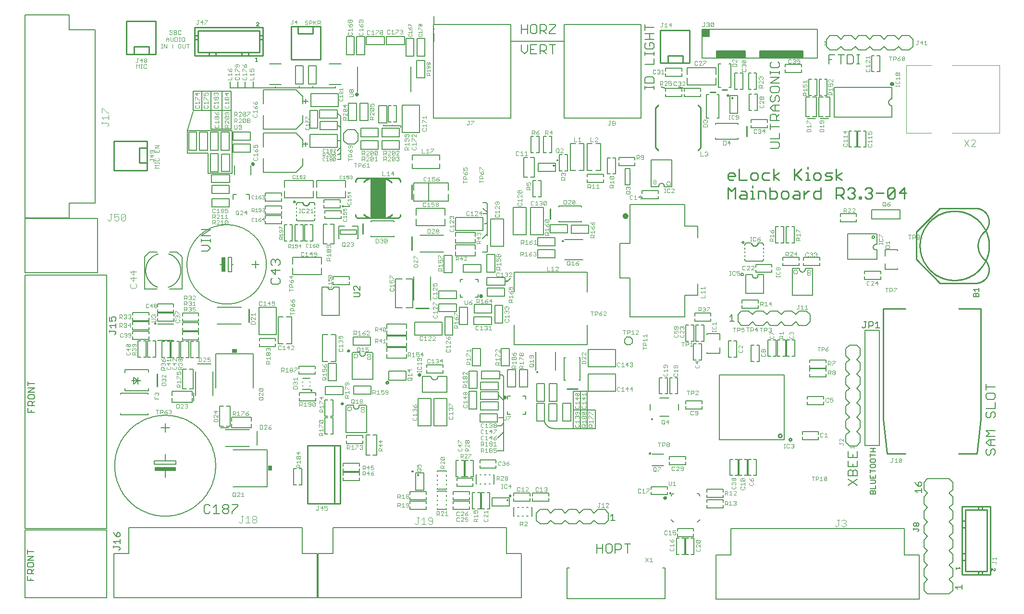
<source format=gto>
G75*
%MOIN*%
%OFA0B0*%
%FSLAX25Y25*%
%IPPOS*%
%LPD*%
%AMOC8*
5,1,8,0,0,1.08239X$1,22.5*
%
%ADD10C,0.01181*%
%ADD11C,0.01000*%
%ADD12C,0.00600*%
%ADD13C,0.00800*%
%ADD14C,0.00400*%
%ADD15C,0.00500*%
%ADD16C,0.00060*%
%ADD17C,0.00200*%
%ADD18C,0.00300*%
%ADD19C,0.02000*%
%ADD20C,0.00787*%
%ADD21R,0.03400X0.03000*%
%ADD22R,0.03000X0.03400*%
%ADD23C,0.02559*%
%ADD24R,0.11024X0.27559*%
%ADD25C,0.01400*%
%ADD26R,0.15000X0.02500*%
%ADD27C,0.00700*%
%ADD28C,0.01575*%
%ADD29R,0.02500X0.10000*%
D10*
X0345389Y0144564D02*
X0345391Y0144612D01*
X0345397Y0144660D01*
X0345407Y0144707D01*
X0345420Y0144753D01*
X0345438Y0144798D01*
X0345458Y0144842D01*
X0345483Y0144884D01*
X0345511Y0144923D01*
X0345541Y0144960D01*
X0345575Y0144994D01*
X0345612Y0145026D01*
X0345650Y0145055D01*
X0345691Y0145080D01*
X0345734Y0145102D01*
X0345779Y0145120D01*
X0345825Y0145134D01*
X0345872Y0145145D01*
X0345920Y0145152D01*
X0345968Y0145155D01*
X0346016Y0145154D01*
X0346064Y0145149D01*
X0346112Y0145140D01*
X0346158Y0145128D01*
X0346203Y0145111D01*
X0346247Y0145091D01*
X0346289Y0145068D01*
X0346329Y0145041D01*
X0346367Y0145011D01*
X0346402Y0144978D01*
X0346434Y0144942D01*
X0346464Y0144904D01*
X0346490Y0144863D01*
X0346512Y0144820D01*
X0346532Y0144776D01*
X0346547Y0144731D01*
X0346559Y0144684D01*
X0346567Y0144636D01*
X0346571Y0144588D01*
X0346571Y0144540D01*
X0346567Y0144492D01*
X0346559Y0144444D01*
X0346547Y0144397D01*
X0346532Y0144352D01*
X0346512Y0144308D01*
X0346490Y0144265D01*
X0346464Y0144224D01*
X0346434Y0144186D01*
X0346402Y0144150D01*
X0346367Y0144117D01*
X0346329Y0144087D01*
X0346289Y0144060D01*
X0346247Y0144037D01*
X0346203Y0144017D01*
X0346158Y0144000D01*
X0346112Y0143988D01*
X0346064Y0143979D01*
X0346016Y0143974D01*
X0345968Y0143973D01*
X0345920Y0143976D01*
X0345872Y0143983D01*
X0345825Y0143994D01*
X0345779Y0144008D01*
X0345734Y0144026D01*
X0345691Y0144048D01*
X0345650Y0144073D01*
X0345612Y0144102D01*
X0345575Y0144134D01*
X0345541Y0144168D01*
X0345511Y0144205D01*
X0345483Y0144244D01*
X0345458Y0144286D01*
X0345438Y0144330D01*
X0345420Y0144375D01*
X0345407Y0144421D01*
X0345397Y0144468D01*
X0345391Y0144516D01*
X0345389Y0144564D01*
X0329003Y0214856D02*
X0329005Y0214904D01*
X0329011Y0214952D01*
X0329021Y0214999D01*
X0329034Y0215045D01*
X0329052Y0215090D01*
X0329072Y0215134D01*
X0329097Y0215176D01*
X0329125Y0215215D01*
X0329155Y0215252D01*
X0329189Y0215286D01*
X0329226Y0215318D01*
X0329264Y0215347D01*
X0329305Y0215372D01*
X0329348Y0215394D01*
X0329393Y0215412D01*
X0329439Y0215426D01*
X0329486Y0215437D01*
X0329534Y0215444D01*
X0329582Y0215447D01*
X0329630Y0215446D01*
X0329678Y0215441D01*
X0329726Y0215432D01*
X0329772Y0215420D01*
X0329817Y0215403D01*
X0329861Y0215383D01*
X0329903Y0215360D01*
X0329943Y0215333D01*
X0329981Y0215303D01*
X0330016Y0215270D01*
X0330048Y0215234D01*
X0330078Y0215196D01*
X0330104Y0215155D01*
X0330126Y0215112D01*
X0330146Y0215068D01*
X0330161Y0215023D01*
X0330173Y0214976D01*
X0330181Y0214928D01*
X0330185Y0214880D01*
X0330185Y0214832D01*
X0330181Y0214784D01*
X0330173Y0214736D01*
X0330161Y0214689D01*
X0330146Y0214644D01*
X0330126Y0214600D01*
X0330104Y0214557D01*
X0330078Y0214516D01*
X0330048Y0214478D01*
X0330016Y0214442D01*
X0329981Y0214409D01*
X0329943Y0214379D01*
X0329903Y0214352D01*
X0329861Y0214329D01*
X0329817Y0214309D01*
X0329772Y0214292D01*
X0329726Y0214280D01*
X0329678Y0214271D01*
X0329630Y0214266D01*
X0329582Y0214265D01*
X0329534Y0214268D01*
X0329486Y0214275D01*
X0329439Y0214286D01*
X0329393Y0214300D01*
X0329348Y0214318D01*
X0329305Y0214340D01*
X0329264Y0214365D01*
X0329226Y0214394D01*
X0329189Y0214426D01*
X0329155Y0214460D01*
X0329125Y0214497D01*
X0329097Y0214536D01*
X0329072Y0214578D01*
X0329052Y0214622D01*
X0329034Y0214667D01*
X0329021Y0214713D01*
X0329011Y0214760D01*
X0329005Y0214808D01*
X0329003Y0214856D01*
X0170696Y0306549D02*
X0170698Y0306597D01*
X0170704Y0306645D01*
X0170714Y0306692D01*
X0170727Y0306738D01*
X0170745Y0306783D01*
X0170765Y0306827D01*
X0170790Y0306869D01*
X0170818Y0306908D01*
X0170848Y0306945D01*
X0170882Y0306979D01*
X0170919Y0307011D01*
X0170957Y0307040D01*
X0170998Y0307065D01*
X0171041Y0307087D01*
X0171086Y0307105D01*
X0171132Y0307119D01*
X0171179Y0307130D01*
X0171227Y0307137D01*
X0171275Y0307140D01*
X0171323Y0307139D01*
X0171371Y0307134D01*
X0171419Y0307125D01*
X0171465Y0307113D01*
X0171510Y0307096D01*
X0171554Y0307076D01*
X0171596Y0307053D01*
X0171636Y0307026D01*
X0171674Y0306996D01*
X0171709Y0306963D01*
X0171741Y0306927D01*
X0171771Y0306889D01*
X0171797Y0306848D01*
X0171819Y0306805D01*
X0171839Y0306761D01*
X0171854Y0306716D01*
X0171866Y0306669D01*
X0171874Y0306621D01*
X0171878Y0306573D01*
X0171878Y0306525D01*
X0171874Y0306477D01*
X0171866Y0306429D01*
X0171854Y0306382D01*
X0171839Y0306337D01*
X0171819Y0306293D01*
X0171797Y0306250D01*
X0171771Y0306209D01*
X0171741Y0306171D01*
X0171709Y0306135D01*
X0171674Y0306102D01*
X0171636Y0306072D01*
X0171596Y0306045D01*
X0171554Y0306022D01*
X0171510Y0306002D01*
X0171465Y0305985D01*
X0171419Y0305973D01*
X0171371Y0305964D01*
X0171323Y0305959D01*
X0171275Y0305958D01*
X0171227Y0305961D01*
X0171179Y0305968D01*
X0171132Y0305979D01*
X0171086Y0305993D01*
X0171041Y0306011D01*
X0170998Y0306033D01*
X0170957Y0306058D01*
X0170919Y0306087D01*
X0170882Y0306119D01*
X0170848Y0306153D01*
X0170818Y0306190D01*
X0170790Y0306229D01*
X0170765Y0306271D01*
X0170745Y0306315D01*
X0170727Y0306360D01*
X0170714Y0306406D01*
X0170704Y0306453D01*
X0170698Y0306501D01*
X0170696Y0306549D01*
X0242838Y0354927D02*
X0242840Y0354975D01*
X0242846Y0355023D01*
X0242856Y0355070D01*
X0242869Y0355116D01*
X0242887Y0355161D01*
X0242907Y0355205D01*
X0242932Y0355247D01*
X0242960Y0355286D01*
X0242990Y0355323D01*
X0243024Y0355357D01*
X0243061Y0355389D01*
X0243099Y0355418D01*
X0243140Y0355443D01*
X0243183Y0355465D01*
X0243228Y0355483D01*
X0243274Y0355497D01*
X0243321Y0355508D01*
X0243369Y0355515D01*
X0243417Y0355518D01*
X0243465Y0355517D01*
X0243513Y0355512D01*
X0243561Y0355503D01*
X0243607Y0355491D01*
X0243652Y0355474D01*
X0243696Y0355454D01*
X0243738Y0355431D01*
X0243778Y0355404D01*
X0243816Y0355374D01*
X0243851Y0355341D01*
X0243883Y0355305D01*
X0243913Y0355267D01*
X0243939Y0355226D01*
X0243961Y0355183D01*
X0243981Y0355139D01*
X0243996Y0355094D01*
X0244008Y0355047D01*
X0244016Y0354999D01*
X0244020Y0354951D01*
X0244020Y0354903D01*
X0244016Y0354855D01*
X0244008Y0354807D01*
X0243996Y0354760D01*
X0243981Y0354715D01*
X0243961Y0354671D01*
X0243939Y0354628D01*
X0243913Y0354587D01*
X0243883Y0354549D01*
X0243851Y0354513D01*
X0243816Y0354480D01*
X0243778Y0354450D01*
X0243738Y0354423D01*
X0243696Y0354400D01*
X0243652Y0354380D01*
X0243607Y0354363D01*
X0243561Y0354351D01*
X0243513Y0354342D01*
X0243465Y0354337D01*
X0243417Y0354336D01*
X0243369Y0354339D01*
X0243321Y0354346D01*
X0243274Y0354357D01*
X0243228Y0354371D01*
X0243183Y0354389D01*
X0243140Y0354411D01*
X0243099Y0354436D01*
X0243061Y0354465D01*
X0243024Y0354497D01*
X0242990Y0354531D01*
X0242960Y0354568D01*
X0242932Y0354607D01*
X0242907Y0354649D01*
X0242887Y0354693D01*
X0242869Y0354738D01*
X0242856Y0354784D01*
X0242846Y0354831D01*
X0242840Y0354879D01*
X0242838Y0354927D01*
X0456652Y0074730D02*
X0456654Y0074777D01*
X0456660Y0074823D01*
X0456669Y0074869D01*
X0456683Y0074913D01*
X0456700Y0074957D01*
X0456721Y0074998D01*
X0456745Y0075038D01*
X0456772Y0075076D01*
X0456803Y0075111D01*
X0456836Y0075144D01*
X0456872Y0075174D01*
X0456911Y0075200D01*
X0456951Y0075224D01*
X0456993Y0075243D01*
X0457037Y0075260D01*
X0457082Y0075272D01*
X0457128Y0075281D01*
X0457174Y0075286D01*
X0457221Y0075287D01*
X0457267Y0075284D01*
X0457313Y0075277D01*
X0457359Y0075266D01*
X0457403Y0075252D01*
X0457446Y0075234D01*
X0457487Y0075212D01*
X0457527Y0075187D01*
X0457564Y0075159D01*
X0457599Y0075128D01*
X0457631Y0075094D01*
X0457660Y0075057D01*
X0457685Y0075019D01*
X0457708Y0074978D01*
X0457727Y0074935D01*
X0457742Y0074891D01*
X0457754Y0074846D01*
X0457762Y0074800D01*
X0457766Y0074753D01*
X0457766Y0074707D01*
X0457762Y0074660D01*
X0457754Y0074614D01*
X0457742Y0074569D01*
X0457727Y0074525D01*
X0457708Y0074482D01*
X0457685Y0074441D01*
X0457660Y0074403D01*
X0457631Y0074366D01*
X0457599Y0074332D01*
X0457564Y0074301D01*
X0457527Y0074273D01*
X0457488Y0074248D01*
X0457446Y0074226D01*
X0457403Y0074208D01*
X0457359Y0074194D01*
X0457313Y0074183D01*
X0457267Y0074176D01*
X0457221Y0074173D01*
X0457174Y0074174D01*
X0457128Y0074179D01*
X0457082Y0074188D01*
X0457037Y0074200D01*
X0456993Y0074217D01*
X0456951Y0074236D01*
X0456911Y0074260D01*
X0456872Y0074286D01*
X0456836Y0074316D01*
X0456803Y0074349D01*
X0456772Y0074384D01*
X0456745Y0074422D01*
X0456721Y0074462D01*
X0456700Y0074503D01*
X0456683Y0074547D01*
X0456669Y0074591D01*
X0456660Y0074637D01*
X0456654Y0074683D01*
X0456652Y0074730D01*
D11*
X0543117Y0115320D02*
X0543119Y0115378D01*
X0543125Y0115436D01*
X0543135Y0115494D01*
X0543148Y0115550D01*
X0543166Y0115606D01*
X0543187Y0115660D01*
X0543212Y0115713D01*
X0543240Y0115764D01*
X0543272Y0115813D01*
X0543307Y0115860D01*
X0543345Y0115904D01*
X0543385Y0115945D01*
X0543429Y0115984D01*
X0543475Y0116020D01*
X0543524Y0116052D01*
X0543574Y0116082D01*
X0543626Y0116107D01*
X0543680Y0116129D01*
X0543736Y0116148D01*
X0543792Y0116162D01*
X0543849Y0116173D01*
X0543907Y0116180D01*
X0543965Y0116183D01*
X0544024Y0116182D01*
X0544082Y0116177D01*
X0544139Y0116168D01*
X0544196Y0116155D01*
X0544252Y0116139D01*
X0544307Y0116119D01*
X0544360Y0116095D01*
X0544411Y0116067D01*
X0544461Y0116037D01*
X0544508Y0116002D01*
X0544553Y0115965D01*
X0544595Y0115925D01*
X0544635Y0115882D01*
X0544671Y0115837D01*
X0544705Y0115789D01*
X0544735Y0115739D01*
X0544761Y0115687D01*
X0544784Y0115633D01*
X0544803Y0115578D01*
X0544819Y0115522D01*
X0544831Y0115465D01*
X0544839Y0115407D01*
X0544843Y0115349D01*
X0544843Y0115291D01*
X0544839Y0115233D01*
X0544831Y0115175D01*
X0544819Y0115118D01*
X0544803Y0115062D01*
X0544784Y0115007D01*
X0544761Y0114953D01*
X0544735Y0114901D01*
X0544705Y0114851D01*
X0544671Y0114803D01*
X0544635Y0114758D01*
X0544595Y0114715D01*
X0544553Y0114675D01*
X0544508Y0114638D01*
X0544461Y0114603D01*
X0544412Y0114573D01*
X0544360Y0114545D01*
X0544307Y0114521D01*
X0544252Y0114501D01*
X0544196Y0114485D01*
X0544139Y0114472D01*
X0544082Y0114463D01*
X0544024Y0114458D01*
X0543965Y0114457D01*
X0543907Y0114460D01*
X0543849Y0114467D01*
X0543792Y0114478D01*
X0543736Y0114492D01*
X0543680Y0114511D01*
X0543626Y0114533D01*
X0543574Y0114558D01*
X0543524Y0114588D01*
X0543475Y0114620D01*
X0543429Y0114656D01*
X0543385Y0114695D01*
X0543345Y0114736D01*
X0543307Y0114780D01*
X0543272Y0114827D01*
X0543240Y0114876D01*
X0543212Y0114927D01*
X0543187Y0114980D01*
X0543166Y0115034D01*
X0543148Y0115090D01*
X0543135Y0115146D01*
X0543125Y0115204D01*
X0543119Y0115262D01*
X0543117Y0115320D01*
X0535714Y0117958D02*
X0535716Y0118027D01*
X0535722Y0118095D01*
X0535732Y0118163D01*
X0535746Y0118230D01*
X0535764Y0118296D01*
X0535785Y0118362D01*
X0535811Y0118425D01*
X0535840Y0118488D01*
X0535872Y0118548D01*
X0535908Y0118606D01*
X0535947Y0118663D01*
X0535990Y0118716D01*
X0536036Y0118768D01*
X0536084Y0118816D01*
X0536136Y0118862D01*
X0536189Y0118905D01*
X0536246Y0118944D01*
X0536304Y0118980D01*
X0536364Y0119012D01*
X0536427Y0119041D01*
X0536490Y0119067D01*
X0536556Y0119088D01*
X0536622Y0119106D01*
X0536689Y0119120D01*
X0536757Y0119130D01*
X0536825Y0119136D01*
X0536894Y0119138D01*
X0536963Y0119136D01*
X0537031Y0119130D01*
X0537099Y0119120D01*
X0537166Y0119106D01*
X0537232Y0119088D01*
X0537298Y0119067D01*
X0537361Y0119041D01*
X0537424Y0119012D01*
X0537484Y0118980D01*
X0537542Y0118944D01*
X0537599Y0118905D01*
X0537652Y0118862D01*
X0537704Y0118816D01*
X0537752Y0118768D01*
X0537798Y0118716D01*
X0537841Y0118663D01*
X0537880Y0118606D01*
X0537916Y0118548D01*
X0537948Y0118488D01*
X0537977Y0118425D01*
X0538003Y0118362D01*
X0538024Y0118296D01*
X0538042Y0118230D01*
X0538056Y0118163D01*
X0538066Y0118095D01*
X0538072Y0118027D01*
X0538074Y0117958D01*
X0538072Y0117889D01*
X0538066Y0117821D01*
X0538056Y0117753D01*
X0538042Y0117686D01*
X0538024Y0117620D01*
X0538003Y0117554D01*
X0537977Y0117491D01*
X0537948Y0117428D01*
X0537916Y0117368D01*
X0537880Y0117310D01*
X0537841Y0117253D01*
X0537798Y0117200D01*
X0537752Y0117148D01*
X0537704Y0117100D01*
X0537652Y0117054D01*
X0537599Y0117011D01*
X0537542Y0116972D01*
X0537484Y0116936D01*
X0537424Y0116904D01*
X0537361Y0116875D01*
X0537298Y0116849D01*
X0537232Y0116828D01*
X0537166Y0116810D01*
X0537099Y0116796D01*
X0537031Y0116786D01*
X0536963Y0116780D01*
X0536894Y0116778D01*
X0536825Y0116780D01*
X0536757Y0116786D01*
X0536689Y0116796D01*
X0536622Y0116810D01*
X0536556Y0116828D01*
X0536490Y0116849D01*
X0536427Y0116875D01*
X0536364Y0116904D01*
X0536304Y0116936D01*
X0536246Y0116972D01*
X0536189Y0117011D01*
X0536136Y0117054D01*
X0536084Y0117100D01*
X0536036Y0117148D01*
X0535990Y0117200D01*
X0535947Y0117253D01*
X0535908Y0117310D01*
X0535872Y0117368D01*
X0535840Y0117428D01*
X0535811Y0117491D01*
X0535785Y0117554D01*
X0535764Y0117620D01*
X0535746Y0117686D01*
X0535732Y0117753D01*
X0535722Y0117821D01*
X0535716Y0117889D01*
X0535714Y0117958D01*
X0608390Y0129454D02*
X0611146Y0105438D01*
X0623744Y0105438D01*
X0660752Y0105438D02*
X0673350Y0105438D01*
X0676106Y0129454D01*
X0676106Y0206226D01*
X0660752Y0206226D01*
X0623744Y0206226D02*
X0608390Y0206226D01*
X0608390Y0129454D01*
X0663113Y0068779D02*
X0674531Y0068779D01*
X0674531Y0066416D01*
X0677287Y0066416D01*
X0680436Y0066416D01*
X0680436Y0023897D01*
X0677287Y0023897D01*
X0674531Y0023897D01*
X0665476Y0023897D01*
X0665476Y0031377D01*
X0665476Y0036101D01*
X0665476Y0054212D01*
X0665476Y0058936D01*
X0665476Y0066416D01*
X0674531Y0066416D01*
X0674531Y0068779D02*
X0677287Y0068779D01*
X0677287Y0066416D01*
X0677287Y0068779D02*
X0682798Y0068779D01*
X0682798Y0021534D01*
X0677287Y0021534D01*
X0677287Y0023897D01*
X0677287Y0021534D02*
X0674531Y0021534D01*
X0674531Y0023897D01*
X0674531Y0021534D02*
X0663113Y0021534D01*
X0663113Y0031377D01*
X0665476Y0031377D01*
X0663113Y0031377D02*
X0663113Y0036101D01*
X0665476Y0036101D01*
X0663113Y0036101D02*
X0663113Y0054212D01*
X0665476Y0054212D01*
X0663113Y0054212D02*
X0663113Y0058936D01*
X0665476Y0058936D01*
X0663113Y0058936D02*
X0663113Y0068779D01*
X0396374Y0150470D02*
X0389287Y0150470D01*
X0263591Y0154942D02*
X0263593Y0154998D01*
X0263599Y0155053D01*
X0263609Y0155107D01*
X0263622Y0155161D01*
X0263640Y0155214D01*
X0263661Y0155265D01*
X0263685Y0155315D01*
X0263713Y0155363D01*
X0263745Y0155409D01*
X0263779Y0155453D01*
X0263817Y0155494D01*
X0263857Y0155532D01*
X0263900Y0155567D01*
X0263945Y0155599D01*
X0263993Y0155628D01*
X0264042Y0155654D01*
X0264093Y0155676D01*
X0264145Y0155694D01*
X0264199Y0155708D01*
X0264254Y0155719D01*
X0264309Y0155726D01*
X0264364Y0155729D01*
X0264420Y0155728D01*
X0264475Y0155723D01*
X0264530Y0155714D01*
X0264584Y0155702D01*
X0264637Y0155685D01*
X0264689Y0155665D01*
X0264739Y0155641D01*
X0264787Y0155614D01*
X0264834Y0155584D01*
X0264878Y0155550D01*
X0264920Y0155513D01*
X0264958Y0155473D01*
X0264995Y0155431D01*
X0265028Y0155386D01*
X0265057Y0155340D01*
X0265084Y0155291D01*
X0265106Y0155240D01*
X0265126Y0155188D01*
X0265141Y0155134D01*
X0265153Y0155080D01*
X0265161Y0155025D01*
X0265165Y0154970D01*
X0265165Y0154914D01*
X0265161Y0154859D01*
X0265153Y0154804D01*
X0265141Y0154750D01*
X0265126Y0154696D01*
X0265106Y0154644D01*
X0265084Y0154593D01*
X0265057Y0154544D01*
X0265028Y0154498D01*
X0264995Y0154453D01*
X0264958Y0154411D01*
X0264920Y0154371D01*
X0264878Y0154334D01*
X0264834Y0154300D01*
X0264787Y0154270D01*
X0264739Y0154243D01*
X0264689Y0154219D01*
X0264637Y0154199D01*
X0264584Y0154182D01*
X0264530Y0154170D01*
X0264475Y0154161D01*
X0264420Y0154156D01*
X0264364Y0154155D01*
X0264309Y0154158D01*
X0264254Y0154165D01*
X0264199Y0154176D01*
X0264145Y0154190D01*
X0264093Y0154208D01*
X0264042Y0154230D01*
X0263993Y0154256D01*
X0263945Y0154285D01*
X0263900Y0154317D01*
X0263857Y0154352D01*
X0263817Y0154390D01*
X0263779Y0154431D01*
X0263745Y0154475D01*
X0263713Y0154521D01*
X0263685Y0154569D01*
X0263661Y0154619D01*
X0263640Y0154670D01*
X0263622Y0154723D01*
X0263609Y0154777D01*
X0263599Y0154831D01*
X0263593Y0154886D01*
X0263591Y0154942D01*
X0232612Y0140281D02*
X0232614Y0140328D01*
X0232620Y0140374D01*
X0232629Y0140420D01*
X0232643Y0140464D01*
X0232660Y0140508D01*
X0232681Y0140549D01*
X0232705Y0140589D01*
X0232732Y0140627D01*
X0232763Y0140662D01*
X0232796Y0140695D01*
X0232832Y0140725D01*
X0232871Y0140751D01*
X0232911Y0140775D01*
X0232953Y0140794D01*
X0232997Y0140811D01*
X0233042Y0140823D01*
X0233088Y0140832D01*
X0233134Y0140837D01*
X0233181Y0140838D01*
X0233227Y0140835D01*
X0233273Y0140828D01*
X0233319Y0140817D01*
X0233363Y0140803D01*
X0233406Y0140785D01*
X0233447Y0140763D01*
X0233487Y0140738D01*
X0233524Y0140710D01*
X0233559Y0140679D01*
X0233591Y0140645D01*
X0233620Y0140608D01*
X0233645Y0140570D01*
X0233668Y0140529D01*
X0233687Y0140486D01*
X0233702Y0140442D01*
X0233714Y0140397D01*
X0233722Y0140351D01*
X0233726Y0140304D01*
X0233726Y0140258D01*
X0233722Y0140211D01*
X0233714Y0140165D01*
X0233702Y0140120D01*
X0233687Y0140076D01*
X0233668Y0140033D01*
X0233645Y0139992D01*
X0233620Y0139954D01*
X0233591Y0139917D01*
X0233559Y0139883D01*
X0233524Y0139852D01*
X0233487Y0139824D01*
X0233448Y0139799D01*
X0233406Y0139777D01*
X0233363Y0139759D01*
X0233319Y0139745D01*
X0233273Y0139734D01*
X0233227Y0139727D01*
X0233181Y0139724D01*
X0233134Y0139725D01*
X0233088Y0139730D01*
X0233042Y0139739D01*
X0232997Y0139751D01*
X0232953Y0139768D01*
X0232911Y0139787D01*
X0232871Y0139811D01*
X0232832Y0139837D01*
X0232796Y0139867D01*
X0232763Y0139900D01*
X0232732Y0139935D01*
X0232705Y0139973D01*
X0232681Y0140013D01*
X0232660Y0140054D01*
X0232643Y0140098D01*
X0232629Y0140142D01*
X0232620Y0140188D01*
X0232614Y0140234D01*
X0232612Y0140281D01*
X0231929Y0111184D02*
X0227992Y0111184D01*
X0227992Y0070790D01*
X0209094Y0070790D01*
X0209094Y0111184D01*
X0227992Y0111184D01*
X0231929Y0111184D02*
X0231929Y0070790D01*
X0227992Y0070790D01*
X0281649Y0093357D02*
X0281651Y0093390D01*
X0281657Y0093423D01*
X0281667Y0093456D01*
X0281680Y0093486D01*
X0281697Y0093515D01*
X0281718Y0093542D01*
X0281741Y0093566D01*
X0281767Y0093587D01*
X0281795Y0093605D01*
X0281826Y0093619D01*
X0281857Y0093630D01*
X0281890Y0093637D01*
X0281924Y0093640D01*
X0281957Y0093639D01*
X0281990Y0093634D01*
X0282023Y0093625D01*
X0282054Y0093612D01*
X0282083Y0093596D01*
X0282110Y0093577D01*
X0282135Y0093554D01*
X0282157Y0093529D01*
X0282176Y0093501D01*
X0282191Y0093471D01*
X0282203Y0093440D01*
X0282211Y0093407D01*
X0282215Y0093374D01*
X0282215Y0093340D01*
X0282211Y0093307D01*
X0282203Y0093274D01*
X0282191Y0093243D01*
X0282176Y0093213D01*
X0282157Y0093185D01*
X0282135Y0093160D01*
X0282110Y0093137D01*
X0282083Y0093118D01*
X0282054Y0093102D01*
X0282023Y0093089D01*
X0281990Y0093080D01*
X0281957Y0093075D01*
X0281924Y0093074D01*
X0281890Y0093077D01*
X0281857Y0093084D01*
X0281826Y0093095D01*
X0281795Y0093109D01*
X0281767Y0093127D01*
X0281741Y0093148D01*
X0281718Y0093172D01*
X0281697Y0093199D01*
X0281680Y0093228D01*
X0281667Y0093258D01*
X0281657Y0093291D01*
X0281651Y0093324D01*
X0281649Y0093357D01*
X0285399Y0090857D02*
X0285401Y0090890D01*
X0285407Y0090923D01*
X0285417Y0090956D01*
X0285430Y0090986D01*
X0285447Y0091015D01*
X0285468Y0091042D01*
X0285491Y0091066D01*
X0285517Y0091087D01*
X0285545Y0091105D01*
X0285576Y0091119D01*
X0285607Y0091130D01*
X0285640Y0091137D01*
X0285674Y0091140D01*
X0285707Y0091139D01*
X0285740Y0091134D01*
X0285773Y0091125D01*
X0285804Y0091112D01*
X0285833Y0091096D01*
X0285860Y0091077D01*
X0285885Y0091054D01*
X0285907Y0091029D01*
X0285926Y0091001D01*
X0285941Y0090971D01*
X0285953Y0090940D01*
X0285961Y0090907D01*
X0285965Y0090874D01*
X0285965Y0090840D01*
X0285961Y0090807D01*
X0285953Y0090774D01*
X0285941Y0090743D01*
X0285926Y0090713D01*
X0285907Y0090685D01*
X0285885Y0090660D01*
X0285860Y0090637D01*
X0285833Y0090618D01*
X0285804Y0090602D01*
X0285773Y0090589D01*
X0285740Y0090580D01*
X0285707Y0090575D01*
X0285674Y0090574D01*
X0285640Y0090577D01*
X0285607Y0090584D01*
X0285576Y0090595D01*
X0285545Y0090609D01*
X0285517Y0090627D01*
X0285491Y0090648D01*
X0285468Y0090672D01*
X0285447Y0090699D01*
X0285430Y0090728D01*
X0285417Y0090758D01*
X0285407Y0090791D01*
X0285401Y0090824D01*
X0285399Y0090857D01*
X0347443Y0073327D02*
X0347445Y0073360D01*
X0347451Y0073393D01*
X0347461Y0073426D01*
X0347474Y0073456D01*
X0347491Y0073485D01*
X0347512Y0073512D01*
X0347535Y0073536D01*
X0347561Y0073557D01*
X0347589Y0073575D01*
X0347620Y0073589D01*
X0347651Y0073600D01*
X0347684Y0073607D01*
X0347718Y0073610D01*
X0347751Y0073609D01*
X0347784Y0073604D01*
X0347817Y0073595D01*
X0347848Y0073582D01*
X0347877Y0073566D01*
X0347904Y0073547D01*
X0347929Y0073524D01*
X0347951Y0073499D01*
X0347970Y0073471D01*
X0347985Y0073441D01*
X0347997Y0073410D01*
X0348005Y0073377D01*
X0348009Y0073344D01*
X0348009Y0073310D01*
X0348005Y0073277D01*
X0347997Y0073244D01*
X0347985Y0073213D01*
X0347970Y0073183D01*
X0347951Y0073155D01*
X0347929Y0073130D01*
X0347904Y0073107D01*
X0347877Y0073088D01*
X0347848Y0073072D01*
X0347817Y0073059D01*
X0347784Y0073050D01*
X0347751Y0073045D01*
X0347718Y0073044D01*
X0347684Y0073047D01*
X0347651Y0073054D01*
X0347620Y0073065D01*
X0347589Y0073079D01*
X0347561Y0073097D01*
X0347535Y0073118D01*
X0347512Y0073142D01*
X0347491Y0073169D01*
X0347474Y0073198D01*
X0347461Y0073228D01*
X0347451Y0073261D01*
X0347445Y0073294D01*
X0347443Y0073327D01*
X0349126Y0076327D02*
X0349128Y0076367D01*
X0349134Y0076406D01*
X0349144Y0076445D01*
X0349157Y0076482D01*
X0349175Y0076518D01*
X0349196Y0076552D01*
X0349220Y0076584D01*
X0349247Y0076613D01*
X0349277Y0076640D01*
X0349309Y0076663D01*
X0349344Y0076683D01*
X0349380Y0076699D01*
X0349418Y0076712D01*
X0349457Y0076721D01*
X0349496Y0076726D01*
X0349536Y0076727D01*
X0349576Y0076724D01*
X0349615Y0076717D01*
X0349653Y0076706D01*
X0349691Y0076692D01*
X0349726Y0076673D01*
X0349759Y0076652D01*
X0349791Y0076627D01*
X0349819Y0076599D01*
X0349845Y0076569D01*
X0349867Y0076536D01*
X0349886Y0076501D01*
X0349902Y0076464D01*
X0349914Y0076426D01*
X0349922Y0076387D01*
X0349926Y0076347D01*
X0349926Y0076307D01*
X0349922Y0076267D01*
X0349914Y0076228D01*
X0349902Y0076190D01*
X0349886Y0076153D01*
X0349867Y0076118D01*
X0349845Y0076085D01*
X0349819Y0076055D01*
X0349791Y0076027D01*
X0349759Y0076002D01*
X0349726Y0075981D01*
X0349691Y0075962D01*
X0349653Y0075948D01*
X0349615Y0075937D01*
X0349576Y0075930D01*
X0349536Y0075927D01*
X0349496Y0075928D01*
X0349457Y0075933D01*
X0349418Y0075942D01*
X0349380Y0075955D01*
X0349344Y0075971D01*
X0349309Y0075991D01*
X0349277Y0076014D01*
X0349247Y0076041D01*
X0349220Y0076070D01*
X0349196Y0076102D01*
X0349175Y0076136D01*
X0349157Y0076172D01*
X0349144Y0076209D01*
X0349134Y0076248D01*
X0349128Y0076287D01*
X0349126Y0076327D01*
X0236943Y0176950D02*
X0236945Y0176997D01*
X0236951Y0177043D01*
X0236960Y0177089D01*
X0236974Y0177133D01*
X0236991Y0177177D01*
X0237012Y0177218D01*
X0237036Y0177258D01*
X0237063Y0177296D01*
X0237094Y0177331D01*
X0237127Y0177364D01*
X0237163Y0177394D01*
X0237202Y0177420D01*
X0237242Y0177444D01*
X0237284Y0177463D01*
X0237328Y0177480D01*
X0237373Y0177492D01*
X0237419Y0177501D01*
X0237465Y0177506D01*
X0237512Y0177507D01*
X0237558Y0177504D01*
X0237604Y0177497D01*
X0237650Y0177486D01*
X0237694Y0177472D01*
X0237737Y0177454D01*
X0237778Y0177432D01*
X0237818Y0177407D01*
X0237855Y0177379D01*
X0237890Y0177348D01*
X0237922Y0177314D01*
X0237951Y0177277D01*
X0237976Y0177239D01*
X0237999Y0177198D01*
X0238018Y0177155D01*
X0238033Y0177111D01*
X0238045Y0177066D01*
X0238053Y0177020D01*
X0238057Y0176973D01*
X0238057Y0176927D01*
X0238053Y0176880D01*
X0238045Y0176834D01*
X0238033Y0176789D01*
X0238018Y0176745D01*
X0237999Y0176702D01*
X0237976Y0176661D01*
X0237951Y0176623D01*
X0237922Y0176586D01*
X0237890Y0176552D01*
X0237855Y0176521D01*
X0237818Y0176493D01*
X0237779Y0176468D01*
X0237737Y0176446D01*
X0237694Y0176428D01*
X0237650Y0176414D01*
X0237604Y0176403D01*
X0237558Y0176396D01*
X0237512Y0176393D01*
X0237465Y0176394D01*
X0237419Y0176399D01*
X0237373Y0176408D01*
X0237328Y0176420D01*
X0237284Y0176437D01*
X0237242Y0176456D01*
X0237202Y0176480D01*
X0237163Y0176506D01*
X0237127Y0176536D01*
X0237094Y0176569D01*
X0237063Y0176604D01*
X0237036Y0176642D01*
X0237012Y0176682D01*
X0236991Y0176723D01*
X0236974Y0176767D01*
X0236960Y0176811D01*
X0236951Y0176857D01*
X0236945Y0176903D01*
X0236943Y0176950D01*
X0284144Y0206671D02*
X0293344Y0206671D01*
X0281631Y0246831D02*
X0281631Y0256031D01*
X0272209Y0269147D02*
X0263941Y0269147D01*
X0243862Y0269147D01*
X0242681Y0270328D01*
X0242681Y0271509D01*
X0247406Y0265210D02*
X0247406Y0258123D01*
X0272209Y0269147D02*
X0273390Y0270328D01*
X0273390Y0271509D01*
X0281524Y0282257D02*
X0281524Y0292257D01*
X0273390Y0294344D02*
X0273390Y0295525D01*
X0272209Y0296706D01*
X0252130Y0296706D01*
X0243862Y0296706D01*
X0242681Y0295525D01*
X0242681Y0294344D01*
X0248193Y0271510D02*
X0248468Y0271286D01*
X0248748Y0271069D01*
X0249033Y0270858D01*
X0249323Y0270655D01*
X0249618Y0270458D01*
X0249918Y0270268D01*
X0250222Y0270086D01*
X0250530Y0269911D01*
X0250843Y0269743D01*
X0251159Y0269583D01*
X0251479Y0269430D01*
X0251803Y0269285D01*
X0252130Y0269148D01*
X0267484Y0293950D02*
X0267209Y0294174D01*
X0266929Y0294391D01*
X0266644Y0294602D01*
X0266354Y0294805D01*
X0266059Y0295002D01*
X0265759Y0295192D01*
X0265455Y0295374D01*
X0265147Y0295549D01*
X0264834Y0295717D01*
X0264518Y0295877D01*
X0264198Y0296030D01*
X0263874Y0296175D01*
X0263547Y0296312D01*
X0267877Y0271510D02*
X0267602Y0271286D01*
X0267322Y0271069D01*
X0267037Y0270858D01*
X0266747Y0270655D01*
X0266452Y0270458D01*
X0266152Y0270268D01*
X0265848Y0270086D01*
X0265540Y0269911D01*
X0265227Y0269743D01*
X0264911Y0269583D01*
X0264591Y0269430D01*
X0264267Y0269285D01*
X0263940Y0269148D01*
X0248193Y0294344D02*
X0248468Y0294568D01*
X0248748Y0294785D01*
X0249033Y0294996D01*
X0249323Y0295199D01*
X0249618Y0295396D01*
X0249918Y0295586D01*
X0250222Y0295768D01*
X0250530Y0295943D01*
X0250843Y0296111D01*
X0251159Y0296271D01*
X0251479Y0296424D01*
X0251803Y0296569D01*
X0252130Y0296706D01*
X0377646Y0275553D02*
X0377646Y0268466D01*
X0379565Y0305638D02*
X0379567Y0305671D01*
X0379573Y0305704D01*
X0379583Y0305737D01*
X0379596Y0305767D01*
X0379613Y0305796D01*
X0379634Y0305823D01*
X0379657Y0305847D01*
X0379683Y0305868D01*
X0379711Y0305886D01*
X0379742Y0305900D01*
X0379773Y0305911D01*
X0379806Y0305918D01*
X0379840Y0305921D01*
X0379873Y0305920D01*
X0379906Y0305915D01*
X0379939Y0305906D01*
X0379970Y0305893D01*
X0379999Y0305877D01*
X0380026Y0305858D01*
X0380051Y0305835D01*
X0380073Y0305810D01*
X0380092Y0305782D01*
X0380107Y0305752D01*
X0380119Y0305721D01*
X0380127Y0305688D01*
X0380131Y0305655D01*
X0380131Y0305621D01*
X0380127Y0305588D01*
X0380119Y0305555D01*
X0380107Y0305524D01*
X0380092Y0305494D01*
X0380073Y0305466D01*
X0380051Y0305441D01*
X0380026Y0305418D01*
X0379999Y0305399D01*
X0379970Y0305383D01*
X0379939Y0305370D01*
X0379906Y0305361D01*
X0379873Y0305356D01*
X0379840Y0305355D01*
X0379806Y0305358D01*
X0379773Y0305365D01*
X0379742Y0305376D01*
X0379711Y0305390D01*
X0379683Y0305408D01*
X0379657Y0305429D01*
X0379634Y0305453D01*
X0379613Y0305480D01*
X0379596Y0305509D01*
X0379583Y0305539D01*
X0379573Y0305572D01*
X0379567Y0305605D01*
X0379565Y0305638D01*
X0382065Y0309388D02*
X0382067Y0309421D01*
X0382073Y0309454D01*
X0382083Y0309487D01*
X0382096Y0309517D01*
X0382113Y0309546D01*
X0382134Y0309573D01*
X0382157Y0309597D01*
X0382183Y0309618D01*
X0382211Y0309636D01*
X0382242Y0309650D01*
X0382273Y0309661D01*
X0382306Y0309668D01*
X0382340Y0309671D01*
X0382373Y0309670D01*
X0382406Y0309665D01*
X0382439Y0309656D01*
X0382470Y0309643D01*
X0382499Y0309627D01*
X0382526Y0309608D01*
X0382551Y0309585D01*
X0382573Y0309560D01*
X0382592Y0309532D01*
X0382607Y0309502D01*
X0382619Y0309471D01*
X0382627Y0309438D01*
X0382631Y0309405D01*
X0382631Y0309371D01*
X0382627Y0309338D01*
X0382619Y0309305D01*
X0382607Y0309274D01*
X0382592Y0309244D01*
X0382573Y0309216D01*
X0382551Y0309191D01*
X0382526Y0309168D01*
X0382499Y0309149D01*
X0382470Y0309133D01*
X0382439Y0309120D01*
X0382406Y0309111D01*
X0382373Y0309106D01*
X0382340Y0309105D01*
X0382306Y0309108D01*
X0382273Y0309115D01*
X0382242Y0309126D01*
X0382211Y0309140D01*
X0382183Y0309158D01*
X0382157Y0309179D01*
X0382134Y0309203D01*
X0382113Y0309230D01*
X0382096Y0309259D01*
X0382083Y0309289D01*
X0382073Y0309322D01*
X0382067Y0309355D01*
X0382065Y0309388D01*
X0450516Y0318037D02*
X0452484Y0316068D01*
X0450516Y0318037D02*
X0450516Y0345596D01*
X0452484Y0347564D01*
X0480043Y0347564D02*
X0482012Y0345596D01*
X0482012Y0318037D01*
X0480043Y0316068D01*
X0508647Y0303140D02*
X0508647Y0295533D01*
X0513718Y0295533D01*
X0516566Y0296801D02*
X0517834Y0295533D01*
X0520369Y0295533D01*
X0521637Y0296801D01*
X0521637Y0299337D01*
X0520369Y0300604D01*
X0517834Y0300604D01*
X0516566Y0299337D01*
X0516566Y0296801D01*
X0524485Y0296801D02*
X0525752Y0295533D01*
X0529556Y0295533D01*
X0532403Y0295533D02*
X0532403Y0303140D01*
X0529556Y0300604D02*
X0525752Y0300604D01*
X0524485Y0299337D01*
X0524485Y0296801D01*
X0532403Y0298069D02*
X0536207Y0295533D01*
X0532403Y0298069D02*
X0536207Y0300604D01*
X0546921Y0298069D02*
X0551992Y0303140D01*
X0554840Y0300604D02*
X0556108Y0300604D01*
X0556108Y0295533D01*
X0557375Y0295533D02*
X0554840Y0295533D01*
X0551992Y0295533D02*
X0548189Y0299337D01*
X0546921Y0303140D02*
X0546921Y0295533D01*
X0560119Y0296801D02*
X0561387Y0295533D01*
X0563922Y0295533D01*
X0565190Y0296801D01*
X0565190Y0299337D01*
X0563922Y0300604D01*
X0561387Y0300604D01*
X0560119Y0299337D01*
X0560119Y0296801D01*
X0556108Y0303140D02*
X0556108Y0304408D01*
X0568038Y0299337D02*
X0569306Y0300604D01*
X0573109Y0300604D01*
X0571841Y0298069D02*
X0569306Y0298069D01*
X0568038Y0299337D01*
X0568038Y0295533D02*
X0571841Y0295533D01*
X0573109Y0296801D01*
X0571841Y0298069D01*
X0575957Y0298069D02*
X0579760Y0300604D01*
X0575957Y0298069D02*
X0579760Y0295533D01*
X0575957Y0295533D02*
X0575957Y0303140D01*
X0575957Y0290240D02*
X0579760Y0290240D01*
X0581028Y0288972D01*
X0581028Y0286437D01*
X0579760Y0285169D01*
X0575957Y0285169D01*
X0578492Y0285169D02*
X0581028Y0282633D01*
X0583875Y0283901D02*
X0585143Y0282633D01*
X0587679Y0282633D01*
X0588946Y0283901D01*
X0588946Y0285169D01*
X0587679Y0286437D01*
X0586411Y0286437D01*
X0587679Y0286437D02*
X0588946Y0287704D01*
X0588946Y0288972D01*
X0587679Y0290240D01*
X0585143Y0290240D01*
X0583875Y0288972D01*
X0575957Y0290240D02*
X0575957Y0282633D01*
X0565190Y0282633D02*
X0561387Y0282633D01*
X0560119Y0283901D01*
X0560119Y0286437D01*
X0561387Y0287704D01*
X0565190Y0287704D01*
X0565190Y0290240D02*
X0565190Y0282633D01*
X0557323Y0287704D02*
X0556056Y0287704D01*
X0553520Y0285169D01*
X0553520Y0287704D02*
X0553520Y0282633D01*
X0550672Y0282633D02*
X0550672Y0286437D01*
X0549405Y0287704D01*
X0546869Y0287704D01*
X0546869Y0285169D02*
X0550672Y0285169D01*
X0550672Y0282633D02*
X0546869Y0282633D01*
X0545601Y0283901D01*
X0546869Y0285169D01*
X0542754Y0286437D02*
X0541486Y0287704D01*
X0538950Y0287704D01*
X0537683Y0286437D01*
X0537683Y0283901D01*
X0538950Y0282633D01*
X0541486Y0282633D01*
X0542754Y0283901D01*
X0542754Y0286437D01*
X0534835Y0286437D02*
X0534835Y0283901D01*
X0533567Y0282633D01*
X0529764Y0282633D01*
X0529764Y0290240D01*
X0529764Y0287704D02*
X0533567Y0287704D01*
X0534835Y0286437D01*
X0526916Y0286437D02*
X0526916Y0282633D01*
X0526916Y0286437D02*
X0525648Y0287704D01*
X0521845Y0287704D01*
X0521845Y0282633D01*
X0519101Y0282633D02*
X0516566Y0282633D01*
X0517834Y0282633D02*
X0517834Y0287704D01*
X0516566Y0287704D01*
X0517834Y0290240D02*
X0517834Y0291508D01*
X0513718Y0286437D02*
X0513718Y0282633D01*
X0509915Y0282633D01*
X0508647Y0283901D01*
X0509915Y0285169D01*
X0513718Y0285169D01*
X0513718Y0286437D02*
X0512450Y0287704D01*
X0509915Y0287704D01*
X0505799Y0290240D02*
X0503264Y0287704D01*
X0500728Y0290240D01*
X0500728Y0282633D01*
X0505799Y0282633D02*
X0505799Y0290240D01*
X0504532Y0295533D02*
X0501996Y0295533D01*
X0500728Y0296801D01*
X0500728Y0299337D01*
X0501996Y0300604D01*
X0504532Y0300604D01*
X0505799Y0299337D01*
X0505799Y0298069D01*
X0500728Y0298069D01*
X0513902Y0325911D02*
X0513902Y0332997D01*
X0503363Y0352558D02*
X0503365Y0352591D01*
X0503371Y0352624D01*
X0503381Y0352657D01*
X0503394Y0352687D01*
X0503411Y0352716D01*
X0503432Y0352743D01*
X0503455Y0352767D01*
X0503481Y0352788D01*
X0503509Y0352806D01*
X0503540Y0352820D01*
X0503571Y0352831D01*
X0503604Y0352838D01*
X0503638Y0352841D01*
X0503671Y0352840D01*
X0503704Y0352835D01*
X0503737Y0352826D01*
X0503768Y0352813D01*
X0503797Y0352797D01*
X0503824Y0352778D01*
X0503849Y0352755D01*
X0503871Y0352730D01*
X0503890Y0352702D01*
X0503905Y0352672D01*
X0503917Y0352641D01*
X0503925Y0352608D01*
X0503929Y0352575D01*
X0503929Y0352541D01*
X0503925Y0352508D01*
X0503917Y0352475D01*
X0503905Y0352444D01*
X0503890Y0352414D01*
X0503871Y0352386D01*
X0503849Y0352361D01*
X0503824Y0352338D01*
X0503797Y0352319D01*
X0503768Y0352303D01*
X0503737Y0352290D01*
X0503704Y0352281D01*
X0503671Y0352276D01*
X0503638Y0352275D01*
X0503604Y0352278D01*
X0503571Y0352285D01*
X0503540Y0352296D01*
X0503509Y0352310D01*
X0503481Y0352328D01*
X0503455Y0352349D01*
X0503432Y0352373D01*
X0503411Y0352400D01*
X0503394Y0352429D01*
X0503381Y0352459D01*
X0503371Y0352492D01*
X0503365Y0352525D01*
X0503363Y0352558D01*
X0500246Y0354358D02*
X0500248Y0354398D01*
X0500254Y0354437D01*
X0500264Y0354476D01*
X0500277Y0354513D01*
X0500295Y0354549D01*
X0500316Y0354583D01*
X0500340Y0354615D01*
X0500367Y0354644D01*
X0500397Y0354671D01*
X0500429Y0354694D01*
X0500464Y0354714D01*
X0500500Y0354730D01*
X0500538Y0354743D01*
X0500577Y0354752D01*
X0500616Y0354757D01*
X0500656Y0354758D01*
X0500696Y0354755D01*
X0500735Y0354748D01*
X0500773Y0354737D01*
X0500811Y0354723D01*
X0500846Y0354704D01*
X0500879Y0354683D01*
X0500911Y0354658D01*
X0500939Y0354630D01*
X0500965Y0354600D01*
X0500987Y0354567D01*
X0501006Y0354532D01*
X0501022Y0354495D01*
X0501034Y0354457D01*
X0501042Y0354418D01*
X0501046Y0354378D01*
X0501046Y0354338D01*
X0501042Y0354298D01*
X0501034Y0354259D01*
X0501022Y0354221D01*
X0501006Y0354184D01*
X0500987Y0354149D01*
X0500965Y0354116D01*
X0500939Y0354086D01*
X0500911Y0354058D01*
X0500879Y0354033D01*
X0500846Y0354012D01*
X0500811Y0353993D01*
X0500773Y0353979D01*
X0500735Y0353968D01*
X0500696Y0353961D01*
X0500656Y0353958D01*
X0500616Y0353959D01*
X0500577Y0353964D01*
X0500538Y0353973D01*
X0500500Y0353986D01*
X0500464Y0354002D01*
X0500429Y0354022D01*
X0500397Y0354045D01*
X0500367Y0354072D01*
X0500340Y0354101D01*
X0500316Y0354133D01*
X0500295Y0354167D01*
X0500277Y0354203D01*
X0500264Y0354240D01*
X0500254Y0354279D01*
X0500248Y0354318D01*
X0500246Y0354358D01*
X0500329Y0358199D02*
X0496766Y0358199D01*
X0492061Y0356615D02*
X0488498Y0356615D01*
X0474217Y0376698D02*
X0469413Y0376698D01*
X0469413Y0381816D01*
X0459177Y0381816D01*
X0459177Y0376698D01*
X0453823Y0376698D01*
X0453823Y0399533D01*
X0474217Y0399533D01*
X0474217Y0376698D01*
X0469413Y0376698D02*
X0459177Y0376698D01*
X0595753Y0288972D02*
X0597021Y0290240D01*
X0599557Y0290240D01*
X0600824Y0288972D01*
X0600824Y0287704D01*
X0599557Y0286437D01*
X0600824Y0285169D01*
X0600824Y0283901D01*
X0599557Y0282633D01*
X0597021Y0282633D01*
X0595753Y0283901D01*
X0593062Y0283901D02*
X0593062Y0282633D01*
X0591794Y0282633D01*
X0591794Y0283901D01*
X0593062Y0283901D01*
X0598289Y0286437D02*
X0599557Y0286437D01*
X0603672Y0286437D02*
X0608743Y0286437D01*
X0611591Y0288972D02*
X0611591Y0283901D01*
X0616662Y0288972D01*
X0616662Y0283901D01*
X0615394Y0282633D01*
X0612859Y0282633D01*
X0611591Y0283901D01*
X0619510Y0286437D02*
X0624581Y0286437D01*
X0623313Y0290240D02*
X0623313Y0282633D01*
X0619510Y0286437D02*
X0623313Y0290240D01*
X0616662Y0288972D02*
X0615394Y0290240D01*
X0612859Y0290240D01*
X0611591Y0288972D01*
X0631618Y0259375D02*
X0647760Y0275911D01*
X0672563Y0275911D01*
X0672790Y0275908D01*
X0673018Y0275900D01*
X0673245Y0275886D01*
X0673472Y0275867D01*
X0673698Y0275842D01*
X0673923Y0275811D01*
X0674148Y0275775D01*
X0674372Y0275733D01*
X0674594Y0275686D01*
X0674816Y0275634D01*
X0675036Y0275576D01*
X0675254Y0275513D01*
X0675471Y0275445D01*
X0675686Y0275371D01*
X0675900Y0275292D01*
X0676111Y0275208D01*
X0676320Y0275118D01*
X0676527Y0275024D01*
X0676732Y0274924D01*
X0676934Y0274820D01*
X0677133Y0274710D01*
X0677330Y0274596D01*
X0677524Y0274477D01*
X0677715Y0274354D01*
X0677903Y0274225D01*
X0678087Y0274092D01*
X0678269Y0273955D01*
X0678447Y0273813D01*
X0678621Y0273667D01*
X0678792Y0273517D01*
X0678959Y0273362D01*
X0679122Y0273204D01*
X0679282Y0273041D01*
X0679437Y0272875D01*
X0679588Y0272705D01*
X0679735Y0272531D01*
X0679878Y0272354D01*
X0680016Y0272174D01*
X0680150Y0271990D01*
X0680279Y0271802D01*
X0680404Y0271612D01*
X0680524Y0271419D01*
X0680639Y0271223D01*
X0680749Y0271024D01*
X0680855Y0270822D01*
X0680955Y0270618D01*
X0681051Y0270412D01*
X0681141Y0270203D01*
X0681227Y0269992D01*
X0681307Y0269779D01*
X0681382Y0269564D01*
X0681451Y0269348D01*
X0681516Y0269129D01*
X0681574Y0268910D01*
X0681628Y0268688D01*
X0681676Y0268466D01*
X0681719Y0268243D01*
X0681756Y0268018D01*
X0681788Y0267793D01*
X0681814Y0267567D01*
X0681834Y0267340D01*
X0681849Y0267113D01*
X0681859Y0266886D01*
X0681863Y0266659D01*
X0681861Y0266431D01*
X0681854Y0266204D01*
X0681841Y0265976D01*
X0681823Y0265750D01*
X0681799Y0265523D01*
X0681770Y0265298D01*
X0681735Y0265073D01*
X0681695Y0264849D01*
X0681649Y0264626D01*
X0681597Y0264405D01*
X0681541Y0264184D01*
X0681479Y0263965D01*
X0681411Y0263748D01*
X0681339Y0263533D01*
X0681261Y0263319D01*
X0681178Y0263107D01*
X0681089Y0262897D01*
X0680996Y0262690D01*
X0680898Y0262485D01*
X0680794Y0262282D01*
X0680686Y0262082D01*
X0680573Y0261885D01*
X0680455Y0261690D01*
X0680332Y0261499D01*
X0680204Y0261310D01*
X0680072Y0261125D01*
X0679936Y0260943D01*
X0679795Y0260764D01*
X0679650Y0260589D01*
X0679501Y0260417D01*
X0679347Y0260250D01*
X0679189Y0260086D01*
X0679028Y0259925D01*
X0678862Y0259769D01*
X0678626Y0259566D01*
X0678395Y0259357D01*
X0678170Y0259143D01*
X0677949Y0258923D01*
X0677734Y0258698D01*
X0677524Y0258468D01*
X0677320Y0258233D01*
X0677122Y0257993D01*
X0676929Y0257748D01*
X0676743Y0257499D01*
X0676562Y0257245D01*
X0676388Y0256987D01*
X0676220Y0256724D01*
X0676059Y0256458D01*
X0675904Y0256188D01*
X0675756Y0255914D01*
X0675614Y0255637D01*
X0675479Y0255356D01*
X0675351Y0255072D01*
X0675230Y0254786D01*
X0675115Y0254496D01*
X0675008Y0254204D01*
X0674908Y0253909D01*
X0674815Y0253611D01*
X0674730Y0253312D01*
X0674651Y0253011D01*
X0674580Y0252707D01*
X0674517Y0252403D01*
X0674460Y0252096D01*
X0674412Y0251789D01*
X0674370Y0251480D01*
X0674336Y0251171D01*
X0674310Y0250860D01*
X0674291Y0250550D01*
X0674280Y0250238D01*
X0674276Y0249927D01*
X0674280Y0249616D01*
X0674291Y0249304D01*
X0674310Y0248994D01*
X0674336Y0248683D01*
X0674370Y0248374D01*
X0674412Y0248065D01*
X0674460Y0247758D01*
X0674517Y0247451D01*
X0674580Y0247147D01*
X0674651Y0246843D01*
X0674730Y0246542D01*
X0674815Y0246243D01*
X0674908Y0245945D01*
X0675008Y0245650D01*
X0675115Y0245358D01*
X0675230Y0245068D01*
X0675351Y0244782D01*
X0675479Y0244498D01*
X0675614Y0244217D01*
X0675756Y0243940D01*
X0675904Y0243666D01*
X0676059Y0243396D01*
X0676220Y0243130D01*
X0676388Y0242867D01*
X0676562Y0242609D01*
X0676743Y0242355D01*
X0676929Y0242106D01*
X0677122Y0241861D01*
X0677320Y0241621D01*
X0677524Y0241386D01*
X0677734Y0241156D01*
X0677949Y0240931D01*
X0678170Y0240711D01*
X0678395Y0240497D01*
X0678626Y0240288D01*
X0678862Y0240085D01*
X0678862Y0240084D02*
X0679028Y0239928D01*
X0679189Y0239767D01*
X0679347Y0239603D01*
X0679501Y0239436D01*
X0679650Y0239264D01*
X0679795Y0239089D01*
X0679936Y0238910D01*
X0680072Y0238728D01*
X0680204Y0238543D01*
X0680332Y0238354D01*
X0680455Y0238163D01*
X0680573Y0237968D01*
X0680686Y0237771D01*
X0680794Y0237571D01*
X0680898Y0237368D01*
X0680996Y0237163D01*
X0681089Y0236956D01*
X0681178Y0236746D01*
X0681261Y0236534D01*
X0681339Y0236320D01*
X0681411Y0236105D01*
X0681479Y0235888D01*
X0681541Y0235669D01*
X0681597Y0235448D01*
X0681649Y0235227D01*
X0681695Y0235004D01*
X0681735Y0234780D01*
X0681770Y0234555D01*
X0681799Y0234330D01*
X0681823Y0234103D01*
X0681841Y0233877D01*
X0681854Y0233649D01*
X0681861Y0233422D01*
X0681863Y0233194D01*
X0681859Y0232967D01*
X0681849Y0232740D01*
X0681834Y0232513D01*
X0681814Y0232286D01*
X0681788Y0232060D01*
X0681756Y0231835D01*
X0681719Y0231610D01*
X0681676Y0231387D01*
X0681628Y0231165D01*
X0681574Y0230943D01*
X0681516Y0230724D01*
X0681451Y0230505D01*
X0681382Y0230289D01*
X0681307Y0230074D01*
X0681227Y0229861D01*
X0681141Y0229650D01*
X0681051Y0229441D01*
X0680955Y0229235D01*
X0680855Y0229031D01*
X0680749Y0228829D01*
X0680639Y0228630D01*
X0680524Y0228434D01*
X0680404Y0228241D01*
X0680279Y0228051D01*
X0680150Y0227863D01*
X0680016Y0227679D01*
X0679878Y0227499D01*
X0679735Y0227322D01*
X0679588Y0227148D01*
X0679437Y0226978D01*
X0679282Y0226812D01*
X0679122Y0226649D01*
X0678959Y0226491D01*
X0678792Y0226336D01*
X0678621Y0226186D01*
X0678447Y0226040D01*
X0678269Y0225898D01*
X0678087Y0225761D01*
X0677903Y0225628D01*
X0677715Y0225499D01*
X0677524Y0225376D01*
X0677330Y0225257D01*
X0677133Y0225143D01*
X0676934Y0225033D01*
X0676732Y0224929D01*
X0676527Y0224829D01*
X0676320Y0224735D01*
X0676111Y0224645D01*
X0675900Y0224561D01*
X0675686Y0224482D01*
X0675471Y0224408D01*
X0675254Y0224340D01*
X0675036Y0224277D01*
X0674816Y0224219D01*
X0674594Y0224167D01*
X0674372Y0224120D01*
X0674148Y0224078D01*
X0673923Y0224042D01*
X0673698Y0224011D01*
X0673472Y0223986D01*
X0673245Y0223967D01*
X0673018Y0223953D01*
X0672790Y0223945D01*
X0672563Y0223942D01*
X0647760Y0223942D01*
X0631618Y0240478D01*
X0631618Y0259375D01*
X0633980Y0249927D02*
X0633987Y0250516D01*
X0634009Y0251105D01*
X0634045Y0251694D01*
X0634096Y0252281D01*
X0634161Y0252867D01*
X0634240Y0253451D01*
X0634334Y0254033D01*
X0634441Y0254612D01*
X0634564Y0255189D01*
X0634700Y0255762D01*
X0634850Y0256332D01*
X0635014Y0256898D01*
X0635192Y0257460D01*
X0635384Y0258018D01*
X0635589Y0258570D01*
X0635808Y0259118D01*
X0636040Y0259659D01*
X0636286Y0260195D01*
X0636544Y0260725D01*
X0636816Y0261248D01*
X0637100Y0261764D01*
X0637397Y0262274D01*
X0637706Y0262776D01*
X0638027Y0263270D01*
X0638361Y0263756D01*
X0638706Y0264233D01*
X0639063Y0264702D01*
X0639431Y0265163D01*
X0639811Y0265614D01*
X0640201Y0266055D01*
X0640602Y0266487D01*
X0641014Y0266909D01*
X0641436Y0267321D01*
X0641868Y0267722D01*
X0642309Y0268112D01*
X0642760Y0268492D01*
X0643221Y0268860D01*
X0643690Y0269217D01*
X0644167Y0269562D01*
X0644653Y0269896D01*
X0645147Y0270217D01*
X0645649Y0270526D01*
X0646159Y0270823D01*
X0646675Y0271107D01*
X0647198Y0271379D01*
X0647728Y0271637D01*
X0648264Y0271883D01*
X0648805Y0272115D01*
X0649353Y0272334D01*
X0649905Y0272539D01*
X0650463Y0272731D01*
X0651025Y0272909D01*
X0651591Y0273073D01*
X0652161Y0273223D01*
X0652734Y0273359D01*
X0653311Y0273482D01*
X0653890Y0273589D01*
X0654472Y0273683D01*
X0655056Y0273762D01*
X0655642Y0273827D01*
X0656229Y0273878D01*
X0656818Y0273914D01*
X0657407Y0273936D01*
X0657996Y0273943D01*
X0658585Y0273936D01*
X0659174Y0273914D01*
X0659763Y0273878D01*
X0660350Y0273827D01*
X0660936Y0273762D01*
X0661520Y0273683D01*
X0662102Y0273589D01*
X0662681Y0273482D01*
X0663258Y0273359D01*
X0663831Y0273223D01*
X0664401Y0273073D01*
X0664967Y0272909D01*
X0665529Y0272731D01*
X0666087Y0272539D01*
X0666639Y0272334D01*
X0667187Y0272115D01*
X0667728Y0271883D01*
X0668264Y0271637D01*
X0668794Y0271379D01*
X0669317Y0271107D01*
X0669833Y0270823D01*
X0670343Y0270526D01*
X0670845Y0270217D01*
X0671339Y0269896D01*
X0671825Y0269562D01*
X0672302Y0269217D01*
X0672771Y0268860D01*
X0673232Y0268492D01*
X0673683Y0268112D01*
X0674124Y0267722D01*
X0674556Y0267321D01*
X0674978Y0266909D01*
X0675390Y0266487D01*
X0675791Y0266055D01*
X0676181Y0265614D01*
X0676561Y0265163D01*
X0676929Y0264702D01*
X0677286Y0264233D01*
X0677631Y0263756D01*
X0677965Y0263270D01*
X0678286Y0262776D01*
X0678595Y0262274D01*
X0678892Y0261764D01*
X0679176Y0261248D01*
X0679448Y0260725D01*
X0679706Y0260195D01*
X0679952Y0259659D01*
X0680184Y0259118D01*
X0680403Y0258570D01*
X0680608Y0258018D01*
X0680800Y0257460D01*
X0680978Y0256898D01*
X0681142Y0256332D01*
X0681292Y0255762D01*
X0681428Y0255189D01*
X0681551Y0254612D01*
X0681658Y0254033D01*
X0681752Y0253451D01*
X0681831Y0252867D01*
X0681896Y0252281D01*
X0681947Y0251694D01*
X0681983Y0251105D01*
X0682005Y0250516D01*
X0682012Y0249927D01*
X0682005Y0249338D01*
X0681983Y0248749D01*
X0681947Y0248160D01*
X0681896Y0247573D01*
X0681831Y0246987D01*
X0681752Y0246403D01*
X0681658Y0245821D01*
X0681551Y0245242D01*
X0681428Y0244665D01*
X0681292Y0244092D01*
X0681142Y0243522D01*
X0680978Y0242956D01*
X0680800Y0242394D01*
X0680608Y0241836D01*
X0680403Y0241284D01*
X0680184Y0240736D01*
X0679952Y0240195D01*
X0679706Y0239659D01*
X0679448Y0239129D01*
X0679176Y0238606D01*
X0678892Y0238090D01*
X0678595Y0237580D01*
X0678286Y0237078D01*
X0677965Y0236584D01*
X0677631Y0236098D01*
X0677286Y0235621D01*
X0676929Y0235152D01*
X0676561Y0234691D01*
X0676181Y0234240D01*
X0675791Y0233799D01*
X0675390Y0233367D01*
X0674978Y0232945D01*
X0674556Y0232533D01*
X0674124Y0232132D01*
X0673683Y0231742D01*
X0673232Y0231362D01*
X0672771Y0230994D01*
X0672302Y0230637D01*
X0671825Y0230292D01*
X0671339Y0229958D01*
X0670845Y0229637D01*
X0670343Y0229328D01*
X0669833Y0229031D01*
X0669317Y0228747D01*
X0668794Y0228475D01*
X0668264Y0228217D01*
X0667728Y0227971D01*
X0667187Y0227739D01*
X0666639Y0227520D01*
X0666087Y0227315D01*
X0665529Y0227123D01*
X0664967Y0226945D01*
X0664401Y0226781D01*
X0663831Y0226631D01*
X0663258Y0226495D01*
X0662681Y0226372D01*
X0662102Y0226265D01*
X0661520Y0226171D01*
X0660936Y0226092D01*
X0660350Y0226027D01*
X0659763Y0225976D01*
X0659174Y0225940D01*
X0658585Y0225918D01*
X0657996Y0225911D01*
X0657407Y0225918D01*
X0656818Y0225940D01*
X0656229Y0225976D01*
X0655642Y0226027D01*
X0655056Y0226092D01*
X0654472Y0226171D01*
X0653890Y0226265D01*
X0653311Y0226372D01*
X0652734Y0226495D01*
X0652161Y0226631D01*
X0651591Y0226781D01*
X0651025Y0226945D01*
X0650463Y0227123D01*
X0649905Y0227315D01*
X0649353Y0227520D01*
X0648805Y0227739D01*
X0648264Y0227971D01*
X0647728Y0228217D01*
X0647198Y0228475D01*
X0646675Y0228747D01*
X0646159Y0229031D01*
X0645649Y0229328D01*
X0645147Y0229637D01*
X0644653Y0229958D01*
X0644167Y0230292D01*
X0643690Y0230637D01*
X0643221Y0230994D01*
X0642760Y0231362D01*
X0642309Y0231742D01*
X0641868Y0232132D01*
X0641436Y0232533D01*
X0641014Y0232945D01*
X0640602Y0233367D01*
X0640201Y0233799D01*
X0639811Y0234240D01*
X0639431Y0234691D01*
X0639063Y0235152D01*
X0638706Y0235621D01*
X0638361Y0236098D01*
X0638027Y0236584D01*
X0637706Y0237078D01*
X0637397Y0237580D01*
X0637100Y0238090D01*
X0636816Y0238606D01*
X0636544Y0239129D01*
X0636286Y0239659D01*
X0636040Y0240195D01*
X0635808Y0240736D01*
X0635589Y0241284D01*
X0635384Y0241836D01*
X0635192Y0242394D01*
X0635014Y0242956D01*
X0634850Y0243522D01*
X0634700Y0244092D01*
X0634564Y0244665D01*
X0634441Y0245242D01*
X0634334Y0245821D01*
X0634240Y0246403D01*
X0634161Y0246987D01*
X0634096Y0247573D01*
X0634045Y0248160D01*
X0634009Y0248749D01*
X0633987Y0249338D01*
X0633980Y0249927D01*
X0218079Y0379340D02*
X0197685Y0379340D01*
X0197685Y0402175D01*
X0202488Y0402175D01*
X0202488Y0397057D01*
X0212724Y0397057D01*
X0212724Y0402175D01*
X0218079Y0402175D01*
X0218079Y0379340D01*
X0178146Y0381769D02*
X0178146Y0393186D01*
X0175783Y0393186D01*
X0175783Y0395942D01*
X0178146Y0395942D01*
X0178146Y0401454D01*
X0130902Y0401454D01*
X0130902Y0395942D01*
X0133264Y0395942D01*
X0133264Y0393186D01*
X0130902Y0393186D01*
X0130902Y0381769D01*
X0140744Y0381769D01*
X0140744Y0384131D01*
X0145469Y0384131D01*
X0145469Y0381769D01*
X0163579Y0381769D01*
X0163579Y0384131D01*
X0168303Y0384131D01*
X0168303Y0381769D01*
X0178146Y0381769D01*
X0175783Y0384131D02*
X0168303Y0384131D01*
X0168303Y0381769D02*
X0163579Y0381769D01*
X0163579Y0384131D02*
X0145469Y0384131D01*
X0145469Y0381769D02*
X0140744Y0381769D01*
X0140744Y0384131D02*
X0133264Y0384131D01*
X0133264Y0393186D01*
X0130902Y0393186D02*
X0130902Y0395942D01*
X0133264Y0395942D02*
X0133264Y0399092D01*
X0175783Y0399092D01*
X0175783Y0395942D01*
X0178146Y0395942D02*
X0178146Y0393186D01*
X0175783Y0393186D02*
X0175783Y0384131D01*
X0202488Y0402175D02*
X0212724Y0402175D01*
X0103941Y0405757D02*
X0103941Y0382923D01*
X0099138Y0382923D01*
X0099138Y0388041D01*
X0088902Y0388041D01*
X0088902Y0382923D01*
X0083547Y0382923D01*
X0083547Y0405757D01*
X0103941Y0405757D01*
X0099138Y0382923D02*
X0088902Y0382923D01*
X0097717Y0322620D02*
X0074882Y0322620D01*
X0074882Y0302226D01*
X0097717Y0302226D01*
X0097717Y0307580D01*
X0092598Y0307580D01*
X0092598Y0317816D01*
X0097717Y0317816D01*
X0097717Y0307580D01*
X0097717Y0317816D02*
X0097717Y0322620D01*
X0168483Y0205956D02*
X0168483Y0196756D01*
X0104743Y0160729D02*
X0104743Y0152068D01*
D12*
X0131621Y0145859D02*
X0131621Y0162459D01*
X0143426Y0162459D02*
X0143426Y0145859D01*
X0110420Y0126608D02*
X0110420Y0120608D01*
X0107420Y0123608D02*
X0113420Y0123608D01*
X0110420Y0105108D02*
X0110420Y0100608D01*
X0102920Y0100608D01*
X0102920Y0098108D01*
X0117920Y0098108D01*
X0117920Y0100608D01*
X0110420Y0100608D01*
X0075420Y0097108D02*
X0075431Y0097967D01*
X0075462Y0098825D01*
X0075515Y0099683D01*
X0075589Y0100539D01*
X0075683Y0101392D01*
X0075799Y0102244D01*
X0075935Y0103092D01*
X0076093Y0103936D01*
X0076270Y0104777D01*
X0076469Y0105612D01*
X0076688Y0106443D01*
X0076927Y0107268D01*
X0077187Y0108087D01*
X0077466Y0108899D01*
X0077765Y0109704D01*
X0078084Y0110502D01*
X0078423Y0111291D01*
X0078780Y0112072D01*
X0079157Y0112844D01*
X0079553Y0113607D01*
X0079967Y0114359D01*
X0080399Y0115102D01*
X0080850Y0115833D01*
X0081319Y0116553D01*
X0081805Y0117261D01*
X0082308Y0117957D01*
X0082828Y0118641D01*
X0083365Y0119312D01*
X0083918Y0119969D01*
X0084487Y0120613D01*
X0085071Y0121242D01*
X0085671Y0121857D01*
X0086286Y0122457D01*
X0086915Y0123041D01*
X0087559Y0123610D01*
X0088216Y0124163D01*
X0088887Y0124700D01*
X0089571Y0125220D01*
X0090267Y0125723D01*
X0090975Y0126209D01*
X0091695Y0126678D01*
X0092426Y0127129D01*
X0093169Y0127561D01*
X0093921Y0127975D01*
X0094684Y0128371D01*
X0095456Y0128748D01*
X0096237Y0129105D01*
X0097026Y0129444D01*
X0097824Y0129763D01*
X0098629Y0130062D01*
X0099441Y0130341D01*
X0100260Y0130601D01*
X0101085Y0130840D01*
X0101916Y0131059D01*
X0102751Y0131258D01*
X0103592Y0131435D01*
X0104436Y0131593D01*
X0105284Y0131729D01*
X0106136Y0131845D01*
X0106989Y0131939D01*
X0107845Y0132013D01*
X0108703Y0132066D01*
X0109561Y0132097D01*
X0110420Y0132108D01*
X0111279Y0132097D01*
X0112137Y0132066D01*
X0112995Y0132013D01*
X0113851Y0131939D01*
X0114704Y0131845D01*
X0115556Y0131729D01*
X0116404Y0131593D01*
X0117248Y0131435D01*
X0118089Y0131258D01*
X0118924Y0131059D01*
X0119755Y0130840D01*
X0120580Y0130601D01*
X0121399Y0130341D01*
X0122211Y0130062D01*
X0123016Y0129763D01*
X0123814Y0129444D01*
X0124603Y0129105D01*
X0125384Y0128748D01*
X0126156Y0128371D01*
X0126919Y0127975D01*
X0127671Y0127561D01*
X0128414Y0127129D01*
X0129145Y0126678D01*
X0129865Y0126209D01*
X0130573Y0125723D01*
X0131269Y0125220D01*
X0131953Y0124700D01*
X0132624Y0124163D01*
X0133281Y0123610D01*
X0133925Y0123041D01*
X0134554Y0122457D01*
X0135169Y0121857D01*
X0135769Y0121242D01*
X0136353Y0120613D01*
X0136922Y0119969D01*
X0137475Y0119312D01*
X0138012Y0118641D01*
X0138532Y0117957D01*
X0139035Y0117261D01*
X0139521Y0116553D01*
X0139990Y0115833D01*
X0140441Y0115102D01*
X0140873Y0114359D01*
X0141287Y0113607D01*
X0141683Y0112844D01*
X0142060Y0112072D01*
X0142417Y0111291D01*
X0142756Y0110502D01*
X0143075Y0109704D01*
X0143374Y0108899D01*
X0143653Y0108087D01*
X0143913Y0107268D01*
X0144152Y0106443D01*
X0144371Y0105612D01*
X0144570Y0104777D01*
X0144747Y0103936D01*
X0144905Y0103092D01*
X0145041Y0102244D01*
X0145157Y0101392D01*
X0145251Y0100539D01*
X0145325Y0099683D01*
X0145378Y0098825D01*
X0145409Y0097967D01*
X0145420Y0097108D01*
X0145409Y0096249D01*
X0145378Y0095391D01*
X0145325Y0094533D01*
X0145251Y0093677D01*
X0145157Y0092824D01*
X0145041Y0091972D01*
X0144905Y0091124D01*
X0144747Y0090280D01*
X0144570Y0089439D01*
X0144371Y0088604D01*
X0144152Y0087773D01*
X0143913Y0086948D01*
X0143653Y0086129D01*
X0143374Y0085317D01*
X0143075Y0084512D01*
X0142756Y0083714D01*
X0142417Y0082925D01*
X0142060Y0082144D01*
X0141683Y0081372D01*
X0141287Y0080609D01*
X0140873Y0079857D01*
X0140441Y0079114D01*
X0139990Y0078383D01*
X0139521Y0077663D01*
X0139035Y0076955D01*
X0138532Y0076259D01*
X0138012Y0075575D01*
X0137475Y0074904D01*
X0136922Y0074247D01*
X0136353Y0073603D01*
X0135769Y0072974D01*
X0135169Y0072359D01*
X0134554Y0071759D01*
X0133925Y0071175D01*
X0133281Y0070606D01*
X0132624Y0070053D01*
X0131953Y0069516D01*
X0131269Y0068996D01*
X0130573Y0068493D01*
X0129865Y0068007D01*
X0129145Y0067538D01*
X0128414Y0067087D01*
X0127671Y0066655D01*
X0126919Y0066241D01*
X0126156Y0065845D01*
X0125384Y0065468D01*
X0124603Y0065111D01*
X0123814Y0064772D01*
X0123016Y0064453D01*
X0122211Y0064154D01*
X0121399Y0063875D01*
X0120580Y0063615D01*
X0119755Y0063376D01*
X0118924Y0063157D01*
X0118089Y0062958D01*
X0117248Y0062781D01*
X0116404Y0062623D01*
X0115556Y0062487D01*
X0114704Y0062371D01*
X0113851Y0062277D01*
X0112995Y0062203D01*
X0112137Y0062150D01*
X0111279Y0062119D01*
X0110420Y0062108D01*
X0109561Y0062119D01*
X0108703Y0062150D01*
X0107845Y0062203D01*
X0106989Y0062277D01*
X0106136Y0062371D01*
X0105284Y0062487D01*
X0104436Y0062623D01*
X0103592Y0062781D01*
X0102751Y0062958D01*
X0101916Y0063157D01*
X0101085Y0063376D01*
X0100260Y0063615D01*
X0099441Y0063875D01*
X0098629Y0064154D01*
X0097824Y0064453D01*
X0097026Y0064772D01*
X0096237Y0065111D01*
X0095456Y0065468D01*
X0094684Y0065845D01*
X0093921Y0066241D01*
X0093169Y0066655D01*
X0092426Y0067087D01*
X0091695Y0067538D01*
X0090975Y0068007D01*
X0090267Y0068493D01*
X0089571Y0068996D01*
X0088887Y0069516D01*
X0088216Y0070053D01*
X0087559Y0070606D01*
X0086915Y0071175D01*
X0086286Y0071759D01*
X0085671Y0072359D01*
X0085071Y0072974D01*
X0084487Y0073603D01*
X0083918Y0074247D01*
X0083365Y0074904D01*
X0082828Y0075575D01*
X0082308Y0076259D01*
X0081805Y0076955D01*
X0081319Y0077663D01*
X0080850Y0078383D01*
X0080399Y0079114D01*
X0079967Y0079857D01*
X0079553Y0080609D01*
X0079157Y0081372D01*
X0078780Y0082144D01*
X0078423Y0082925D01*
X0078084Y0083714D01*
X0077765Y0084512D01*
X0077466Y0085317D01*
X0077187Y0086129D01*
X0076927Y0086948D01*
X0076688Y0087773D01*
X0076469Y0088604D01*
X0076270Y0089439D01*
X0076093Y0090280D01*
X0075935Y0091124D01*
X0075799Y0091972D01*
X0075683Y0092824D01*
X0075589Y0093677D01*
X0075515Y0094533D01*
X0075462Y0095391D01*
X0075431Y0096249D01*
X0075420Y0097108D01*
X0110420Y0094608D02*
X0110420Y0089108D01*
X0152271Y0110461D02*
X0168871Y0110461D01*
X0168871Y0122266D02*
X0152271Y0122266D01*
X0205906Y0150123D02*
X0205906Y0150419D01*
X0205906Y0150123D02*
X0210827Y0150123D01*
X0210827Y0150419D01*
X0211469Y0149434D02*
X0211471Y0149476D01*
X0211477Y0149517D01*
X0211487Y0149558D01*
X0211501Y0149598D01*
X0211518Y0149636D01*
X0211539Y0149672D01*
X0211563Y0149706D01*
X0211591Y0149738D01*
X0211621Y0149767D01*
X0211654Y0149792D01*
X0211689Y0149815D01*
X0211726Y0149834D01*
X0211765Y0149850D01*
X0211805Y0149862D01*
X0211846Y0149870D01*
X0211888Y0149874D01*
X0211930Y0149874D01*
X0211972Y0149870D01*
X0212013Y0149862D01*
X0212053Y0149850D01*
X0212092Y0149834D01*
X0212129Y0149815D01*
X0212164Y0149792D01*
X0212197Y0149767D01*
X0212227Y0149738D01*
X0212255Y0149706D01*
X0212279Y0149672D01*
X0212300Y0149636D01*
X0212317Y0149598D01*
X0212331Y0149558D01*
X0212341Y0149517D01*
X0212347Y0149476D01*
X0212349Y0149434D01*
X0212347Y0149392D01*
X0212341Y0149351D01*
X0212331Y0149310D01*
X0212317Y0149270D01*
X0212300Y0149232D01*
X0212279Y0149196D01*
X0212255Y0149162D01*
X0212227Y0149130D01*
X0212197Y0149101D01*
X0212164Y0149076D01*
X0212129Y0149053D01*
X0212092Y0149034D01*
X0212053Y0149018D01*
X0212013Y0149006D01*
X0211972Y0148998D01*
X0211930Y0148994D01*
X0211888Y0148994D01*
X0211846Y0148998D01*
X0211805Y0149006D01*
X0211765Y0149018D01*
X0211726Y0149034D01*
X0211689Y0149053D01*
X0211654Y0149076D01*
X0211621Y0149101D01*
X0211591Y0149130D01*
X0211563Y0149162D01*
X0211539Y0149196D01*
X0211518Y0149232D01*
X0211501Y0149270D01*
X0211487Y0149310D01*
X0211477Y0149351D01*
X0211471Y0149392D01*
X0211469Y0149434D01*
X0210827Y0152584D02*
X0210827Y0152978D01*
X0210827Y0155143D02*
X0210827Y0155537D01*
X0210827Y0157702D02*
X0210827Y0157997D01*
X0205906Y0157997D01*
X0205906Y0157702D01*
X0205906Y0155537D02*
X0205906Y0155143D01*
X0205906Y0152978D02*
X0205906Y0152584D01*
X0219617Y0169363D02*
X0219617Y0188114D01*
X0223054Y0188114D01*
X0225554Y0188114D02*
X0228991Y0188114D01*
X0228991Y0169363D01*
X0225554Y0169363D01*
X0223054Y0169363D02*
X0219617Y0169363D01*
X0198069Y0181882D02*
X0194632Y0181882D01*
X0192132Y0181882D02*
X0188694Y0181882D01*
X0188694Y0200632D01*
X0192132Y0200632D01*
X0194631Y0200632D02*
X0198069Y0200632D01*
X0198069Y0181882D01*
X0163083Y0195461D02*
X0146483Y0195461D01*
X0146483Y0207266D02*
X0163083Y0207266D01*
X0156571Y0231952D02*
X0156571Y0236952D01*
X0156571Y0241952D01*
X0154071Y0241952D01*
X0154071Y0231952D01*
X0156571Y0231952D01*
X0156571Y0236952D02*
X0157571Y0236952D01*
X0125571Y0236952D02*
X0125579Y0237627D01*
X0125604Y0238301D01*
X0125646Y0238975D01*
X0125703Y0239647D01*
X0125778Y0240318D01*
X0125869Y0240987D01*
X0125976Y0241653D01*
X0126099Y0242317D01*
X0126239Y0242977D01*
X0126395Y0243634D01*
X0126567Y0244287D01*
X0126755Y0244935D01*
X0126959Y0245578D01*
X0127179Y0246216D01*
X0127414Y0246849D01*
X0127664Y0247476D01*
X0127930Y0248096D01*
X0128211Y0248710D01*
X0128507Y0249316D01*
X0128818Y0249915D01*
X0129144Y0250507D01*
X0129483Y0251090D01*
X0129838Y0251664D01*
X0130206Y0252230D01*
X0130587Y0252787D01*
X0130983Y0253334D01*
X0131391Y0253871D01*
X0131813Y0254398D01*
X0132248Y0254914D01*
X0132695Y0255420D01*
X0133154Y0255914D01*
X0133626Y0256397D01*
X0134109Y0256869D01*
X0134603Y0257328D01*
X0135109Y0257775D01*
X0135625Y0258210D01*
X0136152Y0258632D01*
X0136689Y0259040D01*
X0137236Y0259436D01*
X0137793Y0259817D01*
X0138359Y0260185D01*
X0138933Y0260540D01*
X0139516Y0260879D01*
X0140108Y0261205D01*
X0140707Y0261516D01*
X0141313Y0261812D01*
X0141927Y0262093D01*
X0142547Y0262359D01*
X0143174Y0262609D01*
X0143807Y0262844D01*
X0144445Y0263064D01*
X0145088Y0263268D01*
X0145736Y0263456D01*
X0146389Y0263628D01*
X0147046Y0263784D01*
X0147706Y0263924D01*
X0148370Y0264047D01*
X0149036Y0264154D01*
X0149705Y0264245D01*
X0150376Y0264320D01*
X0151048Y0264377D01*
X0151722Y0264419D01*
X0152396Y0264444D01*
X0153071Y0264452D01*
X0153746Y0264444D01*
X0154420Y0264419D01*
X0155094Y0264377D01*
X0155766Y0264320D01*
X0156437Y0264245D01*
X0157106Y0264154D01*
X0157772Y0264047D01*
X0158436Y0263924D01*
X0159096Y0263784D01*
X0159753Y0263628D01*
X0160406Y0263456D01*
X0161054Y0263268D01*
X0161697Y0263064D01*
X0162335Y0262844D01*
X0162968Y0262609D01*
X0163595Y0262359D01*
X0164215Y0262093D01*
X0164829Y0261812D01*
X0165435Y0261516D01*
X0166034Y0261205D01*
X0166626Y0260879D01*
X0167209Y0260540D01*
X0167783Y0260185D01*
X0168349Y0259817D01*
X0168906Y0259436D01*
X0169453Y0259040D01*
X0169990Y0258632D01*
X0170517Y0258210D01*
X0171033Y0257775D01*
X0171539Y0257328D01*
X0172033Y0256869D01*
X0172516Y0256397D01*
X0172988Y0255914D01*
X0173447Y0255420D01*
X0173894Y0254914D01*
X0174329Y0254398D01*
X0174751Y0253871D01*
X0175159Y0253334D01*
X0175555Y0252787D01*
X0175936Y0252230D01*
X0176304Y0251664D01*
X0176659Y0251090D01*
X0176998Y0250507D01*
X0177324Y0249915D01*
X0177635Y0249316D01*
X0177931Y0248710D01*
X0178212Y0248096D01*
X0178478Y0247476D01*
X0178728Y0246849D01*
X0178963Y0246216D01*
X0179183Y0245578D01*
X0179387Y0244935D01*
X0179575Y0244287D01*
X0179747Y0243634D01*
X0179903Y0242977D01*
X0180043Y0242317D01*
X0180166Y0241653D01*
X0180273Y0240987D01*
X0180364Y0240318D01*
X0180439Y0239647D01*
X0180496Y0238975D01*
X0180538Y0238301D01*
X0180563Y0237627D01*
X0180571Y0236952D01*
X0180563Y0236277D01*
X0180538Y0235603D01*
X0180496Y0234929D01*
X0180439Y0234257D01*
X0180364Y0233586D01*
X0180273Y0232917D01*
X0180166Y0232251D01*
X0180043Y0231587D01*
X0179903Y0230927D01*
X0179747Y0230270D01*
X0179575Y0229617D01*
X0179387Y0228969D01*
X0179183Y0228326D01*
X0178963Y0227688D01*
X0178728Y0227055D01*
X0178478Y0226428D01*
X0178212Y0225808D01*
X0177931Y0225194D01*
X0177635Y0224588D01*
X0177324Y0223989D01*
X0176998Y0223397D01*
X0176659Y0222814D01*
X0176304Y0222240D01*
X0175936Y0221674D01*
X0175555Y0221117D01*
X0175159Y0220570D01*
X0174751Y0220033D01*
X0174329Y0219506D01*
X0173894Y0218990D01*
X0173447Y0218484D01*
X0172988Y0217990D01*
X0172516Y0217507D01*
X0172033Y0217035D01*
X0171539Y0216576D01*
X0171033Y0216129D01*
X0170517Y0215694D01*
X0169990Y0215272D01*
X0169453Y0214864D01*
X0168906Y0214468D01*
X0168349Y0214087D01*
X0167783Y0213719D01*
X0167209Y0213364D01*
X0166626Y0213025D01*
X0166034Y0212699D01*
X0165435Y0212388D01*
X0164829Y0212092D01*
X0164215Y0211811D01*
X0163595Y0211545D01*
X0162968Y0211295D01*
X0162335Y0211060D01*
X0161697Y0210840D01*
X0161054Y0210636D01*
X0160406Y0210448D01*
X0159753Y0210276D01*
X0159096Y0210120D01*
X0158436Y0209980D01*
X0157772Y0209857D01*
X0157106Y0209750D01*
X0156437Y0209659D01*
X0155766Y0209584D01*
X0155094Y0209527D01*
X0154420Y0209485D01*
X0153746Y0209460D01*
X0153071Y0209452D01*
X0152396Y0209460D01*
X0151722Y0209485D01*
X0151048Y0209527D01*
X0150376Y0209584D01*
X0149705Y0209659D01*
X0149036Y0209750D01*
X0148370Y0209857D01*
X0147706Y0209980D01*
X0147046Y0210120D01*
X0146389Y0210276D01*
X0145736Y0210448D01*
X0145088Y0210636D01*
X0144445Y0210840D01*
X0143807Y0211060D01*
X0143174Y0211295D01*
X0142547Y0211545D01*
X0141927Y0211811D01*
X0141313Y0212092D01*
X0140707Y0212388D01*
X0140108Y0212699D01*
X0139516Y0213025D01*
X0138933Y0213364D01*
X0138359Y0213719D01*
X0137793Y0214087D01*
X0137236Y0214468D01*
X0136689Y0214864D01*
X0136152Y0215272D01*
X0135625Y0215694D01*
X0135109Y0216129D01*
X0134603Y0216576D01*
X0134109Y0217035D01*
X0133626Y0217507D01*
X0133154Y0217990D01*
X0132695Y0218484D01*
X0132248Y0218990D01*
X0131813Y0219506D01*
X0131391Y0220033D01*
X0130983Y0220570D01*
X0130587Y0221117D01*
X0130206Y0221674D01*
X0129838Y0222240D01*
X0129483Y0222814D01*
X0129144Y0223397D01*
X0128818Y0223989D01*
X0128507Y0224588D01*
X0128211Y0225194D01*
X0127930Y0225808D01*
X0127664Y0226428D01*
X0127414Y0227055D01*
X0127179Y0227688D01*
X0126959Y0228326D01*
X0126755Y0228969D01*
X0126567Y0229617D01*
X0126395Y0230270D01*
X0126239Y0230927D01*
X0126099Y0231587D01*
X0125976Y0232251D01*
X0125869Y0232917D01*
X0125778Y0233586D01*
X0125703Y0234257D01*
X0125646Y0234929D01*
X0125604Y0235603D01*
X0125579Y0236277D01*
X0125571Y0236952D01*
X0148571Y0236952D02*
X0150571Y0236952D01*
X0170571Y0236952D02*
X0175571Y0236952D01*
X0173071Y0239452D02*
X0173071Y0234452D01*
X0198823Y0234582D02*
X0198823Y0229807D01*
X0218823Y0229807D01*
X0218823Y0234582D01*
X0218823Y0237082D02*
X0218823Y0241857D01*
X0198823Y0241857D01*
X0198822Y0241457D02*
X0198822Y0237082D01*
X0230688Y0254929D02*
X0231313Y0254929D01*
X0230688Y0254929D02*
X0230688Y0263680D01*
X0234750Y0263680D01*
X0240063Y0263680D02*
X0244126Y0263680D01*
X0244126Y0254929D01*
X0243500Y0254929D01*
X0253311Y0256155D02*
X0253311Y0256942D01*
X0253311Y0256155D02*
X0269059Y0256155D01*
X0269059Y0256942D01*
X0269059Y0266391D02*
X0269059Y0267179D01*
X0253311Y0267179D01*
X0253311Y0266391D01*
X0238252Y0277257D02*
X0238252Y0277757D01*
X0238252Y0277257D02*
X0233252Y0277257D01*
X0233752Y0276757D01*
X0233752Y0277757D01*
X0233252Y0277257D01*
X0235358Y0283201D02*
X0215358Y0283201D01*
X0215358Y0287976D01*
X0213311Y0287976D02*
X0213311Y0283201D01*
X0193311Y0283201D01*
X0193311Y0287976D01*
X0193311Y0290476D02*
X0193311Y0294851D01*
X0193311Y0295251D02*
X0213311Y0295251D01*
X0213311Y0290476D01*
X0215358Y0290476D02*
X0215358Y0295251D01*
X0235358Y0295251D01*
X0235358Y0290476D01*
X0235359Y0287976D02*
X0235359Y0283601D01*
X0214167Y0278725D02*
X0214167Y0278343D01*
X0214167Y0278725D02*
X0214165Y0278794D01*
X0214159Y0278863D01*
X0214150Y0278932D01*
X0214137Y0279000D01*
X0214120Y0279067D01*
X0214100Y0279134D01*
X0214076Y0279199D01*
X0214049Y0279262D01*
X0214018Y0279325D01*
X0213984Y0279385D01*
X0213946Y0279443D01*
X0213906Y0279500D01*
X0213863Y0279554D01*
X0213816Y0279605D01*
X0213767Y0279654D01*
X0213716Y0279701D01*
X0213662Y0279744D01*
X0213605Y0279784D01*
X0213547Y0279822D01*
X0213487Y0279856D01*
X0213424Y0279887D01*
X0213361Y0279914D01*
X0213296Y0279938D01*
X0213229Y0279958D01*
X0213162Y0279975D01*
X0213094Y0279988D01*
X0213025Y0279997D01*
X0212956Y0280003D01*
X0212887Y0280005D01*
X0212887Y0280004D02*
X0210451Y0280004D01*
X0205737Y0280004D02*
X0202651Y0280004D01*
X0202651Y0280005D02*
X0202582Y0280003D01*
X0202513Y0279997D01*
X0202444Y0279988D01*
X0202376Y0279975D01*
X0202309Y0279958D01*
X0202242Y0279938D01*
X0202177Y0279914D01*
X0202114Y0279887D01*
X0202051Y0279856D01*
X0201991Y0279822D01*
X0201933Y0279784D01*
X0201876Y0279744D01*
X0201822Y0279701D01*
X0201771Y0279654D01*
X0201722Y0279605D01*
X0201675Y0279554D01*
X0201632Y0279500D01*
X0201592Y0279443D01*
X0201554Y0279385D01*
X0201520Y0279325D01*
X0201489Y0279262D01*
X0201462Y0279199D01*
X0201438Y0279134D01*
X0201418Y0279067D01*
X0201401Y0279000D01*
X0201388Y0278932D01*
X0201379Y0278863D01*
X0201373Y0278794D01*
X0201371Y0278725D01*
X0201371Y0278882D02*
X0201371Y0278343D01*
X0201371Y0276544D02*
X0201371Y0275784D01*
X0201371Y0273984D02*
X0201371Y0273225D01*
X0201371Y0271425D02*
X0201371Y0270666D01*
X0201371Y0268866D02*
X0201371Y0268488D01*
X0201373Y0268419D01*
X0201379Y0268350D01*
X0201388Y0268281D01*
X0201401Y0268213D01*
X0201418Y0268146D01*
X0201438Y0268079D01*
X0201462Y0268014D01*
X0201489Y0267951D01*
X0201520Y0267888D01*
X0201554Y0267828D01*
X0201592Y0267770D01*
X0201632Y0267713D01*
X0201675Y0267659D01*
X0201722Y0267608D01*
X0201771Y0267559D01*
X0201822Y0267512D01*
X0201876Y0267469D01*
X0201933Y0267429D01*
X0201991Y0267391D01*
X0202051Y0267357D01*
X0202114Y0267326D01*
X0202177Y0267299D01*
X0202242Y0267275D01*
X0202309Y0267255D01*
X0202376Y0267238D01*
X0202444Y0267225D01*
X0202513Y0267216D01*
X0202582Y0267210D01*
X0202651Y0267208D01*
X0202651Y0267209D02*
X0212887Y0267209D01*
X0212887Y0267208D02*
X0212956Y0267210D01*
X0213025Y0267216D01*
X0213094Y0267225D01*
X0213162Y0267238D01*
X0213229Y0267255D01*
X0213296Y0267275D01*
X0213361Y0267299D01*
X0213424Y0267326D01*
X0213487Y0267357D01*
X0213547Y0267391D01*
X0213605Y0267429D01*
X0213662Y0267469D01*
X0213716Y0267512D01*
X0213767Y0267559D01*
X0213816Y0267608D01*
X0213863Y0267659D01*
X0213906Y0267713D01*
X0213946Y0267770D01*
X0213984Y0267828D01*
X0214018Y0267888D01*
X0214049Y0267951D01*
X0214076Y0268014D01*
X0214100Y0268079D01*
X0214120Y0268146D01*
X0214137Y0268213D01*
X0214150Y0268281D01*
X0214159Y0268350D01*
X0214165Y0268419D01*
X0214167Y0268488D01*
X0214167Y0268866D01*
X0214167Y0270666D02*
X0214167Y0271425D01*
X0214167Y0273225D02*
X0214167Y0273984D01*
X0214167Y0275784D02*
X0214167Y0276544D01*
X0199423Y0280377D02*
X0199425Y0280427D01*
X0199431Y0280477D01*
X0199441Y0280527D01*
X0199454Y0280575D01*
X0199471Y0280623D01*
X0199492Y0280669D01*
X0199516Y0280713D01*
X0199544Y0280755D01*
X0199575Y0280795D01*
X0199609Y0280832D01*
X0199646Y0280867D01*
X0199685Y0280898D01*
X0199726Y0280927D01*
X0199770Y0280952D01*
X0199816Y0280974D01*
X0199863Y0280992D01*
X0199911Y0281006D01*
X0199960Y0281017D01*
X0200010Y0281024D01*
X0200060Y0281027D01*
X0200111Y0281026D01*
X0200161Y0281021D01*
X0200211Y0281012D01*
X0200259Y0281000D01*
X0200307Y0280983D01*
X0200353Y0280963D01*
X0200398Y0280940D01*
X0200441Y0280913D01*
X0200481Y0280883D01*
X0200519Y0280850D01*
X0200554Y0280814D01*
X0200587Y0280775D01*
X0200616Y0280734D01*
X0200642Y0280691D01*
X0200665Y0280646D01*
X0200684Y0280599D01*
X0200699Y0280551D01*
X0200711Y0280502D01*
X0200719Y0280452D01*
X0200723Y0280402D01*
X0200723Y0280352D01*
X0200719Y0280302D01*
X0200711Y0280252D01*
X0200699Y0280203D01*
X0200684Y0280155D01*
X0200665Y0280108D01*
X0200642Y0280063D01*
X0200616Y0280020D01*
X0200587Y0279979D01*
X0200554Y0279940D01*
X0200519Y0279904D01*
X0200481Y0279871D01*
X0200441Y0279841D01*
X0200398Y0279814D01*
X0200353Y0279791D01*
X0200307Y0279771D01*
X0200259Y0279754D01*
X0200211Y0279742D01*
X0200161Y0279733D01*
X0200111Y0279728D01*
X0200060Y0279727D01*
X0200010Y0279730D01*
X0199960Y0279737D01*
X0199911Y0279748D01*
X0199863Y0279762D01*
X0199816Y0279780D01*
X0199770Y0279802D01*
X0199726Y0279827D01*
X0199685Y0279856D01*
X0199646Y0279887D01*
X0199609Y0279922D01*
X0199575Y0279959D01*
X0199544Y0279999D01*
X0199516Y0280041D01*
X0199492Y0280085D01*
X0199471Y0280131D01*
X0199454Y0280179D01*
X0199441Y0280227D01*
X0199431Y0280277D01*
X0199425Y0280327D01*
X0199423Y0280377D01*
X0168714Y0282181D02*
X0168714Y0285381D01*
X0166514Y0285381D01*
X0159714Y0285381D02*
X0157514Y0285381D01*
X0157514Y0282181D01*
X0158602Y0299029D02*
X0158602Y0305407D01*
X0169799Y0305407D02*
X0169799Y0299029D01*
X0156752Y0300257D02*
X0140252Y0300257D01*
X0140252Y0314257D01*
X0125752Y0314257D01*
X0125752Y0329757D01*
X0129752Y0343257D01*
X0129752Y0343757D02*
X0129752Y0357257D01*
X0135752Y0357257D01*
X0135752Y0343757D01*
X0149752Y0343757D01*
X0149752Y0330757D01*
X0142252Y0330757D01*
X0142252Y0357257D01*
X0149752Y0357257D01*
X0149752Y0343757D01*
X0156252Y0343757D01*
X0156252Y0357257D01*
X0149752Y0357257D01*
X0155634Y0359375D02*
X0155634Y0363706D01*
X0155634Y0359375D02*
X0160752Y0359375D01*
X0160752Y0363706D01*
X0160752Y0359375D02*
X0165870Y0359375D01*
X0165870Y0363706D01*
X0165870Y0359375D02*
X0171382Y0359375D01*
X0186736Y0359375D01*
X0186736Y0360557D01*
X0186736Y0359375D02*
X0203665Y0359375D01*
X0203665Y0360950D01*
X0203665Y0359375D02*
X0212720Y0359375D01*
X0212720Y0360950D01*
X0212720Y0359375D02*
X0228469Y0359375D01*
X0228469Y0360557D01*
X0230002Y0342007D02*
X0232252Y0339757D01*
X0232252Y0332007D01*
X0231002Y0333257D01*
X0230002Y0333257D01*
X0232252Y0332007D02*
X0232252Y0322757D01*
X0230002Y0322757D01*
X0232252Y0322757D02*
X0232252Y0318257D01*
X0229752Y0315757D01*
X0229752Y0313257D02*
X0231002Y0313257D01*
X0232252Y0314507D01*
X0232252Y0318257D01*
X0232252Y0314507D02*
X0232252Y0309757D01*
X0229752Y0309757D01*
X0261752Y0333257D02*
X0261752Y0333757D01*
X0261752Y0333257D02*
X0268252Y0333257D01*
X0268252Y0333757D01*
X0268252Y0333257D02*
X0273752Y0333257D01*
X0273752Y0332257D01*
X0281952Y0312921D02*
X0300702Y0312921D01*
X0300702Y0309484D01*
X0300702Y0306984D02*
X0300702Y0303546D01*
X0281952Y0303546D01*
X0281952Y0306984D01*
X0281952Y0309484D02*
X0281952Y0312921D01*
X0282774Y0293507D02*
X0306837Y0293507D01*
X0306837Y0288507D01*
X0306837Y0286007D02*
X0306837Y0281007D01*
X0282774Y0281007D01*
X0282774Y0286007D01*
X0282774Y0288507D02*
X0282774Y0293507D01*
X0293162Y0293395D02*
X0293162Y0281120D01*
X0284650Y0275960D02*
X0304650Y0275960D01*
X0304650Y0271184D01*
X0304650Y0268684D02*
X0304650Y0264309D01*
X0304650Y0263909D02*
X0284650Y0263909D01*
X0284650Y0268684D01*
X0284650Y0271184D02*
X0284650Y0275960D01*
X0287031Y0257325D02*
X0303631Y0257325D01*
X0330502Y0255007D02*
X0333752Y0258257D01*
X0333752Y0257007D01*
X0333752Y0258257D02*
X0333752Y0266007D01*
X0333752Y0272257D01*
X0331002Y0272257D01*
X0333752Y0272257D02*
X0333752Y0273257D01*
X0331002Y0276007D01*
X0333752Y0273257D02*
X0333752Y0279257D01*
X0333002Y0280007D01*
X0331002Y0280007D01*
X0333752Y0266007D02*
X0333002Y0265257D01*
X0331752Y0265257D01*
X0333752Y0250507D02*
X0333752Y0245507D01*
X0330502Y0245507D01*
X0303631Y0245520D02*
X0287031Y0245520D01*
X0282850Y0228671D02*
X0282850Y0212071D01*
X0282210Y0206786D02*
X0277435Y0206786D01*
X0274935Y0206786D02*
X0270160Y0206786D01*
X0270160Y0226786D01*
X0274935Y0226786D01*
X0277435Y0226787D02*
X0281810Y0226787D01*
X0282210Y0226786D02*
X0282210Y0206786D01*
X0294654Y0212071D02*
X0294654Y0228671D01*
X0245663Y0221948D02*
X0245663Y0219012D01*
X0242727Y0221948D01*
X0241993Y0221948D01*
X0241259Y0221214D01*
X0241259Y0219746D01*
X0241993Y0219012D01*
X0241259Y0217344D02*
X0244929Y0217344D01*
X0245663Y0216610D01*
X0245663Y0215142D01*
X0244929Y0214408D01*
X0241259Y0214408D01*
X0347002Y0225257D02*
X0347502Y0224757D01*
X0347502Y0225757D01*
X0347002Y0225257D01*
X0348002Y0225257D01*
X0350252Y0227507D01*
X0383551Y0266497D02*
X0383551Y0267285D01*
X0383551Y0266497D02*
X0399299Y0266497D01*
X0399299Y0267285D01*
X0399299Y0276734D02*
X0399299Y0277521D01*
X0383551Y0277521D01*
X0383551Y0276734D01*
X0391628Y0302162D02*
X0391628Y0320912D01*
X0395065Y0320912D01*
X0397565Y0320912D02*
X0401002Y0320912D01*
X0401002Y0302162D01*
X0397565Y0302162D01*
X0395065Y0302162D02*
X0391628Y0302162D01*
X0403151Y0302162D02*
X0403151Y0320912D01*
X0406589Y0320912D01*
X0409089Y0320912D02*
X0412526Y0320912D01*
X0412526Y0302162D01*
X0409089Y0302162D01*
X0406589Y0302162D02*
X0403151Y0302162D01*
X0485986Y0338583D02*
X0485986Y0354971D01*
X0487455Y0354971D01*
X0493104Y0354971D02*
X0494573Y0354971D01*
X0494573Y0338583D01*
X0493104Y0338583D01*
X0492248Y0334966D02*
X0507996Y0334966D01*
X0507996Y0334179D01*
X0492248Y0334179D02*
X0492248Y0334966D01*
X0487455Y0338583D02*
X0485986Y0338583D01*
X0492248Y0324730D02*
X0492248Y0323942D01*
X0507996Y0323942D01*
X0507996Y0324730D01*
X0574504Y0339143D02*
X0574504Y0360009D01*
X0614661Y0360009D01*
X0614661Y0351938D01*
X0614565Y0351936D01*
X0614468Y0351930D01*
X0614373Y0351920D01*
X0614277Y0351907D01*
X0614182Y0351889D01*
X0614089Y0351868D01*
X0613996Y0351842D01*
X0613904Y0351813D01*
X0613813Y0351781D01*
X0613724Y0351744D01*
X0613636Y0351704D01*
X0613550Y0351661D01*
X0613466Y0351613D01*
X0613384Y0351563D01*
X0613304Y0351509D01*
X0613226Y0351452D01*
X0613151Y0351392D01*
X0613078Y0351329D01*
X0613008Y0351263D01*
X0612940Y0351194D01*
X0612876Y0351123D01*
X0612814Y0351049D01*
X0612756Y0350972D01*
X0612700Y0350893D01*
X0612648Y0350812D01*
X0612600Y0350729D01*
X0612554Y0350644D01*
X0612512Y0350557D01*
X0612474Y0350469D01*
X0612440Y0350379D01*
X0612409Y0350288D01*
X0612382Y0350195D01*
X0612358Y0350102D01*
X0612339Y0350007D01*
X0612323Y0349912D01*
X0612311Y0349817D01*
X0612303Y0349720D01*
X0612299Y0349624D01*
X0612299Y0349528D01*
X0612303Y0349432D01*
X0612311Y0349335D01*
X0612323Y0349240D01*
X0612339Y0349145D01*
X0612358Y0349050D01*
X0612382Y0348957D01*
X0612409Y0348864D01*
X0612440Y0348773D01*
X0612474Y0348683D01*
X0612512Y0348595D01*
X0612554Y0348508D01*
X0612600Y0348423D01*
X0612648Y0348340D01*
X0612700Y0348259D01*
X0612756Y0348180D01*
X0612814Y0348103D01*
X0612876Y0348029D01*
X0612940Y0347958D01*
X0613008Y0347889D01*
X0613078Y0347823D01*
X0613151Y0347760D01*
X0613226Y0347700D01*
X0613304Y0347643D01*
X0613384Y0347589D01*
X0613466Y0347539D01*
X0613550Y0347491D01*
X0613636Y0347448D01*
X0613724Y0347408D01*
X0613813Y0347371D01*
X0613904Y0347339D01*
X0613996Y0347310D01*
X0614089Y0347284D01*
X0614182Y0347263D01*
X0614277Y0347245D01*
X0614373Y0347232D01*
X0614468Y0347222D01*
X0614565Y0347216D01*
X0614661Y0347214D01*
X0614661Y0339143D01*
X0574504Y0339143D01*
X0502841Y0359843D02*
X0501372Y0359843D01*
X0502841Y0359843D02*
X0502841Y0376231D01*
X0501372Y0376231D01*
X0495722Y0376231D02*
X0494254Y0376231D01*
X0494254Y0359843D01*
X0495723Y0359843D01*
X0492406Y0361618D02*
X0472406Y0361618D01*
X0472406Y0366393D01*
X0472405Y0368893D02*
X0472405Y0373268D01*
X0472406Y0373668D02*
X0492406Y0373668D01*
X0492406Y0368893D01*
X0492406Y0366393D02*
X0492406Y0361618D01*
X0470382Y0359257D02*
X0466382Y0360257D01*
X0457382Y0359257D02*
X0454382Y0360257D01*
X0387252Y0391757D02*
X0350252Y0391757D01*
X0357552Y0389463D02*
X0357552Y0385192D01*
X0359687Y0383057D01*
X0361822Y0385192D01*
X0361822Y0389463D01*
X0363997Y0389463D02*
X0363997Y0383057D01*
X0368268Y0383057D01*
X0370443Y0383057D02*
X0370443Y0389463D01*
X0373646Y0389463D01*
X0374713Y0388395D01*
X0374713Y0386260D01*
X0373646Y0385192D01*
X0370443Y0385192D01*
X0372578Y0385192D02*
X0374713Y0383057D01*
X0379024Y0383057D02*
X0379024Y0389463D01*
X0381159Y0389463D02*
X0376888Y0389463D01*
X0368268Y0389463D02*
X0363997Y0389463D01*
X0363997Y0386260D02*
X0366133Y0386260D01*
X0367200Y0397057D02*
X0368268Y0398125D01*
X0368268Y0402395D01*
X0367200Y0403463D01*
X0365065Y0403463D01*
X0363997Y0402395D01*
X0363997Y0398125D01*
X0365065Y0397057D01*
X0367200Y0397057D01*
X0370443Y0397057D02*
X0370443Y0403463D01*
X0373646Y0403463D01*
X0374713Y0402395D01*
X0374713Y0400260D01*
X0373646Y0399192D01*
X0370443Y0399192D01*
X0372578Y0399192D02*
X0374713Y0397057D01*
X0376888Y0397057D02*
X0381159Y0397057D01*
X0376888Y0397057D02*
X0376888Y0398125D01*
X0381159Y0402395D01*
X0381159Y0403463D01*
X0376888Y0403463D01*
X0361822Y0403463D02*
X0361822Y0397057D01*
X0361822Y0400260D02*
X0357552Y0400260D01*
X0357552Y0397057D02*
X0357552Y0403463D01*
X0296752Y0403460D02*
X0296752Y0409257D01*
X0296752Y0400773D02*
X0296752Y0400242D01*
X0296752Y0397555D02*
X0296752Y0391757D01*
X0175390Y0402635D02*
X0173815Y0402635D01*
X0175390Y0404210D01*
X0175390Y0404604D01*
X0174996Y0404997D01*
X0174209Y0404997D01*
X0173815Y0404604D01*
X0173815Y0380588D02*
X0173815Y0377832D01*
X0174602Y0377832D01*
X0173815Y0377832D02*
X0173028Y0377832D01*
X0173028Y0379801D02*
X0173815Y0380588D01*
X0171382Y0363706D02*
X0171382Y0359375D01*
X0142252Y0357257D02*
X0135752Y0357257D01*
X0135752Y0343757D02*
X0129752Y0343757D01*
X0149752Y0330757D02*
X0156252Y0330757D01*
X0156252Y0343757D01*
X0156752Y0329757D02*
X0125752Y0329757D01*
X0156752Y0329757D02*
X0156752Y0300257D01*
X0075442Y0200448D02*
X0076176Y0199714D01*
X0076176Y0198246D01*
X0075442Y0197512D01*
X0073975Y0197512D02*
X0073241Y0198980D01*
X0073241Y0199714D01*
X0073975Y0200448D01*
X0075442Y0200448D01*
X0073975Y0197512D02*
X0071773Y0197512D01*
X0071773Y0200448D01*
X0071773Y0194376D02*
X0076176Y0194376D01*
X0076176Y0192908D02*
X0076176Y0195844D01*
X0073241Y0192908D02*
X0071773Y0194376D01*
X0071773Y0191240D02*
X0071773Y0189772D01*
X0071773Y0190506D02*
X0075442Y0190506D01*
X0076176Y0189772D01*
X0076176Y0189039D01*
X0075442Y0188305D01*
X0015336Y0155659D02*
X0015336Y0152723D01*
X0015336Y0154191D02*
X0019739Y0154191D01*
X0019739Y0151055D02*
X0015336Y0151055D01*
X0015336Y0148119D02*
X0019739Y0151055D01*
X0019739Y0148119D02*
X0015336Y0148119D01*
X0016070Y0146451D02*
X0015336Y0145717D01*
X0015336Y0144249D01*
X0016070Y0143515D01*
X0019005Y0143515D01*
X0019739Y0144249D01*
X0019739Y0145717D01*
X0019005Y0146451D01*
X0016070Y0146451D01*
X0016070Y0141847D02*
X0017538Y0141847D01*
X0018271Y0141113D01*
X0018271Y0138911D01*
X0018271Y0140379D02*
X0019739Y0141847D01*
X0019739Y0138911D02*
X0015336Y0138911D01*
X0015336Y0141113D01*
X0016070Y0141847D01*
X0015336Y0137243D02*
X0015336Y0134307D01*
X0019739Y0134307D01*
X0017538Y0134307D02*
X0017538Y0135775D01*
X0074678Y0050701D02*
X0075412Y0049233D01*
X0076880Y0047765D01*
X0076880Y0049967D01*
X0077614Y0050701D01*
X0078348Y0050701D01*
X0079082Y0049967D01*
X0079082Y0048499D01*
X0078348Y0047765D01*
X0076880Y0047765D01*
X0079082Y0046097D02*
X0079082Y0043161D01*
X0079082Y0044629D02*
X0074678Y0044629D01*
X0076146Y0043161D01*
X0074678Y0041493D02*
X0074678Y0040025D01*
X0074678Y0040759D02*
X0078348Y0040759D01*
X0079082Y0040025D01*
X0079082Y0039291D01*
X0078348Y0038557D01*
X0019239Y0037427D02*
X0014836Y0037427D01*
X0014836Y0035959D02*
X0014836Y0038895D01*
X0014836Y0034291D02*
X0019239Y0034291D01*
X0014836Y0031355D01*
X0019239Y0031355D01*
X0018505Y0029687D02*
X0015570Y0029687D01*
X0014836Y0028953D01*
X0014836Y0027485D01*
X0015570Y0026751D01*
X0018505Y0026751D01*
X0019239Y0027485D01*
X0019239Y0028953D01*
X0018505Y0029687D01*
X0019239Y0025083D02*
X0017771Y0023615D01*
X0017771Y0024349D02*
X0017771Y0022147D01*
X0019239Y0022147D02*
X0014836Y0022147D01*
X0014836Y0024349D01*
X0015570Y0025083D01*
X0017038Y0025083D01*
X0017771Y0024349D01*
X0014836Y0020479D02*
X0014836Y0017544D01*
X0019239Y0017544D01*
X0017038Y0017544D02*
X0017038Y0019011D01*
X0288835Y0148218D02*
X0288835Y0159242D01*
X0294937Y0159242D01*
X0294939Y0159146D01*
X0294945Y0159049D01*
X0294955Y0158954D01*
X0294968Y0158858D01*
X0294986Y0158763D01*
X0295007Y0158670D01*
X0295033Y0158577D01*
X0295062Y0158485D01*
X0295094Y0158394D01*
X0295131Y0158305D01*
X0295171Y0158217D01*
X0295214Y0158131D01*
X0295262Y0158047D01*
X0295312Y0157965D01*
X0295366Y0157885D01*
X0295423Y0157807D01*
X0295483Y0157732D01*
X0295546Y0157659D01*
X0295612Y0157589D01*
X0295681Y0157521D01*
X0295752Y0157457D01*
X0295826Y0157395D01*
X0295903Y0157337D01*
X0295982Y0157281D01*
X0296063Y0157229D01*
X0296146Y0157181D01*
X0296231Y0157135D01*
X0296318Y0157093D01*
X0296406Y0157055D01*
X0296496Y0157021D01*
X0296587Y0156990D01*
X0296680Y0156963D01*
X0296773Y0156939D01*
X0296868Y0156920D01*
X0296963Y0156904D01*
X0297058Y0156892D01*
X0297155Y0156884D01*
X0297251Y0156880D01*
X0297347Y0156880D01*
X0297443Y0156884D01*
X0297540Y0156892D01*
X0297635Y0156904D01*
X0297730Y0156920D01*
X0297825Y0156939D01*
X0297918Y0156963D01*
X0298011Y0156990D01*
X0298102Y0157021D01*
X0298192Y0157055D01*
X0298280Y0157093D01*
X0298367Y0157135D01*
X0298452Y0157181D01*
X0298535Y0157229D01*
X0298616Y0157281D01*
X0298695Y0157337D01*
X0298772Y0157395D01*
X0298846Y0157457D01*
X0298917Y0157521D01*
X0298986Y0157589D01*
X0299052Y0157659D01*
X0299115Y0157732D01*
X0299175Y0157807D01*
X0299232Y0157885D01*
X0299286Y0157965D01*
X0299336Y0158047D01*
X0299384Y0158131D01*
X0299427Y0158217D01*
X0299467Y0158305D01*
X0299504Y0158394D01*
X0299536Y0158485D01*
X0299565Y0158577D01*
X0299591Y0158670D01*
X0299612Y0158763D01*
X0299630Y0158858D01*
X0299643Y0158954D01*
X0299653Y0159049D01*
X0299659Y0159146D01*
X0299661Y0159242D01*
X0305764Y0159242D01*
X0305764Y0148218D01*
X0288835Y0148218D01*
X0341752Y0146007D02*
X0345252Y0142507D01*
X0345252Y0130507D01*
X0341752Y0130507D01*
X0345252Y0130507D02*
X0345252Y0126757D01*
X0343502Y0125007D01*
X0340752Y0125007D01*
X0345252Y0126757D02*
X0345252Y0120507D01*
X0341252Y0116507D01*
X0345252Y0120507D02*
X0345252Y0107507D01*
X0341002Y0107507D01*
X0380252Y0123007D02*
X0393502Y0123007D01*
X0393502Y0136007D01*
X0403252Y0136007D01*
X0403252Y0135757D01*
X0403252Y0123007D01*
X0398502Y0123007D01*
X0398502Y0148757D01*
X0403252Y0148757D01*
X0403252Y0136007D01*
X0403252Y0135757D02*
X0408752Y0135757D01*
X0408752Y0123007D01*
X0403252Y0123007D01*
X0398502Y0123007D02*
X0393502Y0123007D01*
X0380252Y0123008D02*
X0380079Y0123010D01*
X0379906Y0123016D01*
X0379733Y0123027D01*
X0379561Y0123042D01*
X0379389Y0123061D01*
X0379218Y0123084D01*
X0379047Y0123112D01*
X0378877Y0123143D01*
X0378707Y0123179D01*
X0378539Y0123219D01*
X0378372Y0123263D01*
X0378206Y0123311D01*
X0378041Y0123363D01*
X0377877Y0123420D01*
X0377715Y0123480D01*
X0377554Y0123544D01*
X0377395Y0123612D01*
X0377238Y0123684D01*
X0377082Y0123760D01*
X0376929Y0123840D01*
X0376777Y0123923D01*
X0376627Y0124010D01*
X0376480Y0124101D01*
X0376335Y0124195D01*
X0376192Y0124293D01*
X0376052Y0124394D01*
X0375914Y0124499D01*
X0375779Y0124607D01*
X0375647Y0124718D01*
X0375517Y0124833D01*
X0375390Y0124950D01*
X0375266Y0125071D01*
X0375145Y0125195D01*
X0375027Y0125321D01*
X0374913Y0125451D01*
X0374801Y0125583D01*
X0374693Y0125718D01*
X0374588Y0125856D01*
X0374487Y0125996D01*
X0374389Y0126139D01*
X0374294Y0126284D01*
X0374203Y0126431D01*
X0374116Y0126580D01*
X0374032Y0126732D01*
X0373953Y0126885D01*
X0373877Y0127041D01*
X0373804Y0127198D01*
X0373736Y0127357D01*
X0373672Y0127517D01*
X0373611Y0127679D01*
X0373555Y0127843D01*
X0373502Y0128008D01*
X0393502Y0136007D02*
X0393502Y0148757D01*
X0398502Y0148757D01*
X0398343Y0156375D02*
X0397555Y0156375D01*
X0398343Y0156375D02*
X0398343Y0172123D01*
X0397555Y0172123D01*
X0388106Y0172123D02*
X0387319Y0172123D01*
X0387319Y0156375D01*
X0388106Y0156375D01*
X0345252Y0159257D02*
X0345252Y0142507D01*
X0345252Y0159257D02*
X0344252Y0160257D01*
X0342502Y0160257D01*
X0429059Y0182604D02*
X0429059Y0184966D01*
X0430634Y0186541D01*
X0432996Y0186541D01*
X0434571Y0184966D01*
X0434571Y0182604D01*
X0432996Y0181029D01*
X0430634Y0181029D01*
X0429059Y0182604D01*
X0486298Y0188066D02*
X0486298Y0188692D01*
X0495048Y0188692D01*
X0495048Y0184629D01*
X0495048Y0179316D02*
X0495048Y0175254D01*
X0486298Y0175254D01*
X0486298Y0175879D01*
X0459965Y0144021D02*
X0453665Y0144021D01*
X0446972Y0139690D02*
X0446972Y0135753D01*
X0453665Y0131423D02*
X0459965Y0131423D01*
X0466657Y0135753D02*
X0466657Y0139690D01*
X0456028Y0105045D02*
X0448154Y0105045D01*
X0446291Y0105773D02*
X0446293Y0105815D01*
X0446299Y0105856D01*
X0446309Y0105897D01*
X0446323Y0105937D01*
X0446340Y0105975D01*
X0446361Y0106011D01*
X0446385Y0106045D01*
X0446413Y0106077D01*
X0446443Y0106106D01*
X0446476Y0106131D01*
X0446511Y0106154D01*
X0446548Y0106173D01*
X0446587Y0106189D01*
X0446627Y0106201D01*
X0446668Y0106209D01*
X0446710Y0106213D01*
X0446752Y0106213D01*
X0446794Y0106209D01*
X0446835Y0106201D01*
X0446875Y0106189D01*
X0446914Y0106173D01*
X0446951Y0106154D01*
X0446986Y0106131D01*
X0447019Y0106106D01*
X0447049Y0106077D01*
X0447077Y0106045D01*
X0447101Y0106011D01*
X0447122Y0105975D01*
X0447139Y0105937D01*
X0447153Y0105897D01*
X0447163Y0105856D01*
X0447169Y0105815D01*
X0447171Y0105773D01*
X0447169Y0105731D01*
X0447163Y0105690D01*
X0447153Y0105649D01*
X0447139Y0105609D01*
X0447122Y0105571D01*
X0447101Y0105535D01*
X0447077Y0105501D01*
X0447049Y0105469D01*
X0447019Y0105440D01*
X0446986Y0105415D01*
X0446951Y0105392D01*
X0446914Y0105373D01*
X0446875Y0105357D01*
X0446835Y0105345D01*
X0446794Y0105337D01*
X0446752Y0105333D01*
X0446710Y0105333D01*
X0446668Y0105337D01*
X0446627Y0105345D01*
X0446587Y0105357D01*
X0446548Y0105373D01*
X0446511Y0105392D01*
X0446476Y0105415D01*
X0446443Y0105440D01*
X0446413Y0105469D01*
X0446385Y0105501D01*
X0446361Y0105535D01*
X0446340Y0105571D01*
X0446323Y0105609D01*
X0446309Y0105649D01*
X0446299Y0105690D01*
X0446293Y0105731D01*
X0446291Y0105773D01*
X0448154Y0097171D02*
X0456028Y0097171D01*
X0460555Y0078076D02*
X0460557Y0078115D01*
X0460563Y0078154D01*
X0460573Y0078192D01*
X0460586Y0078229D01*
X0460603Y0078264D01*
X0460623Y0078298D01*
X0460647Y0078329D01*
X0460674Y0078358D01*
X0460703Y0078384D01*
X0460735Y0078407D01*
X0460769Y0078427D01*
X0460805Y0078443D01*
X0460842Y0078455D01*
X0460881Y0078464D01*
X0460920Y0078469D01*
X0460959Y0078470D01*
X0460998Y0078467D01*
X0461037Y0078460D01*
X0461074Y0078449D01*
X0461111Y0078435D01*
X0461146Y0078417D01*
X0461179Y0078396D01*
X0461210Y0078371D01*
X0461238Y0078344D01*
X0461263Y0078314D01*
X0461285Y0078281D01*
X0461304Y0078247D01*
X0461319Y0078211D01*
X0461331Y0078173D01*
X0461339Y0078135D01*
X0461343Y0078096D01*
X0461343Y0078056D01*
X0461339Y0078017D01*
X0461331Y0077979D01*
X0461319Y0077941D01*
X0461304Y0077905D01*
X0461285Y0077871D01*
X0461263Y0077838D01*
X0461238Y0077808D01*
X0461210Y0077781D01*
X0461179Y0077756D01*
X0461146Y0077735D01*
X0461111Y0077717D01*
X0461074Y0077703D01*
X0461037Y0077692D01*
X0460998Y0077685D01*
X0460959Y0077682D01*
X0460920Y0077683D01*
X0460881Y0077688D01*
X0460842Y0077697D01*
X0460805Y0077709D01*
X0460769Y0077725D01*
X0460735Y0077745D01*
X0460703Y0077768D01*
X0460674Y0077794D01*
X0460647Y0077823D01*
X0460623Y0077854D01*
X0460603Y0077888D01*
X0460586Y0077923D01*
X0460573Y0077960D01*
X0460563Y0077998D01*
X0460557Y0078037D01*
X0460555Y0078076D01*
X0461539Y0076698D02*
X0461539Y0076108D01*
X0461539Y0076698D02*
X0462720Y0077879D01*
X0463311Y0077879D01*
X0479650Y0077879D02*
X0480043Y0077879D01*
X0481224Y0076698D01*
X0481224Y0076305D01*
X0481224Y0059966D02*
X0481224Y0059572D01*
X0479846Y0058194D01*
X0479453Y0058194D01*
X0463114Y0058194D02*
X0462720Y0058194D01*
X0461539Y0059375D01*
X0461539Y0059769D01*
X0659176Y0026653D02*
X0659176Y0025865D01*
X0659176Y0025078D01*
X0659176Y0025865D02*
X0661932Y0025865D01*
X0661145Y0026653D01*
X0683980Y0025865D02*
X0683980Y0024290D01*
X0685554Y0024290D02*
X0683980Y0025865D01*
X0685948Y0025865D02*
X0686342Y0025471D01*
X0686342Y0024684D01*
X0685948Y0024290D01*
X0685554Y0024290D01*
X0618670Y0233603D02*
X0609920Y0233603D01*
X0609920Y0237665D01*
X0618670Y0234228D02*
X0618670Y0233603D01*
X0618670Y0246415D02*
X0618670Y0247040D01*
X0609920Y0247040D01*
X0609920Y0242978D01*
X0600715Y0255901D02*
X0600717Y0255960D01*
X0600723Y0256019D01*
X0600733Y0256077D01*
X0600746Y0256134D01*
X0600764Y0256191D01*
X0600785Y0256246D01*
X0600810Y0256299D01*
X0600838Y0256351D01*
X0600870Y0256401D01*
X0600905Y0256448D01*
X0600943Y0256493D01*
X0600984Y0256536D01*
X0601028Y0256575D01*
X0601074Y0256612D01*
X0601123Y0256645D01*
X0601174Y0256675D01*
X0601226Y0256702D01*
X0601281Y0256725D01*
X0601336Y0256744D01*
X0601393Y0256760D01*
X0601451Y0256772D01*
X0601510Y0256780D01*
X0601568Y0256784D01*
X0601628Y0256784D01*
X0601686Y0256780D01*
X0601745Y0256772D01*
X0601803Y0256760D01*
X0601860Y0256744D01*
X0601915Y0256725D01*
X0601970Y0256702D01*
X0602022Y0256675D01*
X0602073Y0256645D01*
X0602122Y0256612D01*
X0602168Y0256575D01*
X0602212Y0256536D01*
X0602253Y0256493D01*
X0602291Y0256448D01*
X0602326Y0256401D01*
X0602358Y0256351D01*
X0602386Y0256299D01*
X0602411Y0256246D01*
X0602432Y0256191D01*
X0602450Y0256134D01*
X0602463Y0256077D01*
X0602473Y0256019D01*
X0602479Y0255960D01*
X0602481Y0255901D01*
X0602479Y0255842D01*
X0602473Y0255783D01*
X0602463Y0255725D01*
X0602450Y0255668D01*
X0602432Y0255611D01*
X0602411Y0255556D01*
X0602386Y0255503D01*
X0602358Y0255451D01*
X0602326Y0255401D01*
X0602291Y0255354D01*
X0602253Y0255309D01*
X0602212Y0255266D01*
X0602168Y0255227D01*
X0602122Y0255190D01*
X0602073Y0255157D01*
X0602022Y0255127D01*
X0601970Y0255100D01*
X0601915Y0255077D01*
X0601860Y0255058D01*
X0601803Y0255042D01*
X0601745Y0255030D01*
X0601686Y0255022D01*
X0601628Y0255018D01*
X0601568Y0255018D01*
X0601510Y0255022D01*
X0601451Y0255030D01*
X0601393Y0255042D01*
X0601336Y0255058D01*
X0601281Y0255077D01*
X0601226Y0255100D01*
X0601174Y0255127D01*
X0601123Y0255157D01*
X0601074Y0255190D01*
X0601028Y0255227D01*
X0600984Y0255266D01*
X0600943Y0255309D01*
X0600905Y0255354D01*
X0600870Y0255401D01*
X0600838Y0255451D01*
X0600810Y0255503D01*
X0600785Y0255556D01*
X0600764Y0255611D01*
X0600746Y0255668D01*
X0600733Y0255725D01*
X0600723Y0255783D01*
X0600717Y0255842D01*
X0600715Y0255901D01*
X0525387Y0250622D02*
X0525387Y0250240D01*
X0525387Y0250622D02*
X0525385Y0250691D01*
X0525379Y0250760D01*
X0525370Y0250829D01*
X0525357Y0250897D01*
X0525340Y0250964D01*
X0525320Y0251031D01*
X0525296Y0251096D01*
X0525269Y0251159D01*
X0525238Y0251222D01*
X0525204Y0251282D01*
X0525166Y0251340D01*
X0525126Y0251397D01*
X0525083Y0251451D01*
X0525036Y0251502D01*
X0524987Y0251551D01*
X0524936Y0251598D01*
X0524882Y0251641D01*
X0524825Y0251681D01*
X0524767Y0251719D01*
X0524707Y0251753D01*
X0524644Y0251784D01*
X0524581Y0251811D01*
X0524516Y0251835D01*
X0524449Y0251855D01*
X0524382Y0251872D01*
X0524314Y0251885D01*
X0524245Y0251894D01*
X0524176Y0251900D01*
X0524107Y0251902D01*
X0521671Y0251902D01*
X0516957Y0251902D02*
X0513871Y0251902D01*
X0513802Y0251900D01*
X0513733Y0251894D01*
X0513664Y0251885D01*
X0513596Y0251872D01*
X0513529Y0251855D01*
X0513462Y0251835D01*
X0513397Y0251811D01*
X0513334Y0251784D01*
X0513271Y0251753D01*
X0513211Y0251719D01*
X0513153Y0251681D01*
X0513096Y0251641D01*
X0513042Y0251598D01*
X0512991Y0251551D01*
X0512942Y0251502D01*
X0512895Y0251451D01*
X0512852Y0251397D01*
X0512812Y0251340D01*
X0512774Y0251282D01*
X0512740Y0251222D01*
X0512709Y0251159D01*
X0512682Y0251096D01*
X0512658Y0251031D01*
X0512638Y0250964D01*
X0512621Y0250897D01*
X0512608Y0250829D01*
X0512599Y0250760D01*
X0512593Y0250691D01*
X0512591Y0250622D01*
X0512592Y0250780D02*
X0512592Y0250240D01*
X0512592Y0248441D02*
X0512592Y0247681D01*
X0512592Y0245882D02*
X0512592Y0245122D01*
X0512592Y0243323D02*
X0512592Y0242563D01*
X0512592Y0240764D02*
X0512592Y0240386D01*
X0512591Y0240386D02*
X0512593Y0240317D01*
X0512599Y0240248D01*
X0512608Y0240179D01*
X0512621Y0240111D01*
X0512638Y0240044D01*
X0512658Y0239977D01*
X0512682Y0239912D01*
X0512709Y0239849D01*
X0512740Y0239786D01*
X0512774Y0239726D01*
X0512812Y0239668D01*
X0512852Y0239611D01*
X0512895Y0239557D01*
X0512942Y0239506D01*
X0512991Y0239457D01*
X0513042Y0239410D01*
X0513096Y0239367D01*
X0513153Y0239327D01*
X0513211Y0239289D01*
X0513271Y0239255D01*
X0513334Y0239224D01*
X0513397Y0239197D01*
X0513462Y0239173D01*
X0513529Y0239153D01*
X0513596Y0239136D01*
X0513664Y0239123D01*
X0513733Y0239114D01*
X0513802Y0239108D01*
X0513871Y0239106D01*
X0513871Y0239107D02*
X0524107Y0239107D01*
X0524107Y0239106D02*
X0524176Y0239108D01*
X0524245Y0239114D01*
X0524314Y0239123D01*
X0524382Y0239136D01*
X0524449Y0239153D01*
X0524516Y0239173D01*
X0524581Y0239197D01*
X0524644Y0239224D01*
X0524707Y0239255D01*
X0524767Y0239289D01*
X0524825Y0239327D01*
X0524882Y0239367D01*
X0524936Y0239410D01*
X0524987Y0239457D01*
X0525036Y0239506D01*
X0525083Y0239557D01*
X0525126Y0239611D01*
X0525166Y0239668D01*
X0525204Y0239726D01*
X0525238Y0239786D01*
X0525269Y0239849D01*
X0525296Y0239912D01*
X0525320Y0239977D01*
X0525340Y0240044D01*
X0525357Y0240111D01*
X0525370Y0240179D01*
X0525379Y0240248D01*
X0525385Y0240317D01*
X0525387Y0240386D01*
X0525387Y0240764D01*
X0525387Y0242563D02*
X0525387Y0243323D01*
X0525387Y0245122D02*
X0525387Y0245882D01*
X0525387Y0247681D02*
X0525387Y0248441D01*
X0510644Y0252275D02*
X0510646Y0252325D01*
X0510652Y0252375D01*
X0510662Y0252425D01*
X0510675Y0252473D01*
X0510692Y0252521D01*
X0510713Y0252567D01*
X0510737Y0252611D01*
X0510765Y0252653D01*
X0510796Y0252693D01*
X0510830Y0252730D01*
X0510867Y0252765D01*
X0510906Y0252796D01*
X0510947Y0252825D01*
X0510991Y0252850D01*
X0511037Y0252872D01*
X0511084Y0252890D01*
X0511132Y0252904D01*
X0511181Y0252915D01*
X0511231Y0252922D01*
X0511281Y0252925D01*
X0511332Y0252924D01*
X0511382Y0252919D01*
X0511432Y0252910D01*
X0511480Y0252898D01*
X0511528Y0252881D01*
X0511574Y0252861D01*
X0511619Y0252838D01*
X0511662Y0252811D01*
X0511702Y0252781D01*
X0511740Y0252748D01*
X0511775Y0252712D01*
X0511808Y0252673D01*
X0511837Y0252632D01*
X0511863Y0252589D01*
X0511886Y0252544D01*
X0511905Y0252497D01*
X0511920Y0252449D01*
X0511932Y0252400D01*
X0511940Y0252350D01*
X0511944Y0252300D01*
X0511944Y0252250D01*
X0511940Y0252200D01*
X0511932Y0252150D01*
X0511920Y0252101D01*
X0511905Y0252053D01*
X0511886Y0252006D01*
X0511863Y0251961D01*
X0511837Y0251918D01*
X0511808Y0251877D01*
X0511775Y0251838D01*
X0511740Y0251802D01*
X0511702Y0251769D01*
X0511662Y0251739D01*
X0511619Y0251712D01*
X0511574Y0251689D01*
X0511528Y0251669D01*
X0511480Y0251652D01*
X0511432Y0251640D01*
X0511382Y0251631D01*
X0511332Y0251626D01*
X0511281Y0251625D01*
X0511231Y0251628D01*
X0511181Y0251635D01*
X0511132Y0251646D01*
X0511084Y0251660D01*
X0511037Y0251678D01*
X0510991Y0251700D01*
X0510947Y0251725D01*
X0510906Y0251754D01*
X0510867Y0251785D01*
X0510830Y0251820D01*
X0510796Y0251857D01*
X0510765Y0251897D01*
X0510737Y0251939D01*
X0510713Y0251983D01*
X0510692Y0252029D01*
X0510675Y0252077D01*
X0510662Y0252125D01*
X0510652Y0252175D01*
X0510646Y0252225D01*
X0510644Y0252275D01*
X0509721Y0229907D02*
X0509723Y0229966D01*
X0509729Y0230025D01*
X0509739Y0230083D01*
X0509752Y0230140D01*
X0509770Y0230197D01*
X0509791Y0230252D01*
X0509816Y0230305D01*
X0509844Y0230357D01*
X0509876Y0230407D01*
X0509911Y0230454D01*
X0509949Y0230499D01*
X0509990Y0230542D01*
X0510034Y0230581D01*
X0510080Y0230618D01*
X0510129Y0230651D01*
X0510180Y0230681D01*
X0510232Y0230708D01*
X0510287Y0230731D01*
X0510342Y0230750D01*
X0510399Y0230766D01*
X0510457Y0230778D01*
X0510516Y0230786D01*
X0510574Y0230790D01*
X0510634Y0230790D01*
X0510692Y0230786D01*
X0510751Y0230778D01*
X0510809Y0230766D01*
X0510866Y0230750D01*
X0510921Y0230731D01*
X0510976Y0230708D01*
X0511028Y0230681D01*
X0511079Y0230651D01*
X0511128Y0230618D01*
X0511174Y0230581D01*
X0511218Y0230542D01*
X0511259Y0230499D01*
X0511297Y0230454D01*
X0511332Y0230407D01*
X0511364Y0230357D01*
X0511392Y0230305D01*
X0511417Y0230252D01*
X0511438Y0230197D01*
X0511456Y0230140D01*
X0511469Y0230083D01*
X0511479Y0230025D01*
X0511485Y0229966D01*
X0511487Y0229907D01*
X0511485Y0229848D01*
X0511479Y0229789D01*
X0511469Y0229731D01*
X0511456Y0229674D01*
X0511438Y0229617D01*
X0511417Y0229562D01*
X0511392Y0229509D01*
X0511364Y0229457D01*
X0511332Y0229407D01*
X0511297Y0229360D01*
X0511259Y0229315D01*
X0511218Y0229272D01*
X0511174Y0229233D01*
X0511128Y0229196D01*
X0511079Y0229163D01*
X0511028Y0229133D01*
X0510976Y0229106D01*
X0510921Y0229083D01*
X0510866Y0229064D01*
X0510809Y0229048D01*
X0510751Y0229036D01*
X0510692Y0229028D01*
X0510634Y0229024D01*
X0510574Y0229024D01*
X0510516Y0229028D01*
X0510457Y0229036D01*
X0510399Y0229048D01*
X0510342Y0229064D01*
X0510287Y0229083D01*
X0510232Y0229106D01*
X0510180Y0229133D01*
X0510129Y0229163D01*
X0510080Y0229196D01*
X0510034Y0229233D01*
X0509990Y0229272D01*
X0509949Y0229315D01*
X0509911Y0229360D01*
X0509876Y0229407D01*
X0509844Y0229457D01*
X0509816Y0229509D01*
X0509791Y0229562D01*
X0509770Y0229617D01*
X0509752Y0229674D01*
X0509739Y0229731D01*
X0509729Y0229789D01*
X0509723Y0229848D01*
X0509721Y0229907D01*
D13*
X0600516Y0268431D02*
X0600516Y0274730D01*
X0620201Y0274730D01*
X0620201Y0268431D01*
X0600516Y0268431D01*
X0536482Y0318692D02*
X0536482Y0320760D01*
X0535448Y0321794D01*
X0530277Y0321794D01*
X0530277Y0324103D02*
X0536482Y0324103D01*
X0536482Y0328240D01*
X0536482Y0332617D02*
X0530277Y0332617D01*
X0530277Y0334685D02*
X0530277Y0330548D01*
X0530277Y0336994D02*
X0530277Y0340096D01*
X0531311Y0341131D01*
X0533379Y0341131D01*
X0534413Y0340096D01*
X0534413Y0336994D01*
X0534413Y0339062D02*
X0536482Y0341131D01*
X0536482Y0343439D02*
X0532345Y0343439D01*
X0530277Y0345508D01*
X0532345Y0347576D01*
X0536482Y0347576D01*
X0535448Y0349885D02*
X0536482Y0350919D01*
X0536482Y0352987D01*
X0535448Y0354022D01*
X0534413Y0354022D01*
X0533379Y0352987D01*
X0533379Y0350919D01*
X0532345Y0349885D01*
X0531311Y0349885D01*
X0530277Y0350919D01*
X0530277Y0352987D01*
X0531311Y0354022D01*
X0531311Y0356330D02*
X0535448Y0356330D01*
X0536482Y0357364D01*
X0536482Y0359433D01*
X0535448Y0360467D01*
X0531311Y0360467D01*
X0530277Y0359433D01*
X0530277Y0357364D01*
X0531311Y0356330D01*
X0530277Y0362776D02*
X0536482Y0366913D01*
X0530277Y0366913D01*
X0530277Y0369221D02*
X0530277Y0371290D01*
X0530277Y0370255D02*
X0536482Y0370255D01*
X0536482Y0369221D02*
X0536482Y0371290D01*
X0535448Y0373518D02*
X0531311Y0373518D01*
X0530277Y0374552D01*
X0530277Y0376621D01*
X0531311Y0377655D01*
X0535448Y0377655D02*
X0536482Y0376621D01*
X0536482Y0374552D01*
X0535448Y0373518D01*
X0536482Y0362776D02*
X0530277Y0362776D01*
X0533379Y0347576D02*
X0533379Y0343439D01*
X0530277Y0336994D02*
X0536482Y0336994D01*
X0555757Y0338226D02*
X0561382Y0338226D01*
X0564812Y0338226D02*
X0570437Y0338226D01*
X0536482Y0318692D02*
X0535448Y0317657D01*
X0530277Y0317657D01*
X0449482Y0358657D02*
X0449482Y0360726D01*
X0449482Y0359692D02*
X0443277Y0359692D01*
X0443277Y0360726D02*
X0443277Y0358657D01*
X0443277Y0362954D02*
X0443277Y0366057D01*
X0444311Y0367091D01*
X0448448Y0367091D01*
X0449482Y0366057D01*
X0449482Y0362954D01*
X0443277Y0362954D01*
X0443277Y0375845D02*
X0449482Y0375845D01*
X0449482Y0379982D01*
X0449482Y0382291D02*
X0449482Y0384359D01*
X0449482Y0383325D02*
X0443277Y0383325D01*
X0443277Y0382291D02*
X0443277Y0384359D01*
X0444311Y0386588D02*
X0448448Y0386588D01*
X0449482Y0387622D01*
X0449482Y0389690D01*
X0448448Y0390725D01*
X0446379Y0390725D01*
X0446379Y0388656D01*
X0444311Y0386588D02*
X0443277Y0387622D01*
X0443277Y0389690D01*
X0444311Y0390725D01*
X0443277Y0393033D02*
X0449482Y0393033D01*
X0446379Y0393033D02*
X0446379Y0397170D01*
X0443277Y0397170D02*
X0449482Y0397170D01*
X0449482Y0401547D02*
X0443277Y0401547D01*
X0443277Y0399479D02*
X0443277Y0403616D01*
X0440673Y0403470D02*
X0440673Y0338509D01*
X0387130Y0338509D01*
X0387130Y0403470D01*
X0440673Y0403470D01*
X0350122Y0403470D02*
X0350122Y0338509D01*
X0296579Y0338509D01*
X0296579Y0403470D01*
X0350122Y0403470D01*
X0570782Y0382363D02*
X0570782Y0376157D01*
X0570782Y0379260D02*
X0572850Y0379260D01*
X0570782Y0382363D02*
X0574919Y0382363D01*
X0577227Y0382363D02*
X0581364Y0382363D01*
X0579296Y0382363D02*
X0579296Y0376157D01*
X0583673Y0376157D02*
X0583673Y0382363D01*
X0586776Y0382363D01*
X0587810Y0381328D01*
X0587810Y0377192D01*
X0586776Y0376157D01*
X0583673Y0376157D01*
X0590118Y0376157D02*
X0592187Y0376157D01*
X0591153Y0376157D02*
X0591153Y0382363D01*
X0592187Y0382363D02*
X0590118Y0382363D01*
X0141852Y0261037D02*
X0135647Y0261037D01*
X0135647Y0256900D02*
X0141852Y0261037D01*
X0141852Y0256900D02*
X0135647Y0256900D01*
X0135647Y0254671D02*
X0135647Y0252603D01*
X0135647Y0253637D02*
X0141852Y0253637D01*
X0141852Y0252603D02*
X0141852Y0254671D01*
X0139784Y0250294D02*
X0135647Y0250294D01*
X0139784Y0250294D02*
X0141852Y0248226D01*
X0139784Y0246157D01*
X0135647Y0246157D01*
X0122079Y0242139D02*
X0118535Y0245682D01*
X0113417Y0245682D01*
X0104756Y0245682D02*
X0099638Y0245682D01*
X0096094Y0242139D01*
X0096094Y0219698D01*
X0104756Y0219698D01*
X0113417Y0219698D02*
X0122079Y0219698D01*
X0122079Y0242139D01*
X0112827Y0244304D02*
X0113108Y0244210D01*
X0113387Y0244108D01*
X0113663Y0244000D01*
X0113936Y0243885D01*
X0114207Y0243764D01*
X0114474Y0243636D01*
X0114739Y0243501D01*
X0115000Y0243360D01*
X0115257Y0243213D01*
X0115511Y0243060D01*
X0115761Y0242900D01*
X0116007Y0242735D01*
X0116249Y0242563D01*
X0116486Y0242386D01*
X0116720Y0242203D01*
X0116948Y0242014D01*
X0117173Y0241819D01*
X0117392Y0241620D01*
X0117606Y0241415D01*
X0117815Y0241205D01*
X0118019Y0240990D01*
X0118218Y0240769D01*
X0118412Y0240545D01*
X0118599Y0240315D01*
X0118782Y0240081D01*
X0118958Y0239843D01*
X0119129Y0239600D01*
X0119293Y0239354D01*
X0119452Y0239103D01*
X0119604Y0238849D01*
X0119750Y0238590D01*
X0119890Y0238329D01*
X0120024Y0238064D01*
X0120151Y0237796D01*
X0120271Y0237525D01*
X0120385Y0237251D01*
X0120492Y0236975D01*
X0120592Y0236695D01*
X0120685Y0236414D01*
X0120772Y0236130D01*
X0120851Y0235845D01*
X0120924Y0235557D01*
X0120990Y0235268D01*
X0121048Y0234977D01*
X0121099Y0234685D01*
X0121144Y0234392D01*
X0121181Y0234098D01*
X0121211Y0233803D01*
X0121234Y0233507D01*
X0121249Y0233211D01*
X0121257Y0232914D01*
X0121259Y0232618D01*
X0121252Y0232321D01*
X0121239Y0232025D01*
X0121219Y0231729D01*
X0121191Y0231434D01*
X0121156Y0231140D01*
X0121114Y0230846D01*
X0121064Y0230554D01*
X0121008Y0230262D01*
X0120945Y0229973D01*
X0120874Y0229685D01*
X0120797Y0229398D01*
X0120712Y0229114D01*
X0120621Y0228832D01*
X0120523Y0228552D01*
X0120418Y0228275D01*
X0120306Y0228000D01*
X0120188Y0227728D01*
X0120063Y0227459D01*
X0119931Y0227193D01*
X0119794Y0226931D01*
X0119649Y0226672D01*
X0119499Y0226416D01*
X0119342Y0226164D01*
X0119179Y0225916D01*
X0119011Y0225673D01*
X0118836Y0225433D01*
X0118655Y0225198D01*
X0118469Y0224967D01*
X0118278Y0224740D01*
X0118081Y0224519D01*
X0117878Y0224302D01*
X0117670Y0224091D01*
X0117458Y0223884D01*
X0117240Y0223683D01*
X0117017Y0223487D01*
X0116790Y0223296D01*
X0116558Y0223111D01*
X0116322Y0222932D01*
X0116081Y0222759D01*
X0115836Y0222592D01*
X0115587Y0222430D01*
X0115335Y0222275D01*
X0115078Y0222126D01*
X0114819Y0221983D01*
X0114555Y0221846D01*
X0114289Y0221716D01*
X0114019Y0221593D01*
X0113747Y0221476D01*
X0113471Y0221366D01*
X0113193Y0221263D01*
X0112913Y0221166D01*
X0112630Y0221076D01*
X0105347Y0221076D02*
X0105066Y0221170D01*
X0104787Y0221272D01*
X0104511Y0221380D01*
X0104238Y0221495D01*
X0103967Y0221616D01*
X0103700Y0221744D01*
X0103435Y0221879D01*
X0103174Y0222020D01*
X0102917Y0222167D01*
X0102663Y0222320D01*
X0102413Y0222480D01*
X0102167Y0222645D01*
X0101925Y0222817D01*
X0101688Y0222994D01*
X0101454Y0223177D01*
X0101226Y0223366D01*
X0101001Y0223561D01*
X0100782Y0223760D01*
X0100568Y0223965D01*
X0100359Y0224175D01*
X0100155Y0224390D01*
X0099956Y0224611D01*
X0099762Y0224835D01*
X0099575Y0225065D01*
X0099392Y0225299D01*
X0099216Y0225537D01*
X0099045Y0225780D01*
X0098881Y0226026D01*
X0098722Y0226277D01*
X0098570Y0226531D01*
X0098424Y0226790D01*
X0098284Y0227051D01*
X0098150Y0227316D01*
X0098023Y0227584D01*
X0097903Y0227855D01*
X0097789Y0228129D01*
X0097682Y0228405D01*
X0097582Y0228685D01*
X0097489Y0228966D01*
X0097402Y0229250D01*
X0097323Y0229535D01*
X0097250Y0229823D01*
X0097184Y0230112D01*
X0097126Y0230403D01*
X0097075Y0230695D01*
X0097030Y0230988D01*
X0096993Y0231282D01*
X0096963Y0231577D01*
X0096940Y0231873D01*
X0096925Y0232169D01*
X0096917Y0232466D01*
X0096915Y0232762D01*
X0096922Y0233059D01*
X0096935Y0233355D01*
X0096955Y0233651D01*
X0096983Y0233946D01*
X0097018Y0234240D01*
X0097060Y0234534D01*
X0097110Y0234826D01*
X0097166Y0235118D01*
X0097229Y0235407D01*
X0097300Y0235695D01*
X0097377Y0235982D01*
X0097462Y0236266D01*
X0097553Y0236548D01*
X0097651Y0236828D01*
X0097756Y0237105D01*
X0097868Y0237380D01*
X0097986Y0237652D01*
X0098111Y0237921D01*
X0098243Y0238187D01*
X0098380Y0238449D01*
X0098525Y0238708D01*
X0098675Y0238964D01*
X0098832Y0239216D01*
X0098995Y0239464D01*
X0099163Y0239707D01*
X0099338Y0239947D01*
X0099519Y0240182D01*
X0099705Y0240413D01*
X0099896Y0240640D01*
X0100093Y0240861D01*
X0100296Y0241078D01*
X0100504Y0241289D01*
X0100716Y0241496D01*
X0100934Y0241697D01*
X0101157Y0241893D01*
X0101384Y0242084D01*
X0101616Y0242269D01*
X0101852Y0242448D01*
X0102093Y0242621D01*
X0102338Y0242788D01*
X0102587Y0242950D01*
X0102839Y0243105D01*
X0103096Y0243254D01*
X0103355Y0243397D01*
X0103619Y0243534D01*
X0103885Y0243664D01*
X0104155Y0243787D01*
X0104427Y0243904D01*
X0104703Y0244014D01*
X0104981Y0244117D01*
X0105261Y0244214D01*
X0105544Y0244304D01*
X0105045Y0195482D02*
X0116069Y0195482D01*
X0116069Y0184261D02*
X0105045Y0184261D01*
X0132731Y0167859D02*
X0142331Y0167859D01*
X0145579Y0174840D02*
X0171382Y0174840D01*
X0171380Y0151240D01*
X0145580Y0151240D02*
X0145579Y0174840D01*
X0093638Y0156317D02*
X0087339Y0156317D01*
X0088520Y0153955D02*
X0088520Y0158679D01*
X0091669Y0156317D01*
X0088520Y0153955D01*
X0091669Y0153955D02*
X0091669Y0156317D01*
X0091669Y0158679D01*
X0098448Y0147626D02*
X0079550Y0147626D01*
X0079550Y0146838D01*
X0098448Y0146838D02*
X0098448Y0147626D01*
X0130310Y0147849D02*
X0130310Y0142224D01*
X0098448Y0133453D02*
X0098448Y0132665D01*
X0079550Y0132665D01*
X0079550Y0133453D01*
X0149002Y0123435D02*
X0154628Y0123435D01*
X0174271Y0121156D02*
X0174271Y0111556D01*
X0181217Y0108348D02*
X0181217Y0082545D01*
X0157617Y0082546D01*
X0157617Y0108346D02*
X0181217Y0108348D01*
X0299232Y0093557D02*
X0299232Y0093163D01*
X0299232Y0093557D02*
X0305531Y0093557D01*
X0305531Y0093163D01*
X0305531Y0090801D02*
X0305531Y0090013D01*
X0305531Y0087651D02*
X0305531Y0086864D01*
X0305531Y0084501D02*
X0305531Y0083714D01*
X0305531Y0081352D02*
X0305531Y0080958D01*
X0299232Y0080958D01*
X0299232Y0081352D01*
X0299232Y0079557D02*
X0299232Y0079163D01*
X0299232Y0079557D02*
X0305531Y0079557D01*
X0305531Y0079163D01*
X0305531Y0076801D02*
X0305531Y0076013D01*
X0305531Y0073651D02*
X0305531Y0072864D01*
X0305531Y0070501D02*
X0305531Y0069714D01*
X0305531Y0067352D02*
X0305531Y0066958D01*
X0299232Y0066958D01*
X0299232Y0067352D01*
X0299232Y0069714D02*
X0299232Y0070501D01*
X0299232Y0072864D02*
X0299232Y0073651D01*
X0299232Y0076013D02*
X0299232Y0076801D01*
X0299232Y0083714D02*
X0299232Y0084501D01*
X0299232Y0086864D02*
X0299232Y0087651D01*
X0299232Y0090013D02*
X0299232Y0090801D01*
X0326083Y0090907D02*
X0326083Y0084608D01*
X0326476Y0084608D01*
X0328839Y0084608D02*
X0329626Y0084608D01*
X0331988Y0084608D02*
X0332776Y0084608D01*
X0335138Y0084608D02*
X0335925Y0084608D01*
X0338287Y0084608D02*
X0338681Y0084608D01*
X0338681Y0090907D01*
X0338287Y0090907D01*
X0335925Y0090907D02*
X0335138Y0090907D01*
X0332776Y0090907D02*
X0331988Y0090907D01*
X0329626Y0090907D02*
X0328839Y0090907D01*
X0326476Y0090907D02*
X0326083Y0090907D01*
X0352193Y0068340D02*
X0352587Y0068340D01*
X0352193Y0068340D02*
X0352193Y0062041D01*
X0352587Y0062041D01*
X0354949Y0062041D02*
X0355736Y0062041D01*
X0358098Y0062041D02*
X0358886Y0062041D01*
X0361248Y0062041D02*
X0362035Y0062041D01*
X0364398Y0062041D02*
X0364791Y0062041D01*
X0364791Y0068340D01*
X0364398Y0068340D01*
X0362035Y0068340D02*
X0361248Y0068340D01*
X0358886Y0068340D02*
X0358098Y0068340D01*
X0355736Y0068340D02*
X0354949Y0068340D01*
X0409782Y0042863D02*
X0409782Y0036657D01*
X0409782Y0039760D02*
X0413919Y0039760D01*
X0416227Y0041828D02*
X0416227Y0037692D01*
X0417262Y0036657D01*
X0419330Y0036657D01*
X0420364Y0037692D01*
X0420364Y0041828D01*
X0419330Y0042863D01*
X0417262Y0042863D01*
X0416227Y0041828D01*
X0413919Y0042863D02*
X0413919Y0036657D01*
X0422673Y0036657D02*
X0422673Y0042863D01*
X0425776Y0042863D01*
X0426810Y0041828D01*
X0426810Y0039760D01*
X0425776Y0038726D01*
X0422673Y0038726D01*
X0429118Y0042863D02*
X0433255Y0042863D01*
X0431187Y0042863D02*
X0431187Y0036657D01*
X0584277Y0083657D02*
X0590482Y0087794D01*
X0590482Y0090103D02*
X0590482Y0093205D01*
X0589448Y0094240D01*
X0588413Y0094240D01*
X0587379Y0093205D01*
X0587379Y0090103D01*
X0584277Y0090103D02*
X0584277Y0093205D01*
X0585311Y0094240D01*
X0586345Y0094240D01*
X0587379Y0093205D01*
X0587379Y0096548D02*
X0587379Y0098617D01*
X0584277Y0100685D02*
X0584277Y0096548D01*
X0590482Y0096548D01*
X0590482Y0100685D01*
X0590482Y0102994D02*
X0590482Y0107131D01*
X0587379Y0105062D02*
X0587379Y0102994D01*
X0584277Y0102994D02*
X0590482Y0102994D01*
X0584277Y0102994D02*
X0584277Y0107131D01*
X0584277Y0090103D02*
X0590482Y0090103D01*
X0590482Y0083657D02*
X0584277Y0087794D01*
X0539925Y0115202D02*
X0494965Y0115202D01*
X0494965Y0160202D01*
X0539925Y0160202D01*
X0539925Y0115202D01*
X0447760Y0129454D02*
X0447762Y0129493D01*
X0447768Y0129532D01*
X0447778Y0129570D01*
X0447791Y0129607D01*
X0447808Y0129642D01*
X0447828Y0129676D01*
X0447852Y0129707D01*
X0447879Y0129736D01*
X0447908Y0129762D01*
X0447940Y0129785D01*
X0447974Y0129805D01*
X0448010Y0129821D01*
X0448047Y0129833D01*
X0448086Y0129842D01*
X0448125Y0129847D01*
X0448164Y0129848D01*
X0448203Y0129845D01*
X0448242Y0129838D01*
X0448279Y0129827D01*
X0448316Y0129813D01*
X0448351Y0129795D01*
X0448384Y0129774D01*
X0448415Y0129749D01*
X0448443Y0129722D01*
X0448468Y0129692D01*
X0448490Y0129659D01*
X0448509Y0129625D01*
X0448524Y0129589D01*
X0448536Y0129551D01*
X0448544Y0129513D01*
X0448548Y0129474D01*
X0448548Y0129434D01*
X0448544Y0129395D01*
X0448536Y0129357D01*
X0448524Y0129319D01*
X0448509Y0129283D01*
X0448490Y0129249D01*
X0448468Y0129216D01*
X0448443Y0129186D01*
X0448415Y0129159D01*
X0448384Y0129134D01*
X0448351Y0129113D01*
X0448316Y0129095D01*
X0448279Y0129081D01*
X0448242Y0129070D01*
X0448203Y0129063D01*
X0448164Y0129060D01*
X0448125Y0129061D01*
X0448086Y0129066D01*
X0448047Y0129075D01*
X0448010Y0129087D01*
X0447974Y0129103D01*
X0447940Y0129123D01*
X0447908Y0129146D01*
X0447879Y0129172D01*
X0447852Y0129201D01*
X0447828Y0129232D01*
X0447808Y0129266D01*
X0447791Y0129301D01*
X0447778Y0129338D01*
X0447768Y0129376D01*
X0447762Y0129415D01*
X0447760Y0129454D01*
X0679977Y0131473D02*
X0681011Y0130439D01*
X0682045Y0130439D01*
X0683079Y0131473D01*
X0683079Y0133542D01*
X0684113Y0134576D01*
X0685148Y0134576D01*
X0686182Y0133542D01*
X0686182Y0131473D01*
X0685148Y0130439D01*
X0679977Y0131473D02*
X0679977Y0133542D01*
X0681011Y0134576D01*
X0679977Y0136885D02*
X0686182Y0136885D01*
X0686182Y0141022D01*
X0685148Y0143330D02*
X0681011Y0143330D01*
X0679977Y0144364D01*
X0679977Y0146433D01*
X0681011Y0147467D01*
X0685148Y0147467D01*
X0686182Y0146433D01*
X0686182Y0144364D01*
X0685148Y0143330D01*
X0679977Y0149776D02*
X0679977Y0153913D01*
X0679977Y0151844D02*
X0686182Y0151844D01*
X0686182Y0121685D02*
X0679977Y0121685D01*
X0682045Y0119617D01*
X0679977Y0117548D01*
X0686182Y0117548D01*
X0686182Y0115240D02*
X0682045Y0115240D01*
X0679977Y0113171D01*
X0682045Y0111103D01*
X0686182Y0111103D01*
X0685148Y0108794D02*
X0686182Y0107760D01*
X0686182Y0105692D01*
X0685148Y0104657D01*
X0683079Y0105692D02*
X0683079Y0107760D01*
X0684113Y0108794D01*
X0685148Y0108794D01*
X0683079Y0111103D02*
X0683079Y0115240D01*
X0681011Y0108794D02*
X0679977Y0107760D01*
X0679977Y0105692D01*
X0681011Y0104657D01*
X0682045Y0104657D01*
X0683079Y0105692D01*
D14*
X0621343Y0101793D02*
X0619475Y0099924D01*
X0619942Y0099457D01*
X0620876Y0099457D01*
X0621343Y0099924D01*
X0621343Y0101793D01*
X0620876Y0102260D01*
X0619942Y0102260D01*
X0619475Y0101793D01*
X0619475Y0099924D01*
X0618397Y0099457D02*
X0616528Y0099457D01*
X0617463Y0099457D02*
X0617463Y0102260D01*
X0616528Y0101326D01*
X0615450Y0102260D02*
X0614516Y0102260D01*
X0614983Y0102260D02*
X0614983Y0099924D01*
X0614516Y0099457D01*
X0614049Y0099457D01*
X0613582Y0099924D01*
X0588198Y0109314D02*
X0588198Y0111049D01*
X0588198Y0110182D02*
X0585596Y0110182D01*
X0586464Y0109314D01*
X0580824Y0111657D02*
X0580824Y0112124D01*
X0580357Y0112591D01*
X0578021Y0112591D01*
X0578021Y0112124D02*
X0578021Y0113058D01*
X0578488Y0114136D02*
X0578021Y0114603D01*
X0578021Y0115537D01*
X0578488Y0116004D01*
X0578955Y0116004D01*
X0580824Y0114136D01*
X0580824Y0116004D01*
X0580824Y0111657D02*
X0580357Y0111190D01*
X0569781Y0117057D02*
X0567912Y0117057D01*
X0568846Y0117057D02*
X0568846Y0119859D01*
X0567912Y0118925D01*
X0566834Y0119392D02*
X0566367Y0119859D01*
X0565433Y0119859D01*
X0564966Y0119392D01*
X0564966Y0117524D01*
X0565433Y0117057D01*
X0566367Y0117057D01*
X0566834Y0117524D01*
X0546361Y0111793D02*
X0546361Y0111326D01*
X0545894Y0110858D01*
X0546361Y0110391D01*
X0546361Y0109924D01*
X0545894Y0109457D01*
X0544960Y0109457D01*
X0544493Y0109924D01*
X0543414Y0109924D02*
X0542947Y0109457D01*
X0542013Y0109457D01*
X0541546Y0109924D01*
X0541546Y0111793D01*
X0542013Y0112260D01*
X0542947Y0112260D01*
X0543414Y0111793D01*
X0544493Y0111793D02*
X0544960Y0112260D01*
X0545894Y0112260D01*
X0546361Y0111793D01*
X0545894Y0110858D02*
X0545427Y0110858D01*
X0540516Y0109457D02*
X0539582Y0109457D01*
X0540049Y0109457D02*
X0540049Y0112260D01*
X0539582Y0112260D02*
X0540516Y0112260D01*
X0559082Y0089460D02*
X0560817Y0089460D01*
X0559949Y0089460D02*
X0559949Y0086857D01*
X0561844Y0086857D02*
X0561844Y0089460D01*
X0563145Y0089460D01*
X0563579Y0089026D01*
X0563579Y0088158D01*
X0563145Y0087725D01*
X0561844Y0087725D01*
X0564607Y0088592D02*
X0565474Y0089460D01*
X0565474Y0086857D01*
X0564607Y0086857D02*
X0566341Y0086857D01*
X0567369Y0087291D02*
X0569104Y0089026D01*
X0569104Y0087291D01*
X0568670Y0086857D01*
X0567803Y0086857D01*
X0567369Y0087291D01*
X0567369Y0089026D01*
X0567803Y0089460D01*
X0568670Y0089460D01*
X0569104Y0089026D01*
X0518382Y0087912D02*
X0518382Y0086978D01*
X0517915Y0086511D01*
X0516981Y0086511D01*
X0516981Y0087912D01*
X0517448Y0088379D01*
X0517915Y0088379D01*
X0518382Y0087912D01*
X0516981Y0086511D02*
X0516047Y0087445D01*
X0515580Y0088379D01*
X0516047Y0085433D02*
X0515580Y0084965D01*
X0515580Y0084031D01*
X0516047Y0083564D01*
X0517915Y0083564D01*
X0518382Y0084031D01*
X0518382Y0084965D01*
X0517915Y0085433D01*
X0512382Y0085433D02*
X0512382Y0083564D01*
X0512382Y0084498D02*
X0509580Y0084498D01*
X0510514Y0083564D01*
X0510047Y0082486D02*
X0509580Y0082019D01*
X0509580Y0081085D01*
X0510047Y0080618D01*
X0511915Y0080618D01*
X0512382Y0081085D01*
X0512382Y0082019D01*
X0511915Y0082486D01*
X0511915Y0086511D02*
X0510047Y0086511D01*
X0509580Y0086978D01*
X0509580Y0087912D01*
X0510047Y0088379D01*
X0511915Y0086511D01*
X0512382Y0086978D01*
X0512382Y0087912D01*
X0511915Y0088379D01*
X0510047Y0088379D01*
X0506182Y0087996D02*
X0506182Y0087129D01*
X0505748Y0086695D01*
X0505314Y0086695D01*
X0504881Y0087129D01*
X0504881Y0087996D01*
X0505314Y0088430D01*
X0505748Y0088430D01*
X0506182Y0087996D01*
X0504881Y0087996D02*
X0504447Y0088430D01*
X0504013Y0088430D01*
X0503580Y0087996D01*
X0503580Y0087129D01*
X0504013Y0086695D01*
X0504447Y0086695D01*
X0504881Y0087129D01*
X0505314Y0085667D02*
X0505748Y0085667D01*
X0506182Y0085234D01*
X0506182Y0084366D01*
X0505748Y0083933D01*
X0505748Y0082905D02*
X0506182Y0082471D01*
X0506182Y0081604D01*
X0505748Y0081170D01*
X0504013Y0081170D01*
X0503580Y0081604D01*
X0503580Y0082471D01*
X0504013Y0082905D01*
X0504013Y0083933D02*
X0503580Y0084366D01*
X0503580Y0085234D01*
X0504013Y0085667D01*
X0504447Y0085667D01*
X0504881Y0085234D01*
X0505314Y0085667D01*
X0504881Y0085234D02*
X0504881Y0084800D01*
X0505164Y0079570D02*
X0504697Y0079102D01*
X0505164Y0079570D02*
X0506099Y0079570D01*
X0506566Y0079102D01*
X0506566Y0078635D01*
X0504697Y0076767D01*
X0506566Y0076767D01*
X0503619Y0076767D02*
X0501751Y0076767D01*
X0502685Y0076767D02*
X0502685Y0079570D01*
X0501751Y0078635D01*
X0500673Y0078168D02*
X0500206Y0077701D01*
X0498804Y0077701D01*
X0498804Y0076767D02*
X0498804Y0079570D01*
X0500206Y0079570D01*
X0500673Y0079102D01*
X0500673Y0078168D01*
X0499738Y0077701D02*
X0500673Y0076767D01*
X0500107Y0072544D02*
X0500574Y0072077D01*
X0500574Y0071143D01*
X0500107Y0070676D01*
X0498706Y0070676D01*
X0499640Y0070676D02*
X0500574Y0069742D01*
X0501652Y0069742D02*
X0503521Y0069742D01*
X0502587Y0069742D02*
X0502587Y0072544D01*
X0501652Y0071610D01*
X0500107Y0072544D02*
X0498706Y0072544D01*
X0498706Y0069742D01*
X0504599Y0070209D02*
X0505066Y0069742D01*
X0506000Y0069742D01*
X0506467Y0070209D01*
X0506467Y0070676D01*
X0506000Y0071143D01*
X0505533Y0071143D01*
X0506000Y0071143D02*
X0506467Y0071610D01*
X0506467Y0072077D01*
X0506000Y0072544D01*
X0505066Y0072544D01*
X0504599Y0072077D01*
X0464538Y0083370D02*
X0462670Y0083370D01*
X0463604Y0083370D02*
X0463604Y0086172D01*
X0462670Y0085238D01*
X0461592Y0086172D02*
X0461592Y0083837D01*
X0461125Y0083370D01*
X0460191Y0083370D01*
X0459724Y0083837D01*
X0459724Y0086172D01*
X0446199Y0081081D02*
X0446199Y0080613D01*
X0444330Y0078745D01*
X0444330Y0078278D01*
X0443252Y0078278D02*
X0441384Y0078278D01*
X0442318Y0078278D02*
X0442318Y0081081D01*
X0441384Y0080146D01*
X0440305Y0080613D02*
X0439838Y0081081D01*
X0438904Y0081081D01*
X0438437Y0080613D01*
X0438437Y0078745D01*
X0438904Y0078278D01*
X0439838Y0078278D01*
X0440305Y0078745D01*
X0444330Y0081081D02*
X0446199Y0081081D01*
X0449542Y0093246D02*
X0449075Y0093713D01*
X0449075Y0095582D01*
X0449542Y0096049D01*
X0450476Y0096049D01*
X0450943Y0095582D01*
X0450943Y0093713D01*
X0450476Y0093246D01*
X0449542Y0093246D01*
X0450009Y0094180D02*
X0450943Y0093246D01*
X0452022Y0093246D02*
X0452022Y0093713D01*
X0453890Y0095582D01*
X0453890Y0096049D01*
X0452022Y0096049D01*
X0461929Y0096123D02*
X0461929Y0094255D01*
X0462396Y0093788D01*
X0463331Y0093788D01*
X0463798Y0094255D01*
X0464876Y0093788D02*
X0466744Y0095656D01*
X0466744Y0096123D01*
X0466277Y0096590D01*
X0465343Y0096590D01*
X0464876Y0096123D01*
X0463798Y0096123D02*
X0463331Y0096590D01*
X0462396Y0096590D01*
X0461929Y0096123D01*
X0464876Y0093788D02*
X0466744Y0093788D01*
X0467822Y0094255D02*
X0468289Y0093788D01*
X0469224Y0093788D01*
X0469691Y0094255D01*
X0469691Y0096123D01*
X0469224Y0096590D01*
X0468289Y0096590D01*
X0467822Y0096123D01*
X0467822Y0095656D01*
X0468289Y0095189D01*
X0469691Y0095189D01*
X0459588Y0110387D02*
X0458654Y0110387D01*
X0458187Y0110854D01*
X0458187Y0111321D01*
X0458654Y0111788D01*
X0459588Y0111788D01*
X0460055Y0111321D01*
X0460055Y0110854D01*
X0459588Y0110387D01*
X0459588Y0111788D02*
X0460055Y0112255D01*
X0460055Y0112723D01*
X0459588Y0113190D01*
X0458654Y0113190D01*
X0458187Y0112723D01*
X0458187Y0112255D01*
X0458654Y0111788D01*
X0457108Y0111788D02*
X0456641Y0111321D01*
X0455240Y0111321D01*
X0455240Y0110387D02*
X0455240Y0113190D01*
X0456641Y0113190D01*
X0457108Y0112723D01*
X0457108Y0111788D01*
X0454162Y0113190D02*
X0452294Y0113190D01*
X0453228Y0113190D02*
X0453228Y0110387D01*
X0455439Y0126097D02*
X0454972Y0126564D01*
X0454972Y0128432D01*
X0455439Y0128899D01*
X0456373Y0128899D01*
X0456840Y0128432D01*
X0456840Y0126564D01*
X0456373Y0126097D01*
X0455439Y0126097D01*
X0455906Y0127031D02*
X0456840Y0126097D01*
X0457918Y0127498D02*
X0459786Y0127498D01*
X0459319Y0126097D02*
X0459319Y0128899D01*
X0457918Y0127498D01*
X0474899Y0132838D02*
X0474899Y0134706D01*
X0475367Y0135173D01*
X0476301Y0135173D01*
X0476768Y0134706D01*
X0477846Y0134706D02*
X0477846Y0134239D01*
X0478313Y0133772D01*
X0479714Y0133772D01*
X0479714Y0134706D02*
X0479247Y0135173D01*
X0478313Y0135173D01*
X0477846Y0134706D01*
X0479714Y0134706D02*
X0479714Y0132838D01*
X0479247Y0132371D01*
X0478313Y0132371D01*
X0477846Y0132838D01*
X0476768Y0132838D02*
X0476301Y0132371D01*
X0475367Y0132371D01*
X0474899Y0132838D01*
X0475241Y0146489D02*
X0475241Y0149292D01*
X0476642Y0149292D01*
X0477109Y0148825D01*
X0477109Y0147890D01*
X0476642Y0147423D01*
X0475241Y0147423D01*
X0474163Y0149292D02*
X0472294Y0149292D01*
X0473229Y0149292D02*
X0473229Y0146489D01*
X0478188Y0146489D02*
X0480056Y0148357D01*
X0480056Y0148825D01*
X0479589Y0149292D01*
X0478655Y0149292D01*
X0478188Y0148825D01*
X0478188Y0146489D02*
X0480056Y0146489D01*
X0465935Y0159655D02*
X0465935Y0160589D01*
X0465468Y0161056D01*
X0465935Y0162134D02*
X0465935Y0164002D01*
X0465935Y0163068D02*
X0463133Y0163068D01*
X0464067Y0162134D01*
X0463600Y0161056D02*
X0463133Y0160589D01*
X0463133Y0159655D01*
X0463600Y0159188D01*
X0465468Y0159188D01*
X0465935Y0159655D01*
X0465468Y0165081D02*
X0465001Y0165081D01*
X0464534Y0165548D01*
X0464534Y0166482D01*
X0465001Y0166949D01*
X0465468Y0166949D01*
X0465935Y0166482D01*
X0465935Y0165548D01*
X0465468Y0165081D01*
X0464534Y0165548D02*
X0464067Y0165081D01*
X0463600Y0165081D01*
X0463133Y0165548D01*
X0463133Y0166482D01*
X0463600Y0166949D01*
X0464067Y0166949D01*
X0464534Y0166482D01*
X0458878Y0166732D02*
X0458411Y0167199D01*
X0456543Y0167199D01*
X0456076Y0166732D01*
X0456076Y0165798D01*
X0456543Y0165331D01*
X0457010Y0165331D01*
X0457477Y0165798D01*
X0457477Y0167199D01*
X0458878Y0166732D02*
X0458878Y0165798D01*
X0458411Y0165331D01*
X0458878Y0164252D02*
X0458878Y0162384D01*
X0458878Y0163318D02*
X0456076Y0163318D01*
X0457010Y0162384D01*
X0456543Y0161306D02*
X0456076Y0160839D01*
X0456076Y0159905D01*
X0456543Y0159438D01*
X0458411Y0159438D01*
X0458878Y0159905D01*
X0458878Y0160839D01*
X0458411Y0161306D01*
X0478184Y0165523D02*
X0478651Y0165056D01*
X0480519Y0165056D01*
X0480986Y0165523D01*
X0480986Y0166457D01*
X0480519Y0166924D01*
X0479585Y0168002D02*
X0479585Y0169870D01*
X0478184Y0169403D02*
X0479585Y0168002D01*
X0478651Y0166924D02*
X0478184Y0166457D01*
X0478184Y0165523D01*
X0478184Y0169403D02*
X0480986Y0169403D01*
X0476343Y0180086D02*
X0474475Y0180086D01*
X0475409Y0180086D02*
X0475409Y0182888D01*
X0474475Y0181954D01*
X0473397Y0182421D02*
X0473397Y0181487D01*
X0472930Y0181020D01*
X0471528Y0181020D01*
X0471528Y0180086D02*
X0471528Y0182888D01*
X0472930Y0182888D01*
X0473397Y0182421D01*
X0470450Y0182888D02*
X0468582Y0182888D01*
X0469516Y0182888D02*
X0469516Y0180086D01*
X0469748Y0186457D02*
X0470182Y0186891D01*
X0470182Y0187758D01*
X0469748Y0188192D01*
X0470182Y0189220D02*
X0468447Y0190954D01*
X0468013Y0190954D01*
X0467580Y0190521D01*
X0467580Y0189653D01*
X0468013Y0189220D01*
X0468013Y0188192D02*
X0467580Y0187758D01*
X0467580Y0186891D01*
X0468013Y0186457D01*
X0469748Y0186457D01*
X0470182Y0189220D02*
X0470182Y0190954D01*
X0469748Y0191982D02*
X0470182Y0192416D01*
X0470182Y0193283D01*
X0469748Y0193717D01*
X0469314Y0193717D01*
X0468881Y0193283D01*
X0468881Y0192849D01*
X0468881Y0193283D02*
X0468447Y0193717D01*
X0468013Y0193717D01*
X0467580Y0193283D01*
X0467580Y0192416D01*
X0468013Y0191982D01*
X0466182Y0192416D02*
X0465748Y0191982D01*
X0466182Y0192416D02*
X0466182Y0193283D01*
X0465748Y0193717D01*
X0464013Y0193717D01*
X0463580Y0193283D01*
X0463580Y0192416D01*
X0464013Y0191982D01*
X0464447Y0191982D01*
X0464881Y0192416D01*
X0464881Y0193717D01*
X0464881Y0190954D02*
X0465748Y0190954D01*
X0466182Y0190521D01*
X0466182Y0189653D01*
X0465748Y0189220D01*
X0464881Y0189220D02*
X0464447Y0190087D01*
X0464447Y0190521D01*
X0464881Y0190954D01*
X0463580Y0190954D02*
X0463580Y0189220D01*
X0464881Y0189220D01*
X0465748Y0188192D02*
X0466182Y0187758D01*
X0466182Y0186891D01*
X0465748Y0186457D01*
X0464013Y0186457D01*
X0463580Y0186891D01*
X0463580Y0187758D01*
X0464013Y0188192D01*
X0444569Y0188543D02*
X0444569Y0186675D01*
X0444569Y0187609D02*
X0441767Y0187609D01*
X0442701Y0186675D01*
X0444569Y0185597D02*
X0444569Y0183728D01*
X0444569Y0184662D02*
X0441767Y0184662D01*
X0442701Y0183728D01*
X0442234Y0182650D02*
X0443168Y0182650D01*
X0443635Y0182183D01*
X0443635Y0180782D01*
X0444569Y0180782D02*
X0441767Y0180782D01*
X0441767Y0182183D01*
X0442234Y0182650D01*
X0441767Y0179704D02*
X0441767Y0177835D01*
X0441767Y0178769D02*
X0444569Y0178769D01*
X0434144Y0168714D02*
X0434611Y0168247D01*
X0434611Y0167780D01*
X0434144Y0167313D01*
X0434611Y0166846D01*
X0434611Y0166379D01*
X0434144Y0165912D01*
X0433209Y0165912D01*
X0432742Y0166379D01*
X0433676Y0167313D02*
X0434144Y0167313D01*
X0434144Y0168714D02*
X0433209Y0168714D01*
X0432742Y0168247D01*
X0431664Y0167313D02*
X0429796Y0167313D01*
X0431197Y0168714D01*
X0431197Y0165912D01*
X0428718Y0165912D02*
X0426849Y0165912D01*
X0427783Y0165912D02*
X0427783Y0168714D01*
X0426849Y0167780D01*
X0425771Y0168247D02*
X0425304Y0168714D01*
X0424370Y0168714D01*
X0423903Y0168247D01*
X0423903Y0166379D01*
X0424370Y0165912D01*
X0425304Y0165912D01*
X0425771Y0166379D01*
X0402205Y0168116D02*
X0402205Y0169517D01*
X0401738Y0169984D01*
X0399869Y0169984D01*
X0399402Y0169517D01*
X0399402Y0168116D01*
X0402205Y0168116D01*
X0402205Y0171062D02*
X0400336Y0172931D01*
X0399869Y0172931D01*
X0399402Y0172463D01*
X0399402Y0171529D01*
X0399869Y0171062D01*
X0402205Y0171062D02*
X0402205Y0172931D01*
X0402205Y0174009D02*
X0400336Y0175877D01*
X0399869Y0175877D01*
X0399402Y0175410D01*
X0399402Y0174476D01*
X0399869Y0174009D01*
X0402205Y0174009D02*
X0402205Y0175877D01*
X0428880Y0188429D02*
X0428880Y0191231D01*
X0427946Y0191231D02*
X0429814Y0191231D01*
X0430893Y0191231D02*
X0432294Y0191231D01*
X0432761Y0190764D01*
X0432761Y0189830D01*
X0432294Y0189363D01*
X0430893Y0189363D01*
X0430893Y0188429D02*
X0430893Y0191231D01*
X0433839Y0190297D02*
X0434773Y0191231D01*
X0434773Y0188429D01*
X0433839Y0188429D02*
X0435707Y0188429D01*
X0436786Y0188429D02*
X0438654Y0190297D01*
X0438654Y0190764D01*
X0438187Y0191231D01*
X0437253Y0191231D01*
X0436786Y0190764D01*
X0436786Y0188429D02*
X0438654Y0188429D01*
X0416292Y0201390D02*
X0414423Y0201390D01*
X0416292Y0203258D01*
X0416292Y0203725D01*
X0415825Y0204192D01*
X0414890Y0204192D01*
X0414423Y0203725D01*
X0413345Y0204192D02*
X0412411Y0203725D01*
X0411477Y0202791D01*
X0412878Y0202791D01*
X0413345Y0202324D01*
X0413345Y0201857D01*
X0412878Y0201390D01*
X0411944Y0201390D01*
X0411477Y0201857D01*
X0411477Y0202791D01*
X0410399Y0202791D02*
X0409932Y0202324D01*
X0408530Y0202324D01*
X0408530Y0201390D02*
X0408530Y0204192D01*
X0409932Y0204192D01*
X0410399Y0203725D01*
X0410399Y0202791D01*
X0407452Y0204192D02*
X0405584Y0204192D01*
X0406518Y0204192D02*
X0406518Y0201390D01*
X0351530Y0210612D02*
X0348727Y0210612D01*
X0348727Y0212013D01*
X0349194Y0212480D01*
X0350128Y0212480D01*
X0350595Y0212013D01*
X0350595Y0210612D01*
X0350595Y0211546D02*
X0351530Y0212480D01*
X0351530Y0213559D02*
X0351530Y0215427D01*
X0351530Y0214493D02*
X0348727Y0214493D01*
X0349661Y0213559D01*
X0350128Y0216505D02*
X0350128Y0217906D01*
X0350595Y0218373D01*
X0351062Y0218373D01*
X0351530Y0217906D01*
X0351530Y0216972D01*
X0351062Y0216505D01*
X0350128Y0216505D01*
X0349194Y0217439D01*
X0348727Y0218373D01*
X0348727Y0219452D02*
X0350128Y0219452D01*
X0349661Y0220386D01*
X0349661Y0220853D01*
X0350128Y0221320D01*
X0351062Y0221320D01*
X0351530Y0220853D01*
X0351530Y0219919D01*
X0351062Y0219452D01*
X0348727Y0219452D02*
X0348727Y0221320D01*
X0349002Y0228503D02*
X0350870Y0230372D01*
X0350870Y0230839D01*
X0350403Y0231306D01*
X0349469Y0231306D01*
X0349002Y0230839D01*
X0347923Y0230839D02*
X0347923Y0230372D01*
X0347456Y0229905D01*
X0347923Y0229437D01*
X0347923Y0228970D01*
X0347456Y0228503D01*
X0346522Y0228503D01*
X0346055Y0228970D01*
X0344977Y0228503D02*
X0343108Y0228503D01*
X0344043Y0228503D02*
X0344043Y0231306D01*
X0343108Y0230372D01*
X0342030Y0230839D02*
X0341563Y0231306D01*
X0340629Y0231306D01*
X0340162Y0230839D01*
X0340162Y0228970D01*
X0340629Y0228503D01*
X0341563Y0228503D01*
X0342030Y0228970D01*
X0342128Y0233316D02*
X0342128Y0234717D01*
X0341661Y0235184D01*
X0340726Y0235184D01*
X0340259Y0234717D01*
X0340259Y0233316D01*
X0343062Y0233316D01*
X0342128Y0234250D02*
X0343062Y0235184D01*
X0343062Y0236262D02*
X0343062Y0238130D01*
X0343062Y0237196D02*
X0340259Y0237196D01*
X0341194Y0236262D01*
X0341661Y0239209D02*
X0340259Y0239209D01*
X0340259Y0241077D01*
X0341194Y0240610D02*
X0341661Y0241077D01*
X0342595Y0241077D01*
X0343062Y0240610D01*
X0343062Y0239676D01*
X0342595Y0239209D01*
X0341661Y0239209D02*
X0341194Y0240143D01*
X0341194Y0240610D01*
X0341194Y0242155D02*
X0340726Y0242155D01*
X0340259Y0242622D01*
X0340259Y0243556D01*
X0340726Y0244023D01*
X0341194Y0244023D01*
X0341661Y0243556D01*
X0341661Y0242622D01*
X0341194Y0242155D01*
X0341661Y0242622D02*
X0342128Y0242155D01*
X0342595Y0242155D01*
X0343062Y0242622D01*
X0343062Y0243556D01*
X0342595Y0244023D01*
X0342128Y0244023D01*
X0341661Y0243556D01*
X0356916Y0243741D02*
X0358317Y0243741D01*
X0358784Y0244208D01*
X0358784Y0245142D01*
X0358317Y0245609D01*
X0356916Y0245609D01*
X0356916Y0242807D01*
X0357850Y0243741D02*
X0358784Y0242807D01*
X0359862Y0242807D02*
X0361731Y0242807D01*
X0360797Y0242807D02*
X0360797Y0245609D01*
X0359862Y0244675D01*
X0362809Y0244208D02*
X0364210Y0244208D01*
X0364677Y0243741D01*
X0364677Y0243274D01*
X0364210Y0242807D01*
X0363276Y0242807D01*
X0362809Y0243274D01*
X0362809Y0244208D01*
X0363743Y0245142D01*
X0364677Y0245609D01*
X0365755Y0245142D02*
X0366223Y0245609D01*
X0367157Y0245609D01*
X0367624Y0245142D01*
X0367624Y0244675D01*
X0367157Y0244208D01*
X0367624Y0243741D01*
X0367624Y0243274D01*
X0367157Y0242807D01*
X0366223Y0242807D01*
X0365755Y0243274D01*
X0366690Y0244208D02*
X0367157Y0244208D01*
X0367083Y0250968D02*
X0367083Y0253770D01*
X0366149Y0252836D01*
X0365071Y0251902D02*
X0364604Y0252369D01*
X0363203Y0252369D01*
X0363203Y0251435D01*
X0363670Y0250968D01*
X0364604Y0250968D01*
X0365071Y0251435D01*
X0365071Y0251902D01*
X0366149Y0250968D02*
X0368017Y0250968D01*
X0365071Y0253770D02*
X0364137Y0253303D01*
X0363203Y0252369D01*
X0362124Y0250968D02*
X0360256Y0250968D01*
X0361190Y0250968D02*
X0361190Y0253770D01*
X0360256Y0252836D01*
X0359178Y0252369D02*
X0358711Y0251902D01*
X0357310Y0251902D01*
X0358244Y0251902D02*
X0359178Y0250968D01*
X0359178Y0252369D02*
X0359178Y0253303D01*
X0358711Y0253770D01*
X0357310Y0253770D01*
X0357310Y0250968D01*
X0373816Y0257333D02*
X0373816Y0258734D01*
X0374283Y0259201D01*
X0375217Y0259201D01*
X0375684Y0258734D01*
X0375684Y0257333D01*
X0375684Y0258267D02*
X0376618Y0259201D01*
X0376618Y0260279D02*
X0376618Y0262147D01*
X0376618Y0261213D02*
X0373816Y0261213D01*
X0374750Y0260279D01*
X0375217Y0263226D02*
X0375217Y0264627D01*
X0375684Y0265094D01*
X0376151Y0265094D01*
X0376618Y0264627D01*
X0376618Y0263693D01*
X0376151Y0263226D01*
X0375217Y0263226D01*
X0374283Y0264160D01*
X0373816Y0265094D01*
X0374283Y0266172D02*
X0373816Y0266639D01*
X0373816Y0267573D01*
X0374283Y0268040D01*
X0376151Y0266172D01*
X0376618Y0266639D01*
X0376618Y0267573D01*
X0376151Y0268040D01*
X0374283Y0268040D01*
X0374283Y0266172D02*
X0376151Y0266172D01*
X0376618Y0257333D02*
X0373816Y0257333D01*
X0405496Y0257006D02*
X0405963Y0257473D01*
X0406897Y0257473D01*
X0407364Y0257006D01*
X0407364Y0255605D01*
X0408298Y0255605D02*
X0405496Y0255605D01*
X0405496Y0257006D01*
X0406430Y0258551D02*
X0405496Y0259486D01*
X0408298Y0259486D01*
X0408298Y0260420D02*
X0408298Y0258551D01*
X0408298Y0257473D02*
X0407364Y0256539D01*
X0407831Y0261498D02*
X0408298Y0261965D01*
X0408298Y0262899D01*
X0407831Y0263366D01*
X0407364Y0263366D01*
X0406897Y0262899D01*
X0406897Y0261498D01*
X0407831Y0261498D01*
X0406897Y0261498D02*
X0405963Y0262432D01*
X0405496Y0263366D01*
X0406897Y0264444D02*
X0406897Y0265846D01*
X0407364Y0266313D01*
X0407831Y0266313D01*
X0408298Y0265846D01*
X0408298Y0264912D01*
X0407831Y0264444D01*
X0406897Y0264444D01*
X0405963Y0265379D01*
X0405496Y0266313D01*
X0394180Y0278879D02*
X0393246Y0278879D01*
X0392779Y0279346D01*
X0394647Y0281215D01*
X0394647Y0279346D01*
X0394180Y0278879D01*
X0392779Y0279346D02*
X0392779Y0281215D01*
X0393246Y0281682D01*
X0394180Y0281682D01*
X0394647Y0281215D01*
X0391701Y0281215D02*
X0391234Y0281682D01*
X0390300Y0281682D01*
X0389833Y0281215D01*
X0388754Y0281215D02*
X0388287Y0281682D01*
X0386886Y0281682D01*
X0386886Y0278879D01*
X0388287Y0278879D01*
X0388754Y0279346D01*
X0388754Y0281215D01*
X0389833Y0278879D02*
X0391701Y0280748D01*
X0391701Y0281215D01*
X0391701Y0278879D02*
X0389833Y0278879D01*
X0374849Y0278542D02*
X0374849Y0280411D01*
X0372980Y0278542D01*
X0373448Y0278075D01*
X0374382Y0278075D01*
X0374849Y0278542D01*
X0372980Y0278542D02*
X0372980Y0280411D01*
X0373448Y0280878D01*
X0374382Y0280878D01*
X0374849Y0280411D01*
X0371902Y0280411D02*
X0371902Y0279944D01*
X0371435Y0279477D01*
X0371902Y0279010D01*
X0371902Y0278542D01*
X0371435Y0278075D01*
X0370501Y0278075D01*
X0370034Y0278542D01*
X0368956Y0278075D02*
X0367087Y0278075D01*
X0368022Y0278075D02*
X0368022Y0280878D01*
X0367087Y0279944D01*
X0366009Y0280411D02*
X0365542Y0280878D01*
X0364608Y0280878D01*
X0364141Y0280411D01*
X0364141Y0278542D01*
X0364608Y0278075D01*
X0365542Y0278075D01*
X0366009Y0278542D01*
X0370034Y0280411D02*
X0370501Y0280878D01*
X0371435Y0280878D01*
X0371902Y0280411D01*
X0371435Y0279477D02*
X0370968Y0279477D01*
X0357729Y0279047D02*
X0357262Y0279515D01*
X0357729Y0279047D02*
X0357729Y0278113D01*
X0357262Y0277646D01*
X0355394Y0277646D01*
X0354927Y0278113D01*
X0354927Y0279047D01*
X0355394Y0279515D01*
X0355861Y0280593D02*
X0354927Y0281527D01*
X0357729Y0281527D01*
X0357729Y0280593D02*
X0357729Y0282461D01*
X0357729Y0283539D02*
X0355861Y0285408D01*
X0355394Y0285408D01*
X0354927Y0284941D01*
X0354927Y0284006D01*
X0355394Y0283539D01*
X0357729Y0283539D02*
X0357729Y0285408D01*
X0357262Y0286486D02*
X0356795Y0286486D01*
X0356328Y0286953D01*
X0356328Y0287887D01*
X0356795Y0288354D01*
X0357262Y0288354D01*
X0357729Y0287887D01*
X0357729Y0286953D01*
X0357262Y0286486D01*
X0356328Y0286953D02*
X0355861Y0286486D01*
X0355394Y0286486D01*
X0354927Y0286953D01*
X0354927Y0287887D01*
X0355394Y0288354D01*
X0355861Y0288354D01*
X0356328Y0287887D01*
X0361068Y0288909D02*
X0361068Y0290310D01*
X0361536Y0290777D01*
X0362470Y0290777D01*
X0362937Y0290310D01*
X0362937Y0288909D01*
X0362937Y0289843D02*
X0363871Y0290777D01*
X0363404Y0291855D02*
X0363871Y0292322D01*
X0363871Y0293256D01*
X0363404Y0293724D01*
X0362470Y0293724D01*
X0362003Y0293256D01*
X0362003Y0292789D01*
X0362470Y0291855D01*
X0361068Y0291855D01*
X0361068Y0293724D01*
X0361068Y0288909D02*
X0363871Y0288909D01*
X0385182Y0295613D02*
X0385182Y0297014D01*
X0385649Y0297481D01*
X0386583Y0297481D01*
X0387050Y0297014D01*
X0387050Y0295613D01*
X0387050Y0296547D02*
X0387984Y0297481D01*
X0387517Y0298559D02*
X0387984Y0299026D01*
X0387984Y0299961D01*
X0387517Y0300428D01*
X0387050Y0300428D01*
X0386583Y0299961D01*
X0386583Y0299493D01*
X0386583Y0299961D02*
X0386116Y0300428D01*
X0385649Y0300428D01*
X0385182Y0299961D01*
X0385182Y0299026D01*
X0385649Y0298559D01*
X0385182Y0295613D02*
X0387984Y0295613D01*
X0403674Y0292509D02*
X0403674Y0289706D01*
X0403674Y0290640D02*
X0405076Y0290640D01*
X0405543Y0291107D01*
X0405543Y0292041D01*
X0405076Y0292509D01*
X0403674Y0292509D01*
X0404609Y0290640D02*
X0405543Y0289706D01*
X0406621Y0289706D02*
X0408489Y0289706D01*
X0407555Y0289706D02*
X0407555Y0292509D01*
X0406621Y0291574D01*
X0409567Y0291574D02*
X0410502Y0292509D01*
X0410502Y0289706D01*
X0411436Y0289706D02*
X0409567Y0289706D01*
X0418860Y0290305D02*
X0418860Y0291706D01*
X0419327Y0292173D01*
X0420261Y0292173D01*
X0420728Y0291706D01*
X0420728Y0290305D01*
X0420728Y0291239D02*
X0421662Y0292173D01*
X0421662Y0293251D02*
X0421662Y0295120D01*
X0421662Y0294185D02*
X0418860Y0294185D01*
X0419794Y0293251D01*
X0419327Y0296198D02*
X0418860Y0296665D01*
X0418860Y0297599D01*
X0419327Y0298066D01*
X0421195Y0296198D01*
X0421662Y0296665D01*
X0421662Y0297599D01*
X0421195Y0298066D01*
X0419327Y0298066D01*
X0419327Y0296198D02*
X0421195Y0296198D01*
X0421662Y0290305D02*
X0418860Y0290305D01*
X0430144Y0290290D02*
X0430612Y0290757D01*
X0431079Y0290757D01*
X0431546Y0290290D01*
X0432013Y0290757D01*
X0432480Y0290757D01*
X0432947Y0290290D01*
X0432947Y0289356D01*
X0432480Y0288889D01*
X0432480Y0287810D02*
X0430612Y0287810D01*
X0430144Y0287343D01*
X0430144Y0286409D01*
X0430612Y0285942D01*
X0432480Y0285942D01*
X0432947Y0286409D01*
X0432947Y0287343D01*
X0432480Y0287810D01*
X0432947Y0287810D02*
X0432013Y0286876D01*
X0433244Y0284989D02*
X0432777Y0284522D01*
X0432777Y0282653D01*
X0433244Y0282186D01*
X0434178Y0282186D01*
X0434645Y0282653D01*
X0435723Y0282186D02*
X0437592Y0282186D01*
X0436657Y0282186D02*
X0436657Y0284989D01*
X0435723Y0284055D01*
X0434645Y0284522D02*
X0434178Y0284989D01*
X0433244Y0284989D01*
X0430612Y0288889D02*
X0430144Y0289356D01*
X0430144Y0290290D01*
X0431546Y0290290D02*
X0431546Y0289823D01*
X0438670Y0283588D02*
X0440071Y0284989D01*
X0440071Y0282186D01*
X0440538Y0283588D02*
X0438670Y0283588D01*
X0456622Y0286846D02*
X0457556Y0286846D01*
X0457089Y0286846D02*
X0457089Y0289648D01*
X0456622Y0289648D02*
X0457556Y0289648D01*
X0458586Y0289181D02*
X0458586Y0287313D01*
X0459054Y0286846D01*
X0459988Y0286846D01*
X0460455Y0287313D01*
X0461533Y0286846D02*
X0463401Y0288714D01*
X0463401Y0289181D01*
X0462934Y0289648D01*
X0462000Y0289648D01*
X0461533Y0289181D01*
X0460455Y0289181D02*
X0459988Y0289648D01*
X0459054Y0289648D01*
X0458586Y0289181D01*
X0461533Y0286846D02*
X0463401Y0286846D01*
X0481880Y0312281D02*
X0483748Y0312281D01*
X0484826Y0312748D02*
X0485293Y0312281D01*
X0486228Y0312281D01*
X0486695Y0312748D01*
X0486695Y0313215D01*
X0486228Y0313682D01*
X0485760Y0313682D01*
X0486228Y0313682D02*
X0486695Y0314149D01*
X0486695Y0314616D01*
X0486228Y0315083D01*
X0485293Y0315083D01*
X0484826Y0314616D01*
X0481880Y0315083D02*
X0481880Y0312281D01*
X0497621Y0319938D02*
X0499022Y0319938D01*
X0499490Y0320405D01*
X0499490Y0322273D01*
X0499022Y0322740D01*
X0497621Y0322740D01*
X0497621Y0319938D01*
X0500568Y0321339D02*
X0502436Y0321339D01*
X0501969Y0319938D02*
X0501969Y0322740D01*
X0500568Y0321339D01*
X0518745Y0328441D02*
X0519212Y0327974D01*
X0520146Y0327974D01*
X0520614Y0328441D01*
X0521692Y0328441D02*
X0522159Y0327974D01*
X0523093Y0327974D01*
X0523560Y0328441D01*
X0523560Y0328908D01*
X0523093Y0329375D01*
X0522626Y0329375D01*
X0523093Y0329375D02*
X0523560Y0329842D01*
X0523560Y0330309D01*
X0523093Y0330776D01*
X0522159Y0330776D01*
X0521692Y0330309D01*
X0520614Y0330309D02*
X0520146Y0330776D01*
X0519212Y0330776D01*
X0518745Y0330309D01*
X0518745Y0328441D01*
X0524638Y0329375D02*
X0526040Y0330776D01*
X0526040Y0327974D01*
X0526507Y0329375D02*
X0524638Y0329375D01*
X0508167Y0338249D02*
X0508167Y0340117D01*
X0507700Y0340584D01*
X0506766Y0340584D01*
X0506299Y0340117D01*
X0506299Y0339650D01*
X0506766Y0339183D01*
X0508167Y0339183D01*
X0508167Y0338249D02*
X0507700Y0337782D01*
X0506766Y0337782D01*
X0506299Y0338249D01*
X0505220Y0338249D02*
X0504753Y0337782D01*
X0503819Y0337782D01*
X0503352Y0338249D01*
X0503352Y0340117D01*
X0503819Y0340584D01*
X0504753Y0340584D01*
X0505220Y0340117D01*
X0502322Y0340584D02*
X0501388Y0340584D01*
X0501855Y0340584D02*
X0501855Y0337782D01*
X0501388Y0337782D02*
X0502322Y0337782D01*
X0486400Y0336928D02*
X0486400Y0335994D01*
X0485933Y0335527D01*
X0485933Y0334448D02*
X0484064Y0334448D01*
X0483597Y0333981D01*
X0483597Y0332580D01*
X0486400Y0332580D01*
X0486400Y0333981D01*
X0485933Y0334448D01*
X0484064Y0335527D02*
X0483597Y0335994D01*
X0483597Y0336928D01*
X0484064Y0337395D01*
X0484531Y0337395D01*
X0484998Y0336928D01*
X0485465Y0337395D01*
X0485933Y0337395D01*
X0486400Y0336928D01*
X0484998Y0336928D02*
X0484998Y0336461D01*
X0522816Y0346182D02*
X0523283Y0345715D01*
X0525151Y0345715D01*
X0525618Y0346182D01*
X0525618Y0347116D01*
X0525151Y0347583D01*
X0525618Y0348662D02*
X0523750Y0350530D01*
X0523283Y0350530D01*
X0522816Y0350063D01*
X0522816Y0349129D01*
X0523283Y0348662D01*
X0523283Y0347583D02*
X0522816Y0347116D01*
X0522816Y0346182D01*
X0525618Y0348662D02*
X0525618Y0350530D01*
X0525151Y0351608D02*
X0524684Y0351608D01*
X0524217Y0352075D01*
X0524217Y0353009D01*
X0524684Y0353476D01*
X0525151Y0353476D01*
X0525618Y0353009D01*
X0525618Y0352075D01*
X0525151Y0351608D01*
X0524217Y0352075D02*
X0523750Y0351608D01*
X0523283Y0351608D01*
X0522816Y0352075D01*
X0522816Y0353009D01*
X0523283Y0353476D01*
X0523750Y0353476D01*
X0524217Y0353009D01*
X0524130Y0359635D02*
X0524130Y0361037D01*
X0523663Y0361504D01*
X0522728Y0361504D01*
X0522261Y0361037D01*
X0522261Y0359635D01*
X0525064Y0359635D01*
X0524130Y0360570D02*
X0525064Y0361504D01*
X0525064Y0362582D02*
X0523196Y0364450D01*
X0522728Y0364450D01*
X0522261Y0363983D01*
X0522261Y0363049D01*
X0522728Y0362582D01*
X0525064Y0362582D02*
X0525064Y0364450D01*
X0524597Y0365528D02*
X0525064Y0365996D01*
X0525064Y0366930D01*
X0524597Y0367397D01*
X0524130Y0367397D01*
X0523663Y0366930D01*
X0523663Y0366463D01*
X0523663Y0366930D02*
X0523196Y0367397D01*
X0522728Y0367397D01*
X0522261Y0366930D01*
X0522261Y0365996D01*
X0522728Y0365528D01*
X0513253Y0371362D02*
X0513253Y0372296D01*
X0512786Y0372764D01*
X0512786Y0373842D02*
X0513253Y0374309D01*
X0513253Y0375243D01*
X0512786Y0375710D01*
X0512319Y0375710D01*
X0511852Y0375243D01*
X0511852Y0374776D01*
X0511852Y0375243D02*
X0511384Y0375710D01*
X0510917Y0375710D01*
X0510450Y0375243D01*
X0510450Y0374309D01*
X0510917Y0373842D01*
X0510917Y0372764D02*
X0510450Y0372296D01*
X0510450Y0371362D01*
X0510917Y0370895D01*
X0512786Y0370895D01*
X0513253Y0371362D01*
X0506802Y0374379D02*
X0506802Y0375780D01*
X0506335Y0376247D01*
X0504467Y0376247D01*
X0504000Y0375780D01*
X0504000Y0374379D01*
X0506802Y0374379D01*
X0506802Y0377325D02*
X0504934Y0379193D01*
X0504467Y0379193D01*
X0504000Y0378726D01*
X0504000Y0377792D01*
X0504467Y0377325D01*
X0506802Y0377325D02*
X0506802Y0379193D01*
X0510450Y0378190D02*
X0510917Y0378657D01*
X0512786Y0376788D01*
X0513253Y0377255D01*
X0513253Y0378190D01*
X0512786Y0378657D01*
X0510917Y0378657D01*
X0510450Y0378190D02*
X0510450Y0377255D01*
X0510917Y0376788D01*
X0512786Y0376788D01*
X0485504Y0377593D02*
X0483635Y0375724D01*
X0483635Y0375257D01*
X0482557Y0375257D02*
X0480689Y0375257D01*
X0482557Y0377126D01*
X0482557Y0377593D01*
X0482090Y0378060D01*
X0481156Y0378060D01*
X0480689Y0377593D01*
X0479611Y0377593D02*
X0479144Y0378060D01*
X0478209Y0378060D01*
X0477742Y0377593D01*
X0477742Y0375724D01*
X0478209Y0375257D01*
X0479144Y0375257D01*
X0479611Y0375724D01*
X0483635Y0378060D02*
X0485504Y0378060D01*
X0485504Y0377593D01*
X0470978Y0363360D02*
X0470511Y0363827D01*
X0469577Y0363827D01*
X0469110Y0363360D01*
X0468032Y0363360D02*
X0468032Y0362892D01*
X0467564Y0362425D01*
X0468032Y0361958D01*
X0468032Y0361491D01*
X0467564Y0361024D01*
X0466630Y0361024D01*
X0466163Y0361491D01*
X0465085Y0361491D02*
X0464618Y0361024D01*
X0463684Y0361024D01*
X0463217Y0361491D01*
X0463217Y0363360D01*
X0463684Y0363827D01*
X0464618Y0363827D01*
X0465085Y0363360D01*
X0466163Y0363360D02*
X0466630Y0363827D01*
X0467564Y0363827D01*
X0468032Y0363360D01*
X0467564Y0362425D02*
X0467097Y0362425D01*
X0469110Y0361024D02*
X0470978Y0362892D01*
X0470978Y0363360D01*
X0470978Y0361024D02*
X0469110Y0361024D01*
X0461504Y0361724D02*
X0461037Y0361257D01*
X0460102Y0361257D01*
X0459635Y0361724D01*
X0459635Y0362658D02*
X0460570Y0363126D01*
X0461037Y0363126D01*
X0461504Y0362658D01*
X0461504Y0361724D01*
X0459635Y0362658D02*
X0459635Y0364060D01*
X0461504Y0364060D01*
X0458557Y0363593D02*
X0458557Y0363126D01*
X0456689Y0361257D01*
X0458557Y0361257D01*
X0458557Y0363593D02*
X0458090Y0364060D01*
X0457156Y0364060D01*
X0456689Y0363593D01*
X0455611Y0363593D02*
X0455611Y0362658D01*
X0455144Y0362191D01*
X0453742Y0362191D01*
X0453742Y0361257D02*
X0453742Y0364060D01*
X0455144Y0364060D01*
X0455611Y0363593D01*
X0454676Y0362191D02*
X0455611Y0361257D01*
X0455570Y0369257D02*
X0455570Y0372060D01*
X0454635Y0371126D01*
X0453557Y0371126D02*
X0453090Y0370658D01*
X0453557Y0370191D01*
X0453557Y0369724D01*
X0453090Y0369257D01*
X0452156Y0369257D01*
X0451689Y0369724D01*
X0450611Y0369724D02*
X0450144Y0369257D01*
X0449209Y0369257D01*
X0448742Y0369724D01*
X0448742Y0371593D01*
X0449209Y0372060D01*
X0450144Y0372060D01*
X0450611Y0371593D01*
X0451689Y0371593D02*
X0452156Y0372060D01*
X0453090Y0372060D01*
X0453557Y0371593D01*
X0453557Y0371126D01*
X0453090Y0370658D02*
X0452623Y0370658D01*
X0454635Y0369257D02*
X0456504Y0369257D01*
X0456812Y0401701D02*
X0458680Y0401701D01*
X0457746Y0401701D02*
X0457746Y0404504D01*
X0456812Y0403570D01*
X0455734Y0404504D02*
X0454799Y0404504D01*
X0455267Y0404504D02*
X0455267Y0402168D01*
X0454799Y0401701D01*
X0454332Y0401701D01*
X0453865Y0402168D01*
X0459758Y0403103D02*
X0461627Y0403103D01*
X0461160Y0404504D02*
X0459758Y0403103D01*
X0461160Y0401701D02*
X0461160Y0404504D01*
X0482999Y0402562D02*
X0483466Y0402095D01*
X0483933Y0402095D01*
X0484400Y0402562D01*
X0484400Y0404897D01*
X0483933Y0404897D02*
X0484867Y0404897D01*
X0485946Y0404430D02*
X0486413Y0404897D01*
X0487347Y0404897D01*
X0487814Y0404430D01*
X0487814Y0403963D01*
X0487347Y0403496D01*
X0487814Y0403029D01*
X0487814Y0402562D01*
X0487347Y0402095D01*
X0486413Y0402095D01*
X0485946Y0402562D01*
X0486880Y0403496D02*
X0487347Y0403496D01*
X0488892Y0402562D02*
X0490761Y0404430D01*
X0490761Y0402562D01*
X0490293Y0402095D01*
X0489359Y0402095D01*
X0488892Y0402562D01*
X0488892Y0404430D01*
X0489359Y0404897D01*
X0490293Y0404897D01*
X0490761Y0404430D01*
X0542744Y0378895D02*
X0542744Y0377027D01*
X0543211Y0376560D01*
X0544145Y0376560D01*
X0544613Y0377027D01*
X0545691Y0377027D02*
X0546158Y0376560D01*
X0547092Y0376560D01*
X0547559Y0377027D01*
X0547559Y0377494D01*
X0547092Y0377961D01*
X0546625Y0377961D01*
X0547092Y0377961D02*
X0547559Y0378428D01*
X0547559Y0378895D01*
X0547092Y0379362D01*
X0546158Y0379362D01*
X0545691Y0378895D01*
X0544613Y0378895D02*
X0544145Y0379362D01*
X0543211Y0379362D01*
X0542744Y0378895D01*
X0548637Y0379362D02*
X0548637Y0377961D01*
X0549571Y0378428D01*
X0550039Y0378428D01*
X0550506Y0377961D01*
X0550506Y0377027D01*
X0550039Y0376560D01*
X0549104Y0376560D01*
X0548637Y0377027D01*
X0548637Y0379362D02*
X0550506Y0379362D01*
X0555587Y0364946D02*
X0555587Y0363078D01*
X0555587Y0364012D02*
X0552785Y0364012D01*
X0553719Y0363078D01*
X0554186Y0361999D02*
X0555120Y0361999D01*
X0555587Y0361532D01*
X0555587Y0360598D01*
X0555120Y0360131D01*
X0554186Y0360131D02*
X0553719Y0361065D01*
X0553719Y0361532D01*
X0554186Y0361999D01*
X0552785Y0361999D02*
X0552785Y0360131D01*
X0554186Y0360131D01*
X0555587Y0359053D02*
X0555587Y0357185D01*
X0555587Y0358119D02*
X0552785Y0358119D01*
X0553719Y0357185D01*
X0554186Y0356106D02*
X0554653Y0355639D01*
X0554653Y0354238D01*
X0555587Y0354238D02*
X0552785Y0354238D01*
X0552785Y0355639D01*
X0553252Y0356106D01*
X0554186Y0356106D01*
X0554653Y0355172D02*
X0555587Y0356106D01*
X0570621Y0356139D02*
X0570621Y0354738D01*
X0573424Y0354738D01*
X0572489Y0354738D02*
X0572489Y0356139D01*
X0572022Y0356606D01*
X0571088Y0356606D01*
X0570621Y0356139D01*
X0571555Y0357685D02*
X0570621Y0358619D01*
X0573424Y0358619D01*
X0573424Y0357685D02*
X0573424Y0359553D01*
X0572957Y0360631D02*
X0573424Y0361098D01*
X0573424Y0362032D01*
X0572957Y0362499D01*
X0572022Y0362499D01*
X0571555Y0362032D01*
X0571555Y0361565D01*
X0572022Y0360631D01*
X0570621Y0360631D01*
X0570621Y0362499D01*
X0571088Y0363578D02*
X0570621Y0364045D01*
X0570621Y0364979D01*
X0571088Y0365446D01*
X0571555Y0365446D01*
X0573424Y0363578D01*
X0573424Y0365446D01*
X0573424Y0356606D02*
X0572489Y0355672D01*
X0596405Y0371428D02*
X0596872Y0370961D01*
X0598740Y0370961D01*
X0599207Y0371428D01*
X0599207Y0372362D01*
X0598740Y0372829D01*
X0599207Y0373907D02*
X0599207Y0375775D01*
X0599207Y0374841D02*
X0596405Y0374841D01*
X0597339Y0373907D01*
X0596872Y0372829D02*
X0596405Y0372362D01*
X0596405Y0371428D01*
X0596872Y0376854D02*
X0596405Y0377321D01*
X0596405Y0378255D01*
X0596872Y0378722D01*
X0597339Y0378722D01*
X0599207Y0376854D01*
X0599207Y0378722D01*
X0599207Y0379800D02*
X0599207Y0381668D01*
X0599207Y0380734D02*
X0596405Y0380734D01*
X0597339Y0379800D01*
X0612582Y0381260D02*
X0614450Y0381260D01*
X0613516Y0381260D02*
X0613516Y0378457D01*
X0615528Y0378457D02*
X0615528Y0381260D01*
X0616930Y0381260D01*
X0617397Y0380793D01*
X0617397Y0379858D01*
X0616930Y0379391D01*
X0615528Y0379391D01*
X0618475Y0378924D02*
X0618942Y0378457D01*
X0619876Y0378457D01*
X0620343Y0378924D01*
X0620343Y0379391D01*
X0619876Y0379858D01*
X0618475Y0379858D01*
X0618475Y0378924D01*
X0618475Y0379858D02*
X0619409Y0380793D01*
X0620343Y0381260D01*
X0621421Y0380793D02*
X0621889Y0381260D01*
X0622823Y0381260D01*
X0623290Y0380793D01*
X0621421Y0378924D01*
X0621889Y0378457D01*
X0622823Y0378457D01*
X0623290Y0378924D01*
X0623290Y0380793D01*
X0621421Y0380793D02*
X0621421Y0378924D01*
X0624620Y0375232D02*
X0641894Y0375232D01*
X0624620Y0375232D02*
X0624620Y0328283D01*
X0641894Y0328283D01*
X0656116Y0328283D02*
X0689138Y0328283D01*
X0689138Y0375232D01*
X0656116Y0375232D01*
X0638942Y0389416D02*
X0637073Y0389416D01*
X0638007Y0389416D02*
X0638007Y0392218D01*
X0637073Y0391284D01*
X0635995Y0390817D02*
X0634127Y0390817D01*
X0635528Y0392218D01*
X0635528Y0389416D01*
X0632582Y0389883D02*
X0632582Y0392218D01*
X0633049Y0392218D02*
X0632114Y0392218D01*
X0632582Y0389883D02*
X0632114Y0389416D01*
X0631647Y0389416D01*
X0631180Y0389883D01*
X0619511Y0370113D02*
X0619978Y0369646D01*
X0619978Y0368712D01*
X0619511Y0368245D01*
X0619044Y0368245D01*
X0618577Y0368712D01*
X0618577Y0369646D01*
X0619044Y0370113D01*
X0619511Y0370113D01*
X0618577Y0369646D02*
X0618110Y0370113D01*
X0617643Y0370113D01*
X0617176Y0369646D01*
X0617176Y0368712D01*
X0617643Y0368245D01*
X0618110Y0368245D01*
X0618577Y0368712D01*
X0619978Y0367167D02*
X0619978Y0365298D01*
X0619978Y0366233D02*
X0617176Y0366233D01*
X0618110Y0365298D01*
X0617643Y0364220D02*
X0617176Y0363753D01*
X0617176Y0362819D01*
X0617643Y0362352D01*
X0619511Y0362352D01*
X0619978Y0362819D01*
X0619978Y0363753D01*
X0619511Y0364220D01*
X0619978Y0361322D02*
X0619978Y0360388D01*
X0619978Y0360855D02*
X0617176Y0360855D01*
X0617176Y0360388D02*
X0617176Y0361322D01*
X0567252Y0336412D02*
X0566785Y0336879D01*
X0564917Y0336879D01*
X0564450Y0336412D01*
X0564450Y0335478D01*
X0564917Y0335011D01*
X0565384Y0335011D01*
X0565851Y0335478D01*
X0565851Y0336879D01*
X0567252Y0336412D02*
X0567252Y0335478D01*
X0566785Y0335011D01*
X0567252Y0333933D02*
X0567252Y0332064D01*
X0567252Y0332998D02*
X0564450Y0332998D01*
X0565384Y0332064D01*
X0564917Y0330986D02*
X0564450Y0330519D01*
X0564450Y0329118D01*
X0567252Y0329118D01*
X0567252Y0330519D01*
X0566785Y0330986D01*
X0564917Y0330986D01*
X0558252Y0330519D02*
X0558252Y0329118D01*
X0555450Y0329118D01*
X0555450Y0330519D01*
X0555917Y0330986D01*
X0557785Y0330986D01*
X0558252Y0330519D01*
X0558252Y0332064D02*
X0558252Y0333933D01*
X0558252Y0332998D02*
X0555450Y0332998D01*
X0556384Y0332064D01*
X0555450Y0335011D02*
X0555450Y0336879D01*
X0555917Y0336879D01*
X0557785Y0335011D01*
X0558252Y0335011D01*
X0580780Y0329121D02*
X0582181Y0327720D01*
X0582181Y0329588D01*
X0580780Y0329121D02*
X0583583Y0329121D01*
X0583583Y0326642D02*
X0583583Y0324774D01*
X0583583Y0325708D02*
X0580780Y0325708D01*
X0581714Y0324774D01*
X0583583Y0323695D02*
X0583583Y0321827D01*
X0583583Y0322761D02*
X0580780Y0322761D01*
X0581714Y0321827D01*
X0581247Y0320749D02*
X0580780Y0320282D01*
X0580780Y0319348D01*
X0581247Y0318881D01*
X0583116Y0318881D01*
X0583583Y0319348D01*
X0583583Y0320282D01*
X0583116Y0320749D01*
X0597830Y0319888D02*
X0597830Y0318954D01*
X0598297Y0318487D01*
X0600165Y0318487D01*
X0600632Y0318954D01*
X0600632Y0319888D01*
X0600165Y0320355D01*
X0600632Y0321433D02*
X0600632Y0323302D01*
X0600632Y0322367D02*
X0597830Y0322367D01*
X0598764Y0321433D01*
X0598297Y0320355D02*
X0597830Y0319888D01*
X0598764Y0324380D02*
X0597830Y0325314D01*
X0600632Y0325314D01*
X0600632Y0324380D02*
X0600632Y0326248D01*
X0600165Y0327326D02*
X0600632Y0327793D01*
X0600632Y0328728D01*
X0600165Y0329195D01*
X0599231Y0329195D01*
X0598764Y0328728D01*
X0598764Y0328261D01*
X0599231Y0327326D01*
X0597830Y0327326D01*
X0597830Y0329195D01*
X0664874Y0323561D02*
X0667943Y0318957D01*
X0669478Y0318957D02*
X0672547Y0322027D01*
X0672547Y0322794D01*
X0671780Y0323561D01*
X0670245Y0323561D01*
X0669478Y0322794D01*
X0667943Y0323561D02*
X0664874Y0318957D01*
X0669478Y0318957D02*
X0672547Y0318957D01*
X0613042Y0280258D02*
X0612108Y0279791D01*
X0611174Y0278857D01*
X0612575Y0278857D01*
X0613042Y0278389D01*
X0613042Y0277922D01*
X0612575Y0277455D01*
X0611641Y0277455D01*
X0611174Y0277922D01*
X0611174Y0278857D01*
X0610096Y0279791D02*
X0610096Y0277922D01*
X0609629Y0277455D01*
X0608695Y0277455D01*
X0608228Y0277922D01*
X0608228Y0279791D01*
X0608695Y0280258D01*
X0609629Y0280258D01*
X0610096Y0279791D01*
X0609162Y0278389D02*
X0610096Y0277455D01*
X0588886Y0275467D02*
X0588419Y0275934D01*
X0587485Y0275934D01*
X0587018Y0275467D01*
X0585940Y0275467D02*
X0585473Y0275934D01*
X0584539Y0275934D01*
X0584072Y0275467D01*
X0582993Y0275467D02*
X0582993Y0274533D01*
X0582526Y0274065D01*
X0581125Y0274065D01*
X0581125Y0273131D02*
X0581125Y0275934D01*
X0582526Y0275934D01*
X0582993Y0275467D01*
X0582059Y0274065D02*
X0582993Y0273131D01*
X0584072Y0273131D02*
X0585940Y0275000D01*
X0585940Y0275467D01*
X0585940Y0273131D02*
X0584072Y0273131D01*
X0587018Y0273131D02*
X0588886Y0275000D01*
X0588886Y0275467D01*
X0588886Y0273131D02*
X0587018Y0273131D01*
X0605498Y0257761D02*
X0605965Y0257761D01*
X0607833Y0255892D01*
X0608300Y0255892D01*
X0607833Y0254814D02*
X0608300Y0254347D01*
X0608300Y0253413D01*
X0607833Y0252946D01*
X0605965Y0252946D01*
X0605498Y0253413D01*
X0605498Y0254347D01*
X0605965Y0254814D01*
X0605498Y0255892D02*
X0605498Y0257761D01*
X0605498Y0251916D02*
X0605498Y0250981D01*
X0605498Y0251448D02*
X0608300Y0251448D01*
X0608300Y0250981D02*
X0608300Y0251916D01*
X0610206Y0252091D02*
X0613009Y0252091D01*
X0613009Y0253025D02*
X0613009Y0251156D01*
X0612542Y0250078D02*
X0610673Y0250078D01*
X0610206Y0249611D01*
X0610206Y0248210D01*
X0613009Y0248210D01*
X0613009Y0249611D01*
X0612542Y0250078D01*
X0611140Y0251156D02*
X0610206Y0252091D01*
X0625902Y0257419D02*
X0627771Y0257419D01*
X0626836Y0257419D02*
X0626836Y0254616D01*
X0628849Y0254616D02*
X0628849Y0257419D01*
X0630250Y0257419D01*
X0630717Y0256952D01*
X0630717Y0256018D01*
X0630250Y0255550D01*
X0628849Y0255550D01*
X0631795Y0255083D02*
X0632262Y0254616D01*
X0633197Y0254616D01*
X0633664Y0255083D01*
X0633664Y0256952D01*
X0633197Y0257419D01*
X0632262Y0257419D01*
X0631795Y0256952D01*
X0631795Y0256485D01*
X0632262Y0256018D01*
X0633664Y0256018D01*
X0562391Y0244669D02*
X0562391Y0244202D01*
X0561924Y0243734D01*
X0562391Y0243267D01*
X0562391Y0242800D01*
X0561924Y0242333D01*
X0560990Y0242333D01*
X0560523Y0242800D01*
X0559445Y0242800D02*
X0558978Y0242333D01*
X0558044Y0242333D01*
X0557577Y0242800D01*
X0556498Y0242800D02*
X0556031Y0242333D01*
X0555097Y0242333D01*
X0554630Y0242800D01*
X0554630Y0244669D01*
X0555097Y0245136D01*
X0556031Y0245136D01*
X0556498Y0244669D01*
X0557577Y0244669D02*
X0558044Y0245136D01*
X0558978Y0245136D01*
X0559445Y0244669D01*
X0559445Y0244202D01*
X0558978Y0243734D01*
X0559445Y0243267D01*
X0559445Y0242800D01*
X0558978Y0243734D02*
X0558511Y0243734D01*
X0560523Y0244669D02*
X0560990Y0245136D01*
X0561924Y0245136D01*
X0562391Y0244669D01*
X0561924Y0243734D02*
X0561457Y0243734D01*
X0548681Y0244091D02*
X0546813Y0244091D01*
X0548214Y0245492D01*
X0548214Y0242690D01*
X0545734Y0242690D02*
X0543866Y0242690D01*
X0545734Y0244558D01*
X0545734Y0245025D01*
X0545267Y0245492D01*
X0544333Y0245492D01*
X0543866Y0245025D01*
X0542788Y0245025D02*
X0542788Y0244091D01*
X0542321Y0243624D01*
X0540920Y0243624D01*
X0541854Y0243624D02*
X0542788Y0242690D01*
X0540920Y0242690D02*
X0540920Y0245492D01*
X0542321Y0245492D01*
X0542788Y0245025D01*
X0548058Y0253530D02*
X0548058Y0254931D01*
X0548525Y0255398D01*
X0549459Y0255398D01*
X0549926Y0254931D01*
X0549926Y0253530D01*
X0550860Y0253530D02*
X0548058Y0253530D01*
X0549926Y0254464D02*
X0550860Y0255398D01*
X0550860Y0256477D02*
X0550860Y0258345D01*
X0550860Y0257411D02*
X0548058Y0257411D01*
X0548992Y0256477D01*
X0548058Y0259423D02*
X0548058Y0261291D01*
X0548525Y0261291D01*
X0550393Y0259423D01*
X0550860Y0259423D01*
X0532486Y0259390D02*
X0532019Y0258923D01*
X0531085Y0258923D01*
X0531085Y0260324D01*
X0531552Y0260791D01*
X0532019Y0260791D01*
X0532486Y0260324D01*
X0532486Y0259390D01*
X0531085Y0258923D02*
X0530151Y0259857D01*
X0529684Y0260791D01*
X0529684Y0256911D02*
X0532486Y0256911D01*
X0532486Y0255977D02*
X0532486Y0257845D01*
X0530618Y0255977D02*
X0529684Y0256911D01*
X0530151Y0254898D02*
X0531085Y0254898D01*
X0531552Y0254431D01*
X0531552Y0253030D01*
X0532486Y0253030D02*
X0529684Y0253030D01*
X0529684Y0254431D01*
X0530151Y0254898D01*
X0531552Y0253964D02*
X0532486Y0254898D01*
X0523047Y0254079D02*
X0522580Y0254546D01*
X0521179Y0254546D01*
X0521179Y0253612D01*
X0521646Y0253145D01*
X0522580Y0253145D01*
X0523047Y0253612D01*
X0523047Y0254079D01*
X0522113Y0255480D02*
X0521179Y0254546D01*
X0522113Y0255480D02*
X0523047Y0255947D01*
X0520101Y0255480D02*
X0519634Y0255947D01*
X0518700Y0255947D01*
X0518232Y0255480D01*
X0518232Y0253612D01*
X0518700Y0253145D01*
X0519634Y0253145D01*
X0520101Y0253612D01*
X0517202Y0253145D02*
X0516268Y0253145D01*
X0516735Y0253145D02*
X0516735Y0255947D01*
X0516268Y0255947D02*
X0517202Y0255947D01*
X0517345Y0235911D02*
X0516877Y0235444D01*
X0517345Y0235911D02*
X0518279Y0235911D01*
X0518746Y0235444D01*
X0518746Y0234977D01*
X0516877Y0233109D01*
X0518746Y0233109D01*
X0515799Y0233109D02*
X0513931Y0233109D01*
X0515799Y0234977D01*
X0515799Y0235444D01*
X0515332Y0235911D01*
X0514398Y0235911D01*
X0513931Y0235444D01*
X0512853Y0235444D02*
X0512386Y0235911D01*
X0511452Y0235911D01*
X0510984Y0235444D01*
X0510984Y0233576D01*
X0511452Y0233109D01*
X0512386Y0233109D01*
X0512853Y0233576D01*
X0508692Y0232186D02*
X0506824Y0232186D01*
X0506824Y0230784D01*
X0507758Y0231252D01*
X0508225Y0231252D01*
X0508692Y0230784D01*
X0508692Y0229850D01*
X0508225Y0229383D01*
X0507291Y0229383D01*
X0506824Y0229850D01*
X0505746Y0229850D02*
X0505279Y0229383D01*
X0504344Y0229383D01*
X0503877Y0229850D01*
X0503877Y0231719D01*
X0504344Y0232186D01*
X0505279Y0232186D01*
X0505746Y0231719D01*
X0502847Y0232186D02*
X0501913Y0232186D01*
X0502380Y0232186D02*
X0502380Y0229383D01*
X0501913Y0229383D02*
X0502847Y0229383D01*
X0484783Y0221576D02*
X0484783Y0219708D01*
X0484783Y0220642D02*
X0481981Y0220642D01*
X0482915Y0219708D01*
X0484783Y0218629D02*
X0484783Y0216761D01*
X0484783Y0217695D02*
X0481981Y0217695D01*
X0482915Y0216761D01*
X0484783Y0215683D02*
X0484783Y0213815D01*
X0481981Y0213815D01*
X0481883Y0207060D02*
X0480582Y0207060D01*
X0480582Y0204457D01*
X0480582Y0205325D02*
X0481883Y0205325D01*
X0482317Y0205758D01*
X0482317Y0206626D01*
X0481883Y0207060D01*
X0483344Y0206626D02*
X0483778Y0207060D01*
X0484645Y0207060D01*
X0485079Y0206626D01*
X0485079Y0206192D01*
X0484645Y0205758D01*
X0485079Y0205325D01*
X0485079Y0204891D01*
X0484645Y0204457D01*
X0483778Y0204457D01*
X0483344Y0204891D01*
X0482317Y0204457D02*
X0481449Y0205325D01*
X0484212Y0205758D02*
X0484645Y0205758D01*
X0486107Y0204891D02*
X0486107Y0204457D01*
X0486107Y0204891D02*
X0487841Y0206626D01*
X0487841Y0207060D01*
X0486107Y0207060D01*
X0492579Y0196870D02*
X0492579Y0195002D01*
X0492579Y0195936D02*
X0489776Y0195936D01*
X0490710Y0195002D01*
X0490243Y0193924D02*
X0489776Y0193457D01*
X0489776Y0192523D01*
X0490243Y0192055D01*
X0492112Y0192055D01*
X0492579Y0192523D01*
X0492579Y0193457D01*
X0492112Y0193924D01*
X0492579Y0191025D02*
X0492579Y0190091D01*
X0492579Y0190558D02*
X0489776Y0190558D01*
X0489776Y0190091D02*
X0489776Y0191025D01*
X0504202Y0193010D02*
X0506070Y0193010D01*
X0505136Y0193010D02*
X0505136Y0190207D01*
X0507148Y0190207D02*
X0507148Y0193010D01*
X0508550Y0193010D01*
X0509017Y0192543D01*
X0509017Y0191608D01*
X0508550Y0191141D01*
X0507148Y0191141D01*
X0510095Y0190674D02*
X0510562Y0190207D01*
X0511496Y0190207D01*
X0511963Y0190674D01*
X0511963Y0191608D01*
X0511496Y0192076D01*
X0511029Y0192076D01*
X0510095Y0191608D01*
X0510095Y0193010D01*
X0511963Y0193010D01*
X0513612Y0193060D02*
X0515481Y0193060D01*
X0514547Y0193060D02*
X0514547Y0190257D01*
X0516559Y0190257D02*
X0516559Y0193060D01*
X0517960Y0193060D01*
X0518427Y0192593D01*
X0518427Y0191658D01*
X0517960Y0191191D01*
X0516559Y0191191D01*
X0519505Y0191658D02*
X0521374Y0191658D01*
X0520907Y0190257D02*
X0520907Y0193060D01*
X0519505Y0191658D01*
X0522952Y0193010D02*
X0524820Y0193010D01*
X0523886Y0193010D02*
X0523886Y0190207D01*
X0525898Y0190207D02*
X0525898Y0193010D01*
X0527300Y0193010D01*
X0527767Y0192543D01*
X0527767Y0191608D01*
X0527300Y0191141D01*
X0525898Y0191141D01*
X0528845Y0190674D02*
X0529312Y0190207D01*
X0530246Y0190207D01*
X0530713Y0190674D01*
X0530713Y0191141D01*
X0530246Y0191608D01*
X0529779Y0191608D01*
X0530246Y0191608D02*
X0530713Y0192076D01*
X0530713Y0192543D01*
X0530246Y0193010D01*
X0529312Y0193010D01*
X0528845Y0192543D01*
X0529795Y0190262D02*
X0530262Y0190262D01*
X0532130Y0188394D01*
X0532597Y0188394D01*
X0532130Y0187316D02*
X0532597Y0186849D01*
X0532597Y0185915D01*
X0532130Y0185447D01*
X0530262Y0185447D01*
X0529795Y0185915D01*
X0529795Y0186849D01*
X0530262Y0187316D01*
X0529795Y0188394D02*
X0529795Y0190262D01*
X0536533Y0189328D02*
X0539335Y0189328D01*
X0539335Y0188394D02*
X0539335Y0190262D01*
X0537467Y0188394D02*
X0536533Y0189328D01*
X0537000Y0187316D02*
X0537934Y0187316D01*
X0538401Y0186849D01*
X0538401Y0185447D01*
X0539335Y0185447D02*
X0536533Y0185447D01*
X0536533Y0186849D01*
X0537000Y0187316D01*
X0538401Y0186382D02*
X0539335Y0187316D01*
X0543580Y0186758D02*
X0543580Y0185891D01*
X0544013Y0185457D01*
X0545748Y0185457D01*
X0546182Y0185891D01*
X0546182Y0186758D01*
X0545748Y0187192D01*
X0545748Y0188220D02*
X0546182Y0188653D01*
X0546182Y0189521D01*
X0545748Y0189954D01*
X0545314Y0189954D01*
X0544881Y0189521D01*
X0544881Y0189087D01*
X0544881Y0189521D02*
X0544447Y0189954D01*
X0544013Y0189954D01*
X0543580Y0189521D01*
X0543580Y0188653D01*
X0544013Y0188220D01*
X0544013Y0187192D02*
X0543580Y0186758D01*
X0526802Y0177555D02*
X0526802Y0176621D01*
X0526335Y0176154D01*
X0525868Y0176154D01*
X0525401Y0176621D01*
X0525401Y0177555D01*
X0525868Y0178022D01*
X0526335Y0178022D01*
X0526802Y0177555D01*
X0525401Y0177555D02*
X0524934Y0178022D01*
X0524467Y0178022D01*
X0524000Y0177555D01*
X0524000Y0176621D01*
X0524467Y0176154D01*
X0524934Y0176154D01*
X0525401Y0176621D01*
X0526335Y0175076D02*
X0526802Y0174608D01*
X0526802Y0173674D01*
X0526335Y0173207D01*
X0524467Y0173207D01*
X0524000Y0173674D01*
X0524000Y0174608D01*
X0524467Y0175076D01*
X0510933Y0176263D02*
X0510933Y0177197D01*
X0510466Y0177664D01*
X0510933Y0178742D02*
X0509065Y0180611D01*
X0508598Y0180611D01*
X0508131Y0180144D01*
X0508131Y0179209D01*
X0508598Y0178742D01*
X0508598Y0177664D02*
X0508131Y0177197D01*
X0508131Y0176263D01*
X0508598Y0175796D01*
X0510466Y0175796D01*
X0510933Y0176263D01*
X0510933Y0178742D02*
X0510933Y0180611D01*
X0523202Y0208207D02*
X0523202Y0211010D01*
X0524603Y0211010D01*
X0525070Y0210543D01*
X0525070Y0209608D01*
X0524603Y0209141D01*
X0523202Y0209141D01*
X0524136Y0209141D02*
X0525070Y0208207D01*
X0526148Y0208207D02*
X0528017Y0208207D01*
X0527083Y0208207D02*
X0527083Y0211010D01*
X0526148Y0210076D01*
X0529095Y0209608D02*
X0530963Y0209608D01*
X0530496Y0208207D02*
X0530496Y0211010D01*
X0529095Y0209608D01*
X0548452Y0206174D02*
X0548919Y0205707D01*
X0549386Y0205707D01*
X0549853Y0206174D01*
X0549853Y0208510D01*
X0549386Y0208510D02*
X0550320Y0208510D01*
X0551398Y0207576D02*
X0552333Y0208510D01*
X0552333Y0205707D01*
X0553267Y0205707D02*
X0551398Y0205707D01*
X0554345Y0205707D02*
X0556213Y0205707D01*
X0555279Y0205707D02*
X0555279Y0208510D01*
X0554345Y0207576D01*
X0597112Y0222958D02*
X0597579Y0222491D01*
X0598514Y0222491D01*
X0598981Y0222958D01*
X0600059Y0222491D02*
X0601927Y0224359D01*
X0601927Y0224826D01*
X0601460Y0225293D01*
X0600526Y0225293D01*
X0600059Y0224826D01*
X0598981Y0224826D02*
X0598514Y0225293D01*
X0597579Y0225293D01*
X0597112Y0224826D01*
X0597112Y0222958D01*
X0600059Y0222491D02*
X0601927Y0222491D01*
X0603005Y0223892D02*
X0604874Y0223892D01*
X0604407Y0225293D02*
X0603005Y0223892D01*
X0604407Y0222491D02*
X0604407Y0225293D01*
X0610064Y0220488D02*
X0611932Y0220488D01*
X0610998Y0220488D02*
X0610998Y0217686D01*
X0613011Y0217686D02*
X0613011Y0220488D01*
X0614412Y0220488D01*
X0614879Y0220021D01*
X0614879Y0219087D01*
X0614412Y0218620D01*
X0613011Y0218620D01*
X0615957Y0218153D02*
X0615957Y0217686D01*
X0615957Y0218153D02*
X0617825Y0220021D01*
X0617825Y0220488D01*
X0615957Y0220488D01*
X0558086Y0230030D02*
X0557486Y0229430D01*
X0556285Y0229430D01*
X0555684Y0230030D01*
X0555684Y0230631D01*
X0556285Y0231231D01*
X0557486Y0231231D01*
X0558086Y0230631D01*
X0558086Y0230030D01*
X0557486Y0231231D02*
X0558086Y0231832D01*
X0558086Y0232432D01*
X0557486Y0233033D01*
X0556285Y0233033D01*
X0555684Y0232432D01*
X0555684Y0231832D01*
X0556285Y0231231D01*
X0536891Y0231530D02*
X0536423Y0231997D01*
X0536891Y0231530D02*
X0536891Y0230595D01*
X0536423Y0230128D01*
X0534555Y0230128D01*
X0534088Y0230595D01*
X0534088Y0231530D01*
X0534555Y0231997D01*
X0534555Y0233075D02*
X0535022Y0233075D01*
X0535489Y0233542D01*
X0535489Y0234476D01*
X0535956Y0234943D01*
X0536423Y0234943D01*
X0536891Y0234476D01*
X0536891Y0233542D01*
X0536423Y0233075D01*
X0535956Y0233075D01*
X0535489Y0233542D01*
X0535489Y0234476D02*
X0535022Y0234943D01*
X0534555Y0234943D01*
X0534088Y0234476D01*
X0534088Y0233542D01*
X0534555Y0233075D01*
X0534088Y0229098D02*
X0534088Y0228164D01*
X0534088Y0228631D02*
X0536891Y0228631D01*
X0536891Y0228164D02*
X0536891Y0229098D01*
X0563082Y0179460D02*
X0564817Y0179460D01*
X0563949Y0179460D02*
X0563949Y0176857D01*
X0565844Y0176857D02*
X0565844Y0179460D01*
X0567145Y0179460D01*
X0567579Y0179026D01*
X0567579Y0178158D01*
X0567145Y0177725D01*
X0565844Y0177725D01*
X0568607Y0178158D02*
X0569908Y0178158D01*
X0570341Y0177725D01*
X0570341Y0177291D01*
X0569908Y0176857D01*
X0569040Y0176857D01*
X0568607Y0177291D01*
X0568607Y0178158D01*
X0569474Y0179026D01*
X0570341Y0179460D01*
X0570202Y0169760D02*
X0571603Y0169760D01*
X0572070Y0169293D01*
X0572070Y0168358D01*
X0571603Y0167891D01*
X0570202Y0167891D01*
X0570202Y0166957D02*
X0570202Y0169760D01*
X0571136Y0167891D02*
X0572070Y0166957D01*
X0573148Y0166957D02*
X0573148Y0167424D01*
X0575017Y0169293D01*
X0575017Y0169760D01*
X0573148Y0169760D01*
X0573616Y0163260D02*
X0574550Y0163260D01*
X0575017Y0162793D01*
X0575017Y0162326D01*
X0574550Y0161858D01*
X0573616Y0161858D01*
X0573148Y0162326D01*
X0573148Y0162793D01*
X0573616Y0163260D01*
X0573616Y0161858D02*
X0573148Y0161391D01*
X0573148Y0160924D01*
X0573616Y0160457D01*
X0574550Y0160457D01*
X0575017Y0160924D01*
X0575017Y0161391D01*
X0574550Y0161858D01*
X0572070Y0161858D02*
X0571603Y0161391D01*
X0570202Y0161391D01*
X0570202Y0160457D02*
X0570202Y0163260D01*
X0571603Y0163260D01*
X0572070Y0162793D01*
X0572070Y0161858D01*
X0571136Y0161391D02*
X0572070Y0160457D01*
X0571562Y0144125D02*
X0571562Y0142723D01*
X0572496Y0143191D01*
X0572963Y0143191D01*
X0573430Y0142723D01*
X0573430Y0141789D01*
X0572963Y0141322D01*
X0572029Y0141322D01*
X0571562Y0141789D01*
X0570484Y0141789D02*
X0570017Y0141322D01*
X0569082Y0141322D01*
X0568615Y0141789D01*
X0568615Y0143658D01*
X0569082Y0144125D01*
X0570017Y0144125D01*
X0570484Y0143658D01*
X0571562Y0144125D02*
X0573430Y0144125D01*
X0434611Y0150384D02*
X0432742Y0150384D01*
X0434144Y0151785D01*
X0434144Y0148983D01*
X0431664Y0150384D02*
X0429796Y0150384D01*
X0431197Y0151785D01*
X0431197Y0148983D01*
X0428718Y0148983D02*
X0426849Y0148983D01*
X0427783Y0148983D02*
X0427783Y0151785D01*
X0426849Y0150851D01*
X0425771Y0151318D02*
X0425304Y0151785D01*
X0424370Y0151785D01*
X0423903Y0151318D01*
X0423903Y0149450D01*
X0424370Y0148983D01*
X0425304Y0148983D01*
X0425771Y0149450D01*
X0402302Y0147665D02*
X0402302Y0145797D01*
X0402302Y0146731D02*
X0399500Y0146731D01*
X0400434Y0145797D01*
X0400901Y0144719D02*
X0400901Y0142850D01*
X0399500Y0144252D01*
X0402302Y0144252D01*
X0402302Y0141772D02*
X0402302Y0139904D01*
X0402302Y0140838D02*
X0399500Y0140838D01*
X0400434Y0139904D01*
X0399967Y0138826D02*
X0399500Y0138358D01*
X0399500Y0137424D01*
X0399967Y0136957D01*
X0401835Y0136957D01*
X0402302Y0137424D01*
X0402302Y0138358D01*
X0401835Y0138826D01*
X0401835Y0134665D02*
X0399967Y0134665D01*
X0401835Y0132797D01*
X0402302Y0133264D01*
X0402302Y0134198D01*
X0401835Y0134665D01*
X0401835Y0132797D02*
X0399967Y0132797D01*
X0399500Y0133264D01*
X0399500Y0134198D01*
X0399967Y0134665D01*
X0397552Y0134198D02*
X0397085Y0134665D01*
X0395217Y0134665D01*
X0394750Y0134198D01*
X0394750Y0133264D01*
X0395217Y0132797D01*
X0395684Y0132797D01*
X0396151Y0133264D01*
X0396151Y0134665D01*
X0397552Y0134198D02*
X0397552Y0133264D01*
X0397085Y0132797D01*
X0397085Y0131719D02*
X0397552Y0131252D01*
X0397552Y0130317D01*
X0397085Y0129850D01*
X0397552Y0128772D02*
X0397552Y0126904D01*
X0397552Y0127838D02*
X0394750Y0127838D01*
X0395684Y0126904D01*
X0395217Y0125826D02*
X0394750Y0125358D01*
X0394750Y0124424D01*
X0395217Y0123957D01*
X0397085Y0123957D01*
X0397552Y0124424D01*
X0397552Y0125358D01*
X0397085Y0125826D01*
X0399500Y0125358D02*
X0399967Y0125826D01*
X0400901Y0125826D01*
X0401368Y0125358D01*
X0401368Y0123957D01*
X0402302Y0123957D02*
X0399500Y0123957D01*
X0399500Y0125358D01*
X0400434Y0126904D02*
X0399500Y0127838D01*
X0402302Y0127838D01*
X0402302Y0126904D02*
X0402302Y0128772D01*
X0401835Y0129850D02*
X0401368Y0129850D01*
X0400901Y0130317D01*
X0400901Y0131252D01*
X0401368Y0131719D01*
X0401835Y0131719D01*
X0402302Y0131252D01*
X0402302Y0130317D01*
X0401835Y0129850D01*
X0400901Y0130317D02*
X0400434Y0129850D01*
X0399967Y0129850D01*
X0399500Y0130317D01*
X0399500Y0131252D01*
X0399967Y0131719D01*
X0400434Y0131719D01*
X0400901Y0131252D01*
X0404250Y0131719D02*
X0404717Y0131719D01*
X0406585Y0129850D01*
X0407052Y0129850D01*
X0407052Y0128772D02*
X0407052Y0126904D01*
X0407052Y0127838D02*
X0404250Y0127838D01*
X0405184Y0126904D01*
X0405651Y0125826D02*
X0406118Y0125358D01*
X0406118Y0123957D01*
X0407052Y0123957D02*
X0404250Y0123957D01*
X0404250Y0125358D01*
X0404717Y0125826D01*
X0405651Y0125826D01*
X0406118Y0124891D02*
X0407052Y0125826D01*
X0402302Y0125826D02*
X0401368Y0124891D01*
X0404250Y0129850D02*
X0404250Y0131719D01*
X0404250Y0132797D02*
X0404250Y0134665D01*
X0404717Y0134665D01*
X0406585Y0132797D01*
X0407052Y0132797D01*
X0397085Y0131719D02*
X0396618Y0131719D01*
X0396151Y0131252D01*
X0396151Y0130784D01*
X0396151Y0131252D02*
X0395684Y0131719D01*
X0395217Y0131719D01*
X0394750Y0131252D01*
X0394750Y0130317D01*
X0395217Y0129850D01*
X0395217Y0136957D02*
X0397085Y0136957D01*
X0397552Y0137424D01*
X0397552Y0138358D01*
X0397085Y0138826D01*
X0397552Y0139904D02*
X0397552Y0141772D01*
X0397552Y0140838D02*
X0394750Y0140838D01*
X0395684Y0139904D01*
X0395217Y0138826D02*
X0394750Y0138358D01*
X0394750Y0137424D01*
X0395217Y0136957D01*
X0396151Y0142850D02*
X0396151Y0144719D01*
X0397085Y0145797D02*
X0395217Y0147665D01*
X0397085Y0147665D01*
X0397552Y0147198D01*
X0397552Y0146264D01*
X0397085Y0145797D01*
X0395217Y0145797D01*
X0394750Y0146264D01*
X0394750Y0147198D01*
X0395217Y0147665D01*
X0394750Y0144252D02*
X0396151Y0142850D01*
X0397552Y0144252D02*
X0394750Y0144252D01*
X0365979Y0166418D02*
X0365512Y0165951D01*
X0363644Y0165951D01*
X0363177Y0166418D01*
X0363177Y0167353D01*
X0363644Y0167820D01*
X0365512Y0167820D01*
X0365979Y0167353D01*
X0365979Y0166418D01*
X0365045Y0166886D02*
X0365979Y0167820D01*
X0365979Y0168898D02*
X0365979Y0170766D01*
X0365979Y0169832D02*
X0363177Y0169832D01*
X0364111Y0168898D01*
X0364111Y0171844D02*
X0364578Y0172311D01*
X0364578Y0173713D01*
X0365512Y0173713D02*
X0363644Y0173713D01*
X0363177Y0173246D01*
X0363177Y0172311D01*
X0363644Y0171844D01*
X0364111Y0171844D01*
X0365512Y0171844D02*
X0365979Y0172311D01*
X0365979Y0173246D01*
X0365512Y0173713D01*
X0358950Y0174102D02*
X0358483Y0173635D01*
X0358015Y0173635D01*
X0357548Y0174102D01*
X0357548Y0175037D01*
X0358015Y0175504D01*
X0358483Y0175504D01*
X0358950Y0175037D01*
X0358950Y0174102D01*
X0357548Y0174102D02*
X0357081Y0173635D01*
X0356614Y0173635D01*
X0356147Y0174102D01*
X0356147Y0175037D01*
X0356614Y0175504D01*
X0357081Y0175504D01*
X0357548Y0175037D01*
X0356614Y0172557D02*
X0358483Y0170689D01*
X0358950Y0170689D01*
X0358950Y0169611D02*
X0358950Y0167742D01*
X0358950Y0168677D02*
X0356147Y0168677D01*
X0357081Y0167742D01*
X0356614Y0166664D02*
X0357548Y0166664D01*
X0358015Y0166197D01*
X0358015Y0164796D01*
X0358015Y0165730D02*
X0358950Y0166664D01*
X0358950Y0164796D02*
X0356147Y0164796D01*
X0356147Y0166197D01*
X0356614Y0166664D01*
X0353729Y0166694D02*
X0352795Y0165760D01*
X0352795Y0166227D02*
X0352795Y0164825D01*
X0353729Y0164825D02*
X0350927Y0164825D01*
X0350927Y0166227D01*
X0351394Y0166694D01*
X0352328Y0166694D01*
X0352795Y0166227D01*
X0351861Y0167772D02*
X0350927Y0168706D01*
X0353729Y0168706D01*
X0353729Y0167772D02*
X0353729Y0169640D01*
X0353262Y0170718D02*
X0352795Y0170718D01*
X0352328Y0171186D01*
X0352328Y0172120D01*
X0352795Y0172587D01*
X0353262Y0172587D01*
X0353729Y0172120D01*
X0353729Y0171186D01*
X0353262Y0170718D01*
X0352328Y0171186D02*
X0351861Y0170718D01*
X0351394Y0170718D01*
X0350927Y0171186D01*
X0350927Y0172120D01*
X0351394Y0172587D01*
X0351861Y0172587D01*
X0352328Y0172120D01*
X0352328Y0173665D02*
X0352328Y0175066D01*
X0352795Y0175533D01*
X0353262Y0175533D01*
X0353729Y0175066D01*
X0353729Y0174132D01*
X0353262Y0173665D01*
X0352328Y0173665D01*
X0351394Y0174599D01*
X0350927Y0175533D01*
X0356147Y0172557D02*
X0356614Y0172557D01*
X0356147Y0172557D02*
X0356147Y0170689D01*
X0342398Y0171023D02*
X0339596Y0171023D01*
X0340530Y0170089D01*
X0340063Y0169011D02*
X0340997Y0169011D01*
X0341464Y0168544D01*
X0341464Y0167142D01*
X0342398Y0167142D02*
X0339596Y0167142D01*
X0339596Y0168544D01*
X0340063Y0169011D01*
X0341464Y0168076D02*
X0342398Y0169011D01*
X0342398Y0170089D02*
X0342398Y0171957D01*
X0342398Y0173035D02*
X0341931Y0173035D01*
X0340063Y0174904D01*
X0339596Y0174904D01*
X0339596Y0173035D01*
X0340063Y0175982D02*
X0339596Y0176449D01*
X0339596Y0177383D01*
X0340063Y0177850D01*
X0340530Y0177850D01*
X0342398Y0175982D01*
X0342398Y0177850D01*
X0322213Y0178100D02*
X0322213Y0176232D01*
X0322213Y0177166D02*
X0319411Y0177166D01*
X0320345Y0176232D01*
X0319878Y0175154D02*
X0321746Y0173285D01*
X0322213Y0173285D01*
X0322213Y0172207D02*
X0322213Y0170339D01*
X0322213Y0171273D02*
X0319411Y0171273D01*
X0320345Y0170339D01*
X0319878Y0169261D02*
X0320812Y0169261D01*
X0321279Y0168794D01*
X0321279Y0167392D01*
X0322213Y0167392D02*
X0319411Y0167392D01*
X0319411Y0168794D01*
X0319878Y0169261D01*
X0321279Y0168326D02*
X0322213Y0169261D01*
X0319411Y0173285D02*
X0319411Y0175154D01*
X0319878Y0175154D01*
X0308136Y0176575D02*
X0308136Y0177509D01*
X0307669Y0177976D01*
X0308136Y0179055D02*
X0308136Y0180923D01*
X0308136Y0179989D02*
X0305333Y0179989D01*
X0306268Y0179055D01*
X0305801Y0177976D02*
X0305333Y0177509D01*
X0305333Y0176575D01*
X0305801Y0176108D01*
X0307669Y0176108D01*
X0308136Y0176575D01*
X0308136Y0182001D02*
X0306268Y0183870D01*
X0305801Y0183870D01*
X0305333Y0183402D01*
X0305333Y0182468D01*
X0305801Y0182001D01*
X0308136Y0182001D02*
X0308136Y0183870D01*
X0307669Y0184948D02*
X0308136Y0185415D01*
X0308136Y0186349D01*
X0307669Y0186816D01*
X0307202Y0186816D01*
X0306735Y0186349D01*
X0306735Y0184948D01*
X0307669Y0184948D01*
X0306735Y0184948D02*
X0305801Y0185882D01*
X0305333Y0186816D01*
X0297795Y0186630D02*
X0297328Y0187097D01*
X0296394Y0187097D01*
X0295927Y0186630D01*
X0294849Y0186630D02*
X0294382Y0187097D01*
X0293448Y0187097D01*
X0292980Y0186630D01*
X0294849Y0186630D02*
X0294849Y0186163D01*
X0292980Y0184295D01*
X0294849Y0184295D01*
X0295927Y0184295D02*
X0297795Y0186163D01*
X0297795Y0186630D01*
X0297795Y0184295D02*
X0295927Y0184295D01*
X0291902Y0184295D02*
X0290034Y0184295D01*
X0290968Y0184295D02*
X0290968Y0187097D01*
X0290034Y0186163D01*
X0288956Y0186630D02*
X0288489Y0187097D01*
X0287554Y0187097D01*
X0287087Y0186630D01*
X0287087Y0184762D01*
X0287554Y0184295D01*
X0288489Y0184295D01*
X0288956Y0184762D01*
X0289005Y0175749D02*
X0287604Y0174348D01*
X0289472Y0174348D01*
X0289005Y0172947D02*
X0289005Y0175749D01*
X0286526Y0175749D02*
X0284658Y0175749D01*
X0284658Y0174348D01*
X0285592Y0174815D01*
X0286059Y0174815D01*
X0286526Y0174348D01*
X0286526Y0173414D01*
X0286059Y0172947D01*
X0285125Y0172947D01*
X0284658Y0173414D01*
X0283579Y0172947D02*
X0281711Y0172947D01*
X0282645Y0172947D02*
X0282645Y0175749D01*
X0281711Y0174815D01*
X0280633Y0175282D02*
X0280166Y0175749D01*
X0278765Y0175749D01*
X0278765Y0172947D01*
X0278765Y0173881D02*
X0280166Y0173881D01*
X0280633Y0174348D01*
X0280633Y0175282D01*
X0279699Y0173881D02*
X0280633Y0172947D01*
X0285254Y0171440D02*
X0285254Y0170506D01*
X0285721Y0170039D01*
X0286188Y0170039D01*
X0286655Y0170506D01*
X0286655Y0171907D01*
X0287589Y0171907D02*
X0285721Y0171907D01*
X0285254Y0171440D01*
X0287589Y0171907D02*
X0288056Y0171440D01*
X0288056Y0170506D01*
X0287589Y0170039D01*
X0288056Y0168961D02*
X0288056Y0167093D01*
X0288056Y0168027D02*
X0285254Y0168027D01*
X0286188Y0167093D01*
X0285721Y0166014D02*
X0285254Y0165547D01*
X0285254Y0164613D01*
X0285721Y0164146D01*
X0287589Y0164146D01*
X0288056Y0164613D01*
X0288056Y0165547D01*
X0287589Y0166014D01*
X0288056Y0163116D02*
X0288056Y0162182D01*
X0288056Y0162649D02*
X0285254Y0162649D01*
X0285254Y0162182D02*
X0285254Y0163116D01*
X0281394Y0163731D02*
X0278591Y0163731D01*
X0279993Y0162330D01*
X0279993Y0164198D01*
X0281394Y0161251D02*
X0281394Y0159383D01*
X0281394Y0160317D02*
X0278591Y0160317D01*
X0279525Y0159383D01*
X0279058Y0158305D02*
X0280927Y0158305D01*
X0281394Y0157838D01*
X0281394Y0156904D01*
X0280927Y0156437D01*
X0279058Y0156437D01*
X0278591Y0156904D01*
X0278591Y0157838D01*
X0279058Y0158305D01*
X0280460Y0157371D02*
X0281394Y0158305D01*
X0265002Y0149207D02*
X0264535Y0149674D01*
X0263600Y0149674D01*
X0263133Y0149207D01*
X0263133Y0148740D01*
X0263600Y0148273D01*
X0265002Y0148273D01*
X0265002Y0147339D02*
X0265002Y0149207D01*
X0265002Y0147339D02*
X0264535Y0146871D01*
X0263600Y0146871D01*
X0263133Y0147339D01*
X0262055Y0147339D02*
X0261588Y0146871D01*
X0260654Y0146871D01*
X0260187Y0147339D01*
X0260187Y0148273D02*
X0261121Y0148740D01*
X0261588Y0148740D01*
X0262055Y0148273D01*
X0262055Y0147339D01*
X0260187Y0148273D02*
X0260187Y0149674D01*
X0262055Y0149674D01*
X0258174Y0149674D02*
X0258174Y0146871D01*
X0257240Y0146871D02*
X0259109Y0146871D01*
X0257240Y0148740D02*
X0258174Y0149674D01*
X0256162Y0149207D02*
X0256162Y0148273D01*
X0255695Y0147806D01*
X0254294Y0147806D01*
X0255228Y0147806D02*
X0256162Y0146871D01*
X0254294Y0146871D02*
X0254294Y0149674D01*
X0255695Y0149674D01*
X0256162Y0149207D01*
X0247343Y0142793D02*
X0247343Y0142326D01*
X0246876Y0141858D01*
X0245942Y0141858D01*
X0245475Y0142326D01*
X0245475Y0142793D01*
X0245942Y0143260D01*
X0246876Y0143260D01*
X0247343Y0142793D01*
X0246876Y0141858D02*
X0247343Y0141391D01*
X0247343Y0140924D01*
X0246876Y0140457D01*
X0245942Y0140457D01*
X0245475Y0140924D01*
X0245475Y0141391D01*
X0245942Y0141858D01*
X0244397Y0140457D02*
X0242528Y0140457D01*
X0243463Y0140457D02*
X0243463Y0143260D01*
X0242528Y0142326D01*
X0241450Y0142793D02*
X0241450Y0140924D01*
X0240983Y0140457D01*
X0240049Y0140457D01*
X0239582Y0140924D01*
X0239582Y0142793D01*
X0240049Y0143260D01*
X0240983Y0143260D01*
X0241450Y0142793D01*
X0240516Y0141391D02*
X0241450Y0140457D01*
X0237841Y0144288D02*
X0235039Y0144288D01*
X0235039Y0145689D01*
X0235506Y0146156D01*
X0236440Y0146156D01*
X0236907Y0145689D01*
X0236907Y0144288D01*
X0236907Y0145222D02*
X0237841Y0146156D01*
X0237841Y0147235D02*
X0237841Y0149103D01*
X0237841Y0148169D02*
X0235039Y0148169D01*
X0235973Y0147235D01*
X0235039Y0150181D02*
X0235039Y0152049D01*
X0235506Y0152049D01*
X0237374Y0150181D01*
X0237841Y0150181D01*
X0237374Y0153128D02*
X0237841Y0153595D01*
X0237841Y0154529D01*
X0237374Y0154996D01*
X0235506Y0154996D01*
X0235039Y0154529D01*
X0235039Y0153595D01*
X0235506Y0153128D01*
X0235973Y0153128D01*
X0236440Y0153595D01*
X0236440Y0154996D01*
X0222288Y0156721D02*
X0219486Y0156721D01*
X0219486Y0158122D01*
X0219953Y0158589D01*
X0220887Y0158589D01*
X0221354Y0158122D01*
X0221354Y0156721D01*
X0221354Y0157655D02*
X0222288Y0158589D01*
X0222288Y0159668D02*
X0222288Y0161536D01*
X0222288Y0160602D02*
X0219486Y0160602D01*
X0220420Y0159668D01*
X0220887Y0162614D02*
X0219486Y0162614D01*
X0219486Y0164482D01*
X0220420Y0164015D02*
X0220887Y0164482D01*
X0221821Y0164482D01*
X0222288Y0164015D01*
X0222288Y0163081D01*
X0221821Y0162614D01*
X0220887Y0162614D02*
X0220420Y0163548D01*
X0220420Y0164015D01*
X0220887Y0165561D02*
X0219953Y0166495D01*
X0219486Y0167429D01*
X0220887Y0166962D02*
X0220887Y0165561D01*
X0221821Y0165561D01*
X0222288Y0166028D01*
X0222288Y0166962D01*
X0221821Y0167429D01*
X0221354Y0167429D01*
X0220887Y0166962D01*
X0201719Y0165081D02*
X0201719Y0164614D01*
X0199851Y0162746D01*
X0199851Y0162279D01*
X0198772Y0162746D02*
X0198305Y0162279D01*
X0197371Y0162279D01*
X0196904Y0162746D01*
X0196904Y0163213D01*
X0197371Y0163680D01*
X0198305Y0163680D01*
X0198772Y0163213D01*
X0198772Y0162746D01*
X0198305Y0163680D02*
X0198772Y0164147D01*
X0198772Y0164614D01*
X0198305Y0165081D01*
X0197371Y0165081D01*
X0196904Y0164614D01*
X0196904Y0164147D01*
X0197371Y0163680D01*
X0195826Y0162279D02*
X0193958Y0162279D01*
X0194892Y0162279D02*
X0194892Y0165081D01*
X0193958Y0164147D01*
X0192879Y0163680D02*
X0192412Y0163213D01*
X0191011Y0163213D01*
X0191011Y0162279D02*
X0191011Y0165081D01*
X0192412Y0165081D01*
X0192879Y0164614D01*
X0192879Y0163680D01*
X0191945Y0163213D02*
X0192879Y0162279D01*
X0199851Y0165081D02*
X0201719Y0165081D01*
X0202041Y0158369D02*
X0202041Y0156501D01*
X0202041Y0157435D02*
X0199239Y0157435D01*
X0200173Y0156501D01*
X0200173Y0155423D02*
X0200640Y0154956D01*
X0201107Y0155423D01*
X0201574Y0155423D01*
X0202041Y0154956D01*
X0202041Y0154021D01*
X0201574Y0153554D01*
X0201574Y0152476D02*
X0199706Y0152476D01*
X0199239Y0152009D01*
X0199239Y0150608D01*
X0202041Y0150608D01*
X0202041Y0152009D01*
X0201574Y0152476D01*
X0199706Y0153554D02*
X0199239Y0154021D01*
X0199239Y0154956D01*
X0199706Y0155423D01*
X0200173Y0155423D01*
X0200640Y0154956D02*
X0200640Y0154489D01*
X0217398Y0144623D02*
X0218800Y0143222D01*
X0218800Y0145090D01*
X0220201Y0144623D02*
X0217398Y0144623D01*
X0217398Y0142144D02*
X0217865Y0142144D01*
X0219734Y0140276D01*
X0220201Y0140276D01*
X0220201Y0139197D02*
X0220201Y0137329D01*
X0220201Y0138263D02*
X0217398Y0138263D01*
X0218333Y0137329D01*
X0218800Y0136251D02*
X0219267Y0135784D01*
X0219267Y0134382D01*
X0220201Y0134382D02*
X0217398Y0134382D01*
X0217398Y0135784D01*
X0217865Y0136251D01*
X0218800Y0136251D01*
X0219267Y0135317D02*
X0220201Y0136251D01*
X0217398Y0140276D02*
X0217398Y0142144D01*
X0214363Y0140754D02*
X0212494Y0138886D01*
X0212961Y0138419D01*
X0213895Y0138419D01*
X0214363Y0138886D01*
X0214363Y0140754D01*
X0213895Y0141221D01*
X0212961Y0141221D01*
X0212494Y0140754D01*
X0212494Y0138886D01*
X0211416Y0138886D02*
X0211416Y0140754D01*
X0210949Y0141221D01*
X0210015Y0141221D01*
X0209548Y0140754D01*
X0209548Y0140287D01*
X0210015Y0139820D01*
X0211416Y0139820D01*
X0211416Y0138886D02*
X0210949Y0138419D01*
X0210015Y0138419D01*
X0209548Y0138886D01*
X0208470Y0138419D02*
X0206601Y0138419D01*
X0207535Y0138419D02*
X0207535Y0141221D01*
X0206601Y0140287D01*
X0205523Y0140754D02*
X0205523Y0139820D01*
X0205056Y0139353D01*
X0203655Y0139353D01*
X0204589Y0139353D02*
X0205523Y0138419D01*
X0203655Y0138419D02*
X0203655Y0141221D01*
X0205056Y0141221D01*
X0205523Y0140754D01*
X0217641Y0128809D02*
X0219509Y0126941D01*
X0219976Y0127408D01*
X0219976Y0128342D01*
X0219509Y0128809D01*
X0217641Y0128809D01*
X0217174Y0128342D01*
X0217174Y0127408D01*
X0217641Y0126941D01*
X0219509Y0126941D01*
X0217641Y0125863D02*
X0219509Y0123994D01*
X0219976Y0123994D01*
X0219976Y0122916D02*
X0219976Y0121048D01*
X0219976Y0121982D02*
X0217174Y0121982D01*
X0218108Y0121048D01*
X0217641Y0119970D02*
X0218575Y0119970D01*
X0219042Y0119503D01*
X0219042Y0118101D01*
X0219976Y0118101D02*
X0217174Y0118101D01*
X0217174Y0119503D01*
X0217641Y0119970D01*
X0219042Y0119036D02*
X0219976Y0119970D01*
X0217174Y0123994D02*
X0217174Y0125863D01*
X0217641Y0125863D01*
X0246212Y0134952D02*
X0246212Y0135552D01*
X0246812Y0136153D01*
X0248013Y0136153D01*
X0248614Y0135552D01*
X0248614Y0134952D01*
X0248013Y0134351D01*
X0246812Y0134351D01*
X0246212Y0134952D01*
X0246812Y0136153D02*
X0246212Y0136753D01*
X0246212Y0137354D01*
X0246812Y0137954D01*
X0248013Y0137954D01*
X0248614Y0137354D01*
X0248614Y0136753D01*
X0248013Y0136153D01*
X0282052Y0136097D02*
X0282519Y0136564D01*
X0282986Y0136564D01*
X0283453Y0136097D01*
X0283920Y0136564D01*
X0284387Y0136564D01*
X0284854Y0136097D01*
X0284854Y0135163D01*
X0284387Y0134696D01*
X0284854Y0133618D02*
X0284854Y0131750D01*
X0284854Y0132684D02*
X0282052Y0132684D01*
X0282986Y0131750D01*
X0282519Y0130671D02*
X0282052Y0130204D01*
X0282052Y0129270D01*
X0282519Y0128803D01*
X0284387Y0128803D01*
X0284854Y0129270D01*
X0284854Y0130204D01*
X0284387Y0130671D01*
X0282519Y0134696D02*
X0282052Y0135163D01*
X0282052Y0136097D01*
X0283453Y0136097D02*
X0283453Y0135630D01*
X0283453Y0137643D02*
X0283453Y0139044D01*
X0283920Y0139511D01*
X0284387Y0139511D01*
X0284854Y0139044D01*
X0284854Y0138110D01*
X0284387Y0137643D01*
X0283453Y0137643D01*
X0282519Y0138577D01*
X0282052Y0139511D01*
X0307018Y0140367D02*
X0307486Y0140367D01*
X0309354Y0138499D01*
X0309821Y0138499D01*
X0309354Y0137421D02*
X0309821Y0136954D01*
X0309821Y0136020D01*
X0309354Y0135552D01*
X0309821Y0134474D02*
X0309821Y0132606D01*
X0309821Y0133540D02*
X0307018Y0133540D01*
X0307953Y0132606D01*
X0307486Y0131528D02*
X0307018Y0131061D01*
X0307018Y0130126D01*
X0307486Y0129659D01*
X0309354Y0129659D01*
X0309821Y0130126D01*
X0309821Y0131061D01*
X0309354Y0131528D01*
X0307486Y0135552D02*
X0307018Y0136020D01*
X0307018Y0136954D01*
X0307486Y0137421D01*
X0307953Y0137421D01*
X0308420Y0136954D01*
X0308887Y0137421D01*
X0309354Y0137421D01*
X0308420Y0136954D02*
X0308420Y0136487D01*
X0307018Y0138499D02*
X0307018Y0140367D01*
X0317188Y0141432D02*
X0319990Y0141432D01*
X0319990Y0140498D02*
X0319990Y0142366D01*
X0318589Y0143444D02*
X0318589Y0145312D01*
X0319056Y0146391D02*
X0318589Y0146858D01*
X0318589Y0147792D01*
X0319056Y0148259D01*
X0319523Y0148259D01*
X0319990Y0147792D01*
X0319990Y0146858D01*
X0319523Y0146391D01*
X0319056Y0146391D01*
X0318589Y0146858D02*
X0318122Y0146391D01*
X0317655Y0146391D01*
X0317188Y0146858D01*
X0317188Y0147792D01*
X0317655Y0148259D01*
X0318122Y0148259D01*
X0318589Y0147792D01*
X0319990Y0144845D02*
X0317188Y0144845D01*
X0318589Y0143444D01*
X0317188Y0141432D02*
X0318122Y0140498D01*
X0317655Y0139419D02*
X0317188Y0138952D01*
X0317188Y0138018D01*
X0317655Y0137551D01*
X0319523Y0137551D01*
X0319990Y0138018D01*
X0319990Y0138952D01*
X0319523Y0139419D01*
X0319815Y0151545D02*
X0317013Y0151545D01*
X0317013Y0152946D01*
X0317480Y0153413D01*
X0318414Y0153413D01*
X0318881Y0152946D01*
X0318881Y0151545D01*
X0318881Y0152479D02*
X0319815Y0153413D01*
X0319815Y0154492D02*
X0319815Y0156360D01*
X0319815Y0155426D02*
X0317013Y0155426D01*
X0317947Y0154492D01*
X0317947Y0157438D02*
X0317480Y0157438D01*
X0317013Y0157905D01*
X0317013Y0158839D01*
X0317480Y0159307D01*
X0317947Y0159307D01*
X0318414Y0158839D01*
X0318414Y0157905D01*
X0317947Y0157438D01*
X0318414Y0157905D02*
X0318881Y0157438D01*
X0319348Y0157438D01*
X0319815Y0157905D01*
X0319815Y0158839D01*
X0319348Y0159307D01*
X0318881Y0159307D01*
X0318414Y0158839D01*
X0317480Y0160385D02*
X0317013Y0160852D01*
X0317013Y0161786D01*
X0317480Y0162253D01*
X0317947Y0162253D01*
X0319815Y0160385D01*
X0319815Y0162253D01*
X0302389Y0168371D02*
X0302389Y0171173D01*
X0300988Y0169772D01*
X0302856Y0169772D01*
X0299909Y0170239D02*
X0299442Y0169772D01*
X0299909Y0169305D01*
X0299909Y0168838D01*
X0299442Y0168371D01*
X0298508Y0168371D01*
X0298041Y0168838D01*
X0296963Y0168371D02*
X0295095Y0168371D01*
X0296029Y0168371D02*
X0296029Y0171173D01*
X0295095Y0170239D01*
X0294016Y0170706D02*
X0293549Y0171173D01*
X0292615Y0171173D01*
X0292148Y0170706D01*
X0292148Y0168838D01*
X0292615Y0168371D01*
X0293549Y0168371D01*
X0294016Y0168838D01*
X0298041Y0170706D02*
X0298508Y0171173D01*
X0299442Y0171173D01*
X0299909Y0170706D01*
X0299909Y0170239D01*
X0299442Y0169772D02*
X0298975Y0169772D01*
X0263315Y0182516D02*
X0261580Y0182516D01*
X0262448Y0182516D02*
X0262448Y0185119D01*
X0261580Y0184251D01*
X0260553Y0183817D02*
X0258818Y0183817D01*
X0260119Y0185119D01*
X0260119Y0182516D01*
X0257790Y0182516D02*
X0256923Y0183384D01*
X0257357Y0183384D02*
X0256056Y0183384D01*
X0256056Y0182516D02*
X0256056Y0185119D01*
X0257357Y0185119D01*
X0257790Y0184685D01*
X0257790Y0183817D01*
X0257357Y0183384D01*
X0252045Y0187899D02*
X0250177Y0187899D01*
X0252045Y0189767D01*
X0252045Y0190234D01*
X0251578Y0190701D01*
X0250644Y0190701D01*
X0250177Y0190234D01*
X0249098Y0190701D02*
X0248164Y0190234D01*
X0247230Y0189300D01*
X0248631Y0189300D01*
X0249098Y0188833D01*
X0249098Y0188366D01*
X0248631Y0187899D01*
X0247697Y0187899D01*
X0247230Y0188366D01*
X0247230Y0189300D01*
X0246152Y0187899D02*
X0244284Y0187899D01*
X0245218Y0187899D02*
X0245218Y0190701D01*
X0244284Y0189767D01*
X0243205Y0189300D02*
X0242738Y0188833D01*
X0241337Y0188833D01*
X0241337Y0187899D02*
X0241337Y0190701D01*
X0242738Y0190701D01*
X0243205Y0190234D01*
X0243205Y0189300D01*
X0242271Y0188833D02*
X0243205Y0187899D01*
X0233505Y0186806D02*
X0233505Y0185872D01*
X0233038Y0185405D01*
X0232104Y0185405D02*
X0231636Y0186339D01*
X0231636Y0186806D01*
X0232104Y0187273D01*
X0233038Y0187273D01*
X0233505Y0186806D01*
X0232104Y0185405D02*
X0230702Y0185405D01*
X0230702Y0187273D01*
X0231169Y0184327D02*
X0231636Y0184327D01*
X0232104Y0183860D01*
X0232571Y0184327D01*
X0233038Y0184327D01*
X0233505Y0183860D01*
X0233505Y0182925D01*
X0233038Y0182458D01*
X0233505Y0181380D02*
X0233505Y0179512D01*
X0233505Y0180446D02*
X0230702Y0180446D01*
X0231636Y0179512D01*
X0231169Y0178434D02*
X0230702Y0177967D01*
X0230702Y0177032D01*
X0231169Y0176565D01*
X0233038Y0176565D01*
X0233505Y0177032D01*
X0233505Y0177967D01*
X0233038Y0178434D01*
X0231169Y0182458D02*
X0230702Y0182925D01*
X0230702Y0183860D01*
X0231169Y0184327D01*
X0232104Y0183860D02*
X0232104Y0183392D01*
X0243582Y0178793D02*
X0244049Y0179260D01*
X0244983Y0179260D01*
X0245450Y0178793D01*
X0245450Y0176924D01*
X0244983Y0176457D01*
X0244049Y0176457D01*
X0243582Y0176924D01*
X0243582Y0178793D01*
X0244516Y0177391D02*
X0245450Y0176457D01*
X0246528Y0176457D02*
X0248397Y0176457D01*
X0247463Y0176457D02*
X0247463Y0179260D01*
X0246528Y0178326D01*
X0249475Y0177858D02*
X0250409Y0178326D01*
X0250876Y0178326D01*
X0251343Y0177858D01*
X0251343Y0176924D01*
X0250876Y0176457D01*
X0249942Y0176457D01*
X0249475Y0176924D01*
X0249475Y0177858D02*
X0249475Y0179260D01*
X0251343Y0179260D01*
X0251143Y0174623D02*
X0250543Y0174023D01*
X0250543Y0173422D01*
X0251143Y0172822D01*
X0252344Y0172822D01*
X0252945Y0172221D01*
X0252945Y0171621D01*
X0252344Y0171020D01*
X0251143Y0171020D01*
X0250543Y0171621D01*
X0250543Y0172221D01*
X0251143Y0172822D01*
X0252344Y0172822D02*
X0252945Y0173422D01*
X0252945Y0174023D01*
X0252344Y0174623D01*
X0251143Y0174623D01*
X0256056Y0190670D02*
X0256056Y0193273D01*
X0257357Y0193273D01*
X0257790Y0192839D01*
X0257790Y0191971D01*
X0257357Y0191538D01*
X0256056Y0191538D01*
X0256923Y0191538D02*
X0257790Y0190670D01*
X0258818Y0191971D02*
X0260553Y0191971D01*
X0261580Y0191104D02*
X0263315Y0192839D01*
X0263315Y0191104D01*
X0262881Y0190670D01*
X0262014Y0190670D01*
X0261580Y0191104D01*
X0261580Y0192839D01*
X0262014Y0193273D01*
X0262881Y0193273D01*
X0263315Y0192839D01*
X0260119Y0193273D02*
X0258818Y0191971D01*
X0260119Y0190670D02*
X0260119Y0193273D01*
X0296301Y0200385D02*
X0296768Y0199918D01*
X0298636Y0199918D01*
X0299103Y0200385D01*
X0299103Y0201319D01*
X0298636Y0201786D01*
X0299103Y0202864D02*
X0299103Y0204733D01*
X0299103Y0203799D02*
X0296301Y0203799D01*
X0297235Y0202864D01*
X0296768Y0201786D02*
X0296301Y0201319D01*
X0296301Y0200385D01*
X0310831Y0200545D02*
X0311299Y0199611D01*
X0312233Y0198676D01*
X0312233Y0200078D01*
X0312700Y0200545D01*
X0313167Y0200545D01*
X0313634Y0200078D01*
X0313634Y0199144D01*
X0313167Y0198676D01*
X0312233Y0198676D01*
X0313634Y0197598D02*
X0313634Y0195730D01*
X0313634Y0196664D02*
X0310831Y0196664D01*
X0311766Y0195730D01*
X0312233Y0194652D02*
X0312700Y0194185D01*
X0312700Y0192783D01*
X0313634Y0192783D02*
X0310831Y0192783D01*
X0310831Y0194185D01*
X0311299Y0194652D01*
X0312233Y0194652D01*
X0312700Y0193718D02*
X0313634Y0194652D01*
X0326007Y0193881D02*
X0326007Y0192013D01*
X0326474Y0191546D01*
X0327408Y0191546D01*
X0327875Y0192013D01*
X0328954Y0191546D02*
X0330822Y0191546D01*
X0329888Y0191546D02*
X0329888Y0194348D01*
X0328954Y0193414D01*
X0327875Y0193881D02*
X0327408Y0194348D01*
X0326474Y0194348D01*
X0326007Y0193881D01*
X0331900Y0193881D02*
X0332367Y0194348D01*
X0333301Y0194348D01*
X0333768Y0193881D01*
X0333768Y0193414D01*
X0333301Y0192947D01*
X0333768Y0192480D01*
X0333768Y0192013D01*
X0333301Y0191546D01*
X0332367Y0191546D01*
X0331900Y0192013D01*
X0332834Y0192947D02*
X0333301Y0192947D01*
X0334847Y0193414D02*
X0335781Y0194348D01*
X0335781Y0191546D01*
X0334847Y0191546D02*
X0336715Y0191546D01*
X0345916Y0197463D02*
X0346383Y0196996D01*
X0348251Y0196996D01*
X0348719Y0197463D01*
X0348719Y0198397D01*
X0348251Y0198864D01*
X0348719Y0199943D02*
X0348719Y0201811D01*
X0348719Y0200877D02*
X0345916Y0200877D01*
X0346850Y0199943D01*
X0346383Y0198864D02*
X0345916Y0198397D01*
X0345916Y0197463D01*
X0346383Y0202889D02*
X0345916Y0203356D01*
X0345916Y0204290D01*
X0346383Y0204757D01*
X0346850Y0204757D01*
X0347317Y0204290D01*
X0347784Y0204757D01*
X0348251Y0204757D01*
X0348719Y0204290D01*
X0348719Y0203356D01*
X0348251Y0202889D01*
X0347317Y0203823D02*
X0347317Y0204290D01*
X0346383Y0205836D02*
X0345916Y0206303D01*
X0345916Y0207237D01*
X0346383Y0207704D01*
X0346850Y0207704D01*
X0347317Y0207237D01*
X0347784Y0207704D01*
X0348251Y0207704D01*
X0348719Y0207237D01*
X0348719Y0206303D01*
X0348251Y0205836D01*
X0347317Y0206770D02*
X0347317Y0207237D01*
X0336663Y0210046D02*
X0336663Y0212848D01*
X0335262Y0211447D01*
X0337130Y0211447D01*
X0334184Y0210980D02*
X0333717Y0211447D01*
X0332315Y0211447D01*
X0332315Y0210513D01*
X0332783Y0210046D01*
X0333717Y0210046D01*
X0334184Y0210513D01*
X0334184Y0210980D01*
X0333250Y0212381D02*
X0332315Y0211447D01*
X0333250Y0212381D02*
X0334184Y0212848D01*
X0330303Y0212848D02*
X0330303Y0210046D01*
X0329369Y0210046D02*
X0331237Y0210046D01*
X0329369Y0211914D02*
X0330303Y0212848D01*
X0328291Y0212381D02*
X0328291Y0211447D01*
X0327824Y0210980D01*
X0326422Y0210980D01*
X0326422Y0210046D02*
X0326422Y0212848D01*
X0327824Y0212848D01*
X0328291Y0212381D01*
X0327357Y0210980D02*
X0328291Y0210046D01*
X0323045Y0210089D02*
X0322578Y0210556D01*
X0321177Y0210556D01*
X0321177Y0209622D01*
X0321644Y0209155D01*
X0322578Y0209155D01*
X0323045Y0209622D01*
X0323045Y0210089D01*
X0322111Y0211490D02*
X0321177Y0210556D01*
X0322111Y0211490D02*
X0323045Y0211957D01*
X0320098Y0211957D02*
X0320098Y0209622D01*
X0319631Y0209155D01*
X0318697Y0209155D01*
X0318230Y0209622D01*
X0318230Y0211957D01*
X0311299Y0203491D02*
X0310831Y0203491D01*
X0310831Y0201623D01*
X0311299Y0203491D02*
X0313167Y0201623D01*
X0313634Y0201623D01*
X0299103Y0205811D02*
X0297235Y0207679D01*
X0296768Y0207679D01*
X0296301Y0207212D01*
X0296301Y0206278D01*
X0296768Y0205811D01*
X0299103Y0205811D02*
X0299103Y0207679D01*
X0299103Y0208757D02*
X0298636Y0208757D01*
X0296768Y0210626D01*
X0296301Y0210626D01*
X0296301Y0208757D01*
X0296512Y0213048D02*
X0298380Y0213048D01*
X0298847Y0213515D01*
X0298847Y0214449D01*
X0298380Y0214916D01*
X0298847Y0215994D02*
X0298847Y0217863D01*
X0298847Y0216928D02*
X0296045Y0216928D01*
X0296979Y0215994D01*
X0296512Y0214916D02*
X0296045Y0214449D01*
X0296045Y0213515D01*
X0296512Y0213048D01*
X0296512Y0218941D02*
X0296045Y0219408D01*
X0296045Y0220342D01*
X0296512Y0220809D01*
X0296979Y0220809D01*
X0298847Y0218941D01*
X0298847Y0220809D01*
X0298380Y0221887D02*
X0298847Y0222354D01*
X0298847Y0223289D01*
X0298380Y0223756D01*
X0297446Y0223756D01*
X0296979Y0223289D01*
X0296979Y0222822D01*
X0297446Y0221887D01*
X0296045Y0221887D01*
X0296045Y0223756D01*
X0299982Y0232422D02*
X0299982Y0233823D01*
X0300449Y0234290D01*
X0301383Y0234290D01*
X0301850Y0233823D01*
X0301850Y0232422D01*
X0301850Y0233356D02*
X0302784Y0234290D01*
X0302784Y0235368D02*
X0302784Y0237237D01*
X0302784Y0236303D02*
X0299982Y0236303D01*
X0300916Y0235368D01*
X0301383Y0238315D02*
X0299982Y0238315D01*
X0299982Y0240183D01*
X0300916Y0239716D02*
X0301383Y0240183D01*
X0302317Y0240183D01*
X0302784Y0239716D01*
X0302784Y0238782D01*
X0302317Y0238315D01*
X0301383Y0238315D02*
X0300916Y0239249D01*
X0300916Y0239716D01*
X0299982Y0241261D02*
X0299982Y0243130D01*
X0300449Y0243130D01*
X0302317Y0241261D01*
X0302784Y0241261D01*
X0312206Y0240580D02*
X0313507Y0240580D01*
X0313940Y0241014D01*
X0313940Y0241881D01*
X0313507Y0242315D01*
X0312206Y0242315D01*
X0312206Y0239712D01*
X0313073Y0240580D02*
X0313940Y0239712D01*
X0314968Y0241014D02*
X0316703Y0241014D01*
X0317730Y0241881D02*
X0318164Y0242315D01*
X0319031Y0242315D01*
X0319465Y0241881D01*
X0319465Y0241447D01*
X0317730Y0239712D01*
X0319465Y0239712D01*
X0316269Y0239712D02*
X0316269Y0242315D01*
X0314968Y0241014D01*
X0302784Y0232422D02*
X0299982Y0232422D01*
X0285550Y0235121D02*
X0285550Y0236522D01*
X0285083Y0236989D01*
X0283215Y0236989D01*
X0282748Y0236522D01*
X0282748Y0235121D01*
X0285550Y0235121D01*
X0285550Y0238067D02*
X0283682Y0239935D01*
X0283215Y0239935D01*
X0282748Y0239468D01*
X0282748Y0238534D01*
X0283215Y0238067D01*
X0285550Y0238067D02*
X0285550Y0239935D01*
X0285550Y0241014D02*
X0285083Y0241014D01*
X0283215Y0242882D01*
X0282748Y0242882D01*
X0282748Y0241014D01*
X0269123Y0227217D02*
X0268656Y0227217D01*
X0266788Y0229085D01*
X0266321Y0229085D01*
X0266321Y0227217D01*
X0266321Y0226139D02*
X0266321Y0224271D01*
X0267722Y0224271D01*
X0267255Y0225205D01*
X0267255Y0225672D01*
X0267722Y0226139D01*
X0268656Y0226139D01*
X0269123Y0225672D01*
X0269123Y0224738D01*
X0268656Y0224271D01*
X0269123Y0223192D02*
X0269123Y0221324D01*
X0269123Y0222258D02*
X0266321Y0222258D01*
X0267255Y0221324D01*
X0266788Y0220246D02*
X0266321Y0219779D01*
X0266321Y0218845D01*
X0266788Y0218378D01*
X0268656Y0218378D01*
X0269123Y0218845D01*
X0269123Y0219779D01*
X0268656Y0220246D01*
X0225283Y0239673D02*
X0222481Y0239673D01*
X0222481Y0241075D01*
X0222948Y0241542D01*
X0223882Y0241542D01*
X0224349Y0241075D01*
X0224349Y0239673D01*
X0224349Y0240608D02*
X0225283Y0241542D01*
X0225283Y0242620D02*
X0225283Y0244488D01*
X0225283Y0243554D02*
X0222481Y0243554D01*
X0223415Y0242620D01*
X0223415Y0245566D02*
X0222948Y0245566D01*
X0222481Y0246034D01*
X0222481Y0246968D01*
X0222948Y0247435D01*
X0223415Y0247435D01*
X0223882Y0246968D01*
X0223882Y0246034D01*
X0223415Y0245566D01*
X0223882Y0246034D02*
X0224349Y0245566D01*
X0224816Y0245566D01*
X0225283Y0246034D01*
X0225283Y0246968D01*
X0224816Y0247435D01*
X0224349Y0247435D01*
X0223882Y0246968D01*
X0223415Y0248513D02*
X0223882Y0248980D01*
X0223882Y0250381D01*
X0224816Y0250381D02*
X0222948Y0250381D01*
X0222481Y0249914D01*
X0222481Y0248980D01*
X0222948Y0248513D01*
X0223415Y0248513D01*
X0224816Y0248513D02*
X0225283Y0248980D01*
X0225283Y0249914D01*
X0224816Y0250381D01*
X0233242Y0249852D02*
X0233242Y0251721D01*
X0233709Y0252188D01*
X0234644Y0252188D01*
X0235111Y0251721D01*
X0235111Y0249852D01*
X0234644Y0249385D01*
X0233709Y0249385D01*
X0233242Y0249852D01*
X0234176Y0250319D02*
X0235111Y0249385D01*
X0236189Y0249385D02*
X0238057Y0251254D01*
X0238057Y0251721D01*
X0237590Y0252188D01*
X0236656Y0252188D01*
X0236189Y0251721D01*
X0236189Y0249385D02*
X0238057Y0249385D01*
X0239135Y0249852D02*
X0239602Y0249385D01*
X0240537Y0249385D01*
X0241004Y0249852D01*
X0241004Y0250319D01*
X0240537Y0250786D01*
X0240070Y0250786D01*
X0240537Y0250786D02*
X0241004Y0251254D01*
X0241004Y0251721D01*
X0240537Y0252188D01*
X0239602Y0252188D01*
X0239135Y0251721D01*
X0256608Y0252009D02*
X0258010Y0252009D01*
X0258477Y0252476D01*
X0258477Y0254345D01*
X0258010Y0254812D01*
X0256608Y0254812D01*
X0256608Y0252009D01*
X0259555Y0252476D02*
X0260022Y0252009D01*
X0260956Y0252009D01*
X0261423Y0252476D01*
X0261423Y0252943D01*
X0260956Y0253410D01*
X0260489Y0253410D01*
X0260956Y0253410D02*
X0261423Y0253878D01*
X0261423Y0254345D01*
X0260956Y0254812D01*
X0260022Y0254812D01*
X0259555Y0254345D01*
X0262502Y0254345D02*
X0262969Y0254812D01*
X0263903Y0254812D01*
X0264370Y0254345D01*
X0262502Y0252476D01*
X0262969Y0252009D01*
X0263903Y0252009D01*
X0264370Y0252476D01*
X0264370Y0254345D01*
X0262502Y0254345D02*
X0262502Y0252476D01*
X0292367Y0258625D02*
X0293769Y0258625D01*
X0294236Y0259092D01*
X0294236Y0260960D01*
X0293769Y0261427D01*
X0292367Y0261427D01*
X0292367Y0258625D01*
X0295314Y0258625D02*
X0297182Y0260493D01*
X0297182Y0260960D01*
X0296715Y0261427D01*
X0295781Y0261427D01*
X0295314Y0260960D01*
X0295314Y0258625D02*
X0297182Y0258625D01*
X0298260Y0259092D02*
X0298727Y0258625D01*
X0299662Y0258625D01*
X0300129Y0259092D01*
X0300129Y0259559D01*
X0299662Y0260026D01*
X0298727Y0260026D01*
X0298260Y0260493D01*
X0298260Y0260960D01*
X0298727Y0261427D01*
X0299662Y0261427D01*
X0300129Y0260960D01*
X0300129Y0260493D01*
X0299662Y0260026D01*
X0298727Y0260026D02*
X0298260Y0259559D01*
X0298260Y0259092D01*
X0307844Y0260180D02*
X0308311Y0259713D01*
X0310179Y0259713D01*
X0310646Y0260180D01*
X0310646Y0261114D01*
X0310179Y0261581D01*
X0310646Y0262660D02*
X0310646Y0264528D01*
X0310646Y0263594D02*
X0307844Y0263594D01*
X0308778Y0262660D01*
X0308311Y0261581D02*
X0307844Y0261114D01*
X0307844Y0260180D01*
X0308311Y0265606D02*
X0307844Y0266073D01*
X0307844Y0267007D01*
X0308311Y0267474D01*
X0308778Y0267474D01*
X0310646Y0265606D01*
X0310646Y0267474D01*
X0310179Y0268553D02*
X0310646Y0269020D01*
X0310646Y0269954D01*
X0310179Y0270421D01*
X0309712Y0270421D01*
X0309245Y0269954D01*
X0309245Y0269487D01*
X0309245Y0269954D02*
X0308778Y0270421D01*
X0308311Y0270421D01*
X0307844Y0269954D01*
X0307844Y0269020D01*
X0308311Y0268553D01*
X0319420Y0271483D02*
X0319420Y0273352D01*
X0319888Y0273819D01*
X0320822Y0273819D01*
X0321289Y0273352D01*
X0322367Y0272885D02*
X0323301Y0273819D01*
X0323301Y0271016D01*
X0322367Y0271016D02*
X0324235Y0271016D01*
X0325314Y0271016D02*
X0327182Y0272885D01*
X0327182Y0273352D01*
X0326715Y0273819D01*
X0325781Y0273819D01*
X0325314Y0273352D01*
X0325314Y0271016D02*
X0327182Y0271016D01*
X0328260Y0272418D02*
X0330128Y0272418D01*
X0329661Y0273819D02*
X0328260Y0272418D01*
X0329661Y0273819D02*
X0329661Y0271016D01*
X0321289Y0271483D02*
X0320822Y0271016D01*
X0319888Y0271016D01*
X0319420Y0271483D01*
X0339328Y0271122D02*
X0339328Y0270188D01*
X0339795Y0269721D01*
X0341664Y0269721D01*
X0342131Y0270188D01*
X0342131Y0271122D01*
X0341664Y0271589D01*
X0342131Y0272668D02*
X0342131Y0274536D01*
X0342131Y0273602D02*
X0339328Y0273602D01*
X0340262Y0272668D01*
X0339795Y0271589D02*
X0339328Y0271122D01*
X0339795Y0275614D02*
X0339328Y0276081D01*
X0339328Y0277015D01*
X0339795Y0277482D01*
X0340262Y0277482D01*
X0342131Y0275614D01*
X0342131Y0277482D01*
X0341664Y0278561D02*
X0342131Y0279028D01*
X0342131Y0279962D01*
X0341664Y0280429D01*
X0339795Y0280429D01*
X0339328Y0279962D01*
X0339328Y0279028D01*
X0339795Y0278561D01*
X0340262Y0278561D01*
X0340730Y0279028D01*
X0340730Y0280429D01*
X0331246Y0294673D02*
X0328443Y0294673D01*
X0328443Y0293739D02*
X0328443Y0295607D01*
X0328443Y0296685D02*
X0328443Y0298087D01*
X0328910Y0298554D01*
X0329844Y0298554D01*
X0330312Y0298087D01*
X0330312Y0296685D01*
X0331246Y0296685D02*
X0328443Y0296685D01*
X0329844Y0299632D02*
X03298
... [205496 chars truncated]
</source>
